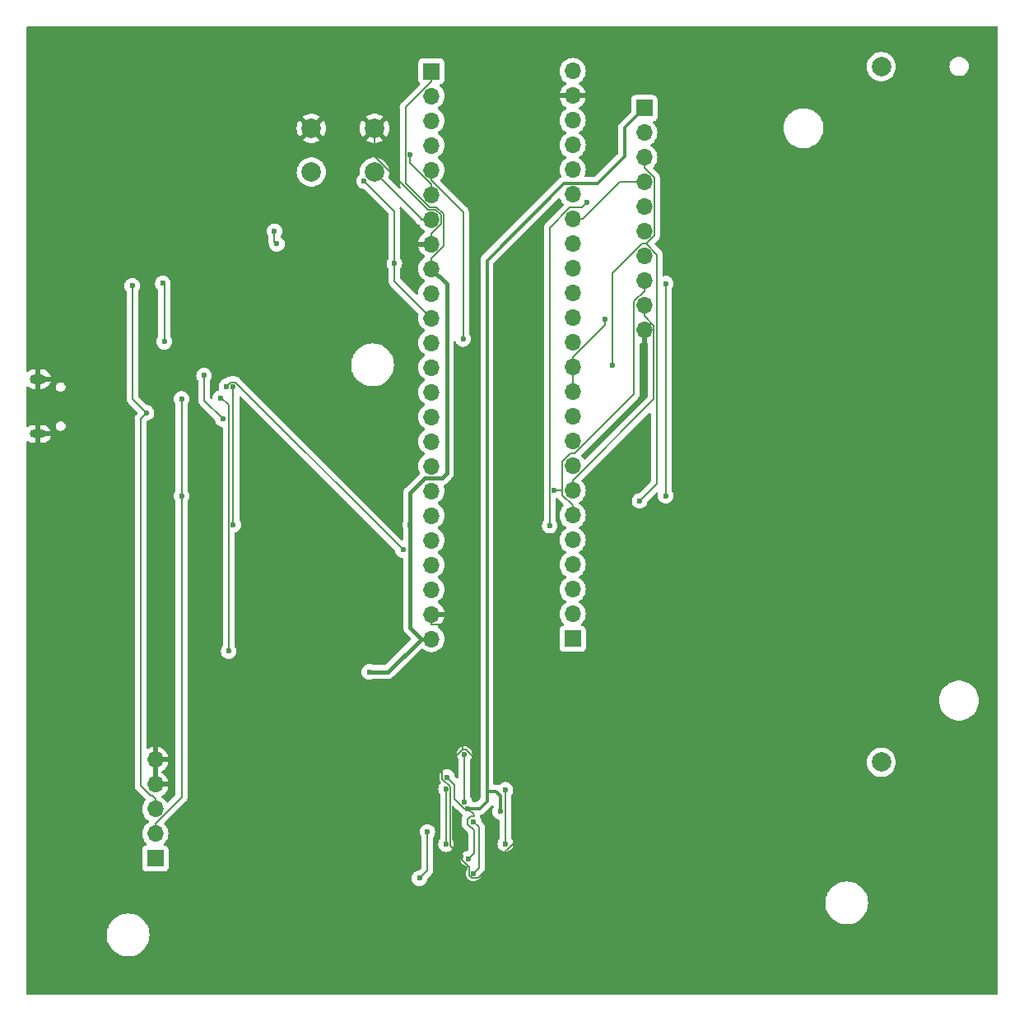
<source format=gbl>
%TF.GenerationSoftware,KiCad,Pcbnew,(7.0.0)*%
%TF.CreationDate,2023-04-24T14:01:15+02:00*%
%TF.ProjectId,main_v0.6,6d61696e-5f76-4302-9e36-2e6b69636164,rev?*%
%TF.SameCoordinates,Original*%
%TF.FileFunction,Copper,L2,Bot*%
%TF.FilePolarity,Positive*%
%FSLAX46Y46*%
G04 Gerber Fmt 4.6, Leading zero omitted, Abs format (unit mm)*
G04 Created by KiCad (PCBNEW (7.0.0)) date 2023-04-24 14:01:15*
%MOMM*%
%LPD*%
G01*
G04 APERTURE LIST*
%TA.AperFunction,ComponentPad*%
%ADD10R,1.700000X1.700000*%
%TD*%
%TA.AperFunction,ComponentPad*%
%ADD11O,1.700000X1.700000*%
%TD*%
%TA.AperFunction,ComponentPad*%
%ADD12C,2.000000*%
%TD*%
%TA.AperFunction,ComponentPad*%
%ADD13O,1.700000X1.000000*%
%TD*%
%TA.AperFunction,ComponentPad*%
%ADD14O,1.700000X0.850000*%
%TD*%
%TA.AperFunction,ViaPad*%
%ADD15C,0.600000*%
%TD*%
%TA.AperFunction,Conductor*%
%ADD16C,0.200000*%
%TD*%
%TA.AperFunction,Conductor*%
%ADD17C,0.350000*%
%TD*%
%TA.AperFunction,Conductor*%
%ADD18C,0.400000*%
%TD*%
G04 APERTURE END LIST*
D10*
%TO.P,J1,1,Pin_1*%
%TO.N,+3.3V*%
X131772999Y-53857999D03*
D11*
%TO.P,J1,2,Pin_2*%
%TO.N,unconnected-(J1-Pin_2-Pad2)*%
X131772999Y-56397999D03*
%TO.P,J1,3,Pin_3*%
%TO.N,unconnected-(J1-Pin_3-Pad3)*%
X131772999Y-58937999D03*
%TO.P,J1,4,Pin_4*%
%TO.N,unconnected-(J1-Pin_4-Pad4)*%
X131772999Y-61477999D03*
%TO.P,J1,5,Pin_5*%
%TO.N,/Interface IC Module/OSC_IN*%
X131772999Y-64017999D03*
%TO.P,J1,6,Pin_6*%
%TO.N,SCK*%
X131772999Y-66557999D03*
%TO.P,J1,7,Pin_7*%
%TO.N,/Interface IC Module/NRST*%
X131772999Y-69097999D03*
%TO.P,J1,8,Pin_8*%
%TO.N,GND*%
X131772999Y-71637999D03*
%TO.P,J1,9,Pin_9*%
%TO.N,+3.3V*%
X131772999Y-74177999D03*
%TO.P,J1,10,Pin_10*%
%TO.N,unconnected-(J1-Pin_10-Pad10)*%
X131772999Y-76717999D03*
%TO.P,J1,11,Pin_11*%
%TO.N,Analog_Data_Read*%
X131772999Y-79257999D03*
%TO.P,J1,12,Pin_12*%
%TO.N,unconnected-(J1-Pin_12-Pad12)*%
X131772999Y-81797999D03*
%TO.P,J1,13,Pin_13*%
%TO.N,unconnected-(J1-Pin_13-Pad13)*%
X131772999Y-84337999D03*
%TO.P,J1,14,Pin_14*%
%TO.N,unconnected-(J1-Pin_14-Pad14)*%
X131772999Y-86877999D03*
%TO.P,J1,15,Pin_15*%
%TO.N,unconnected-(J1-Pin_15-Pad15)*%
X131772999Y-89417999D03*
%TO.P,J1,16,Pin_16*%
%TO.N,unconnected-(J1-Pin_16-Pad16)*%
X131772999Y-91957999D03*
%TO.P,J1,17,Pin_17*%
%TO.N,unconnected-(J1-Pin_17-Pad17)*%
X131772999Y-94497999D03*
%TO.P,J1,18,Pin_18*%
%TO.N,unconnected-(J1-Pin_18-Pad18)*%
X131772999Y-97037999D03*
%TO.P,J1,19,Pin_19*%
%TO.N,unconnected-(J1-Pin_19-Pad19)*%
X131772999Y-99577999D03*
%TO.P,J1,20,Pin_20*%
%TO.N,unconnected-(J1-Pin_20-Pad20)*%
X131772999Y-102117999D03*
%TO.P,J1,21,Pin_21*%
%TO.N,unconnected-(J1-Pin_21-Pad21)*%
X131772999Y-104657999D03*
%TO.P,J1,22,Pin_22*%
%TO.N,unconnected-(J1-Pin_22-Pad22)*%
X131772999Y-107197999D03*
%TO.P,J1,23,Pin_23*%
%TO.N,GND*%
X131772999Y-109737999D03*
%TO.P,J1,24,Pin_24*%
%TO.N,+3.3V*%
X131772999Y-112277999D03*
%TD*%
D10*
%TO.P,J4,1,Pin_1*%
%TO.N,+5V*%
X103377999Y-134873999D03*
D11*
%TO.P,J4,2,Pin_2*%
%TO.N,D+*%
X103377999Y-132333999D03*
%TO.P,J4,3,Pin_3*%
%TO.N,D-*%
X103377999Y-129793999D03*
%TO.P,J4,4,Pin_4*%
%TO.N,GND*%
X103377999Y-127253999D03*
%TO.P,J4,5,Pin_5*%
X103377999Y-124713999D03*
%TD*%
D10*
%TO.P,J3,1,Pin_1*%
%TO.N,+5V*%
X153669999Y-57657999D03*
D11*
%TO.P,J3,2,Pin_2*%
%TO.N,Analog_Data_Read*%
X153669999Y-60197999D03*
%TO.P,J3,3,Pin_3*%
%TO.N,I2C_SDA*%
X153669999Y-62737999D03*
%TO.P,J3,4,Pin_4*%
%TO.N,I2C_SCL*%
X153669999Y-65277999D03*
%TO.P,J3,5,Pin_5*%
%TO.N,SCK*%
X153669999Y-67817999D03*
%TO.P,J3,6,Pin_6*%
%TO.N,!CS*%
X153669999Y-70357999D03*
%TO.P,J3,7,Pin_7*%
%TO.N,Plug_Detect*%
X153669999Y-72897999D03*
%TO.P,J3,8,Pin_8*%
%TO.N,TXD*%
X153669999Y-75437999D03*
%TO.P,J3,9,Pin_9*%
%TO.N,RXD*%
X153669999Y-77977999D03*
%TO.P,J3,10,Pin_10*%
%TO.N,GND*%
X153669999Y-80517999D03*
%TD*%
D10*
%TO.P,J2,1,Pin_1*%
%TO.N,unconnected-(J2-Pin_1-Pad1)*%
X146303999Y-112267999D03*
D11*
%TO.P,J2,2,Pin_2*%
%TO.N,unconnected-(J2-Pin_2-Pad2)*%
X146303999Y-109727999D03*
%TO.P,J2,3,Pin_3*%
%TO.N,unconnected-(J2-Pin_3-Pad3)*%
X146303999Y-107187999D03*
%TO.P,J2,4,Pin_4*%
%TO.N,unconnected-(J2-Pin_4-Pad4)*%
X146303999Y-104647999D03*
%TO.P,J2,5,Pin_5*%
%TO.N,unconnected-(J2-Pin_5-Pad5)*%
X146303999Y-102107999D03*
%TO.P,J2,6,Pin_6*%
%TO.N,TXD*%
X146303999Y-99567999D03*
%TO.P,J2,7,Pin_7*%
%TO.N,RXD*%
X146303999Y-97027999D03*
%TO.P,J2,8,Pin_8*%
%TO.N,unconnected-(J2-Pin_8-Pad8)*%
X146303999Y-94487999D03*
%TO.P,J2,9,Pin_9*%
%TO.N,unconnected-(J2-Pin_9-Pad9)*%
X146303999Y-91947999D03*
%TO.P,J2,10,Pin_10*%
%TO.N,unconnected-(J2-Pin_10-Pad10)*%
X146303999Y-89407999D03*
%TO.P,J2,11,Pin_11*%
%TO.N,/Interface IC Module/I2C3_SCL*%
X146303999Y-86867999D03*
%TO.P,J2,12,Pin_12*%
X146303999Y-84327999D03*
%TO.P,J2,13,Pin_13*%
%TO.N,unconnected-(J2-Pin_13-Pad13)*%
X146303999Y-81787999D03*
%TO.P,J2,14,Pin_14*%
%TO.N,unconnected-(J2-Pin_14-Pad14)*%
X146303999Y-79247999D03*
%TO.P,J2,15,Pin_15*%
%TO.N,unconnected-(J2-Pin_15-Pad15)*%
X146303999Y-76707999D03*
%TO.P,J2,16,Pin_16*%
%TO.N,unconnected-(J2-Pin_16-Pad16)*%
X146303999Y-74167999D03*
%TO.P,J2,17,Pin_17*%
%TO.N,unconnected-(J2-Pin_17-Pad17)*%
X146303999Y-71627999D03*
%TO.P,J2,18,Pin_18*%
%TO.N,I2C_SCL*%
X146303999Y-69087999D03*
%TO.P,J2,19,Pin_19*%
%TO.N,I2C_SDA*%
X146303999Y-66547999D03*
%TO.P,J2,20,Pin_20*%
%TO.N,Net-(J2-Pin_20)*%
X146303999Y-64007999D03*
%TO.P,J2,21,Pin_21*%
%TO.N,unconnected-(J2-Pin_21-Pad21)*%
X146303999Y-61467999D03*
%TO.P,J2,22,Pin_22*%
%TO.N,unconnected-(J2-Pin_22-Pad22)*%
X146303999Y-58927999D03*
%TO.P,J2,23,Pin_23*%
%TO.N,GND*%
X146303999Y-56387999D03*
%TO.P,J2,24,Pin_24*%
%TO.N,+3.3V*%
X146303999Y-53847999D03*
%TD*%
D12*
%TO.P,SW1,1,1*%
%TO.N,GND*%
X119432000Y-59726000D03*
X125932000Y-59726000D03*
%TO.P,SW1,2,2*%
%TO.N,/Interface IC Module/NRST*%
X119432000Y-64226000D03*
X125932000Y-64226000D03*
%TD*%
%TO.P,BT1,1,+*%
%TO.N,/V battery+*%
X178054000Y-53368000D03*
%TO.P,BT1,2,-*%
%TO.N,/V battery-*%
X178054000Y-124968000D03*
%TD*%
D13*
%TO.P,J5,6,Shield*%
%TO.N,GND*%
X91303999Y-85535999D03*
D14*
X91303999Y-91185999D03*
%TD*%
D15*
%TO.N,GND*%
X136034800Y-128206800D03*
X141471800Y-128201100D03*
X134779000Y-134636300D03*
X131895700Y-122740800D03*
%TO.N,+5V*%
X138846200Y-130048000D03*
X133389900Y-126498800D03*
X135562000Y-134902800D03*
X135485700Y-129714300D03*
%TO.N,/V battery+*%
X133285400Y-127694000D03*
X133285400Y-133396600D03*
X110932400Y-113538000D03*
X110076500Y-87497400D03*
%TO.N,!CS*%
X155880800Y-97542800D03*
X155880800Y-75717200D03*
%TO.N,SCK*%
X129588700Y-62480800D03*
%TO.N,TXD*%
X144420700Y-96948600D03*
X108398400Y-85176800D03*
X110332900Y-89662000D03*
%TO.N,RXD*%
X128859500Y-103118300D03*
X110715000Y-86282800D03*
%TO.N,I2C_SDA*%
X153199400Y-98073400D03*
X150430400Y-84149100D03*
%TO.N,Analog_Data_Read*%
X127967500Y-73660000D03*
X124861700Y-65154700D03*
%TO.N,Net-(IC1-OD)*%
X130556000Y-136906000D03*
X131365300Y-132144200D03*
%TO.N,Net-(U4-PROG)*%
X139391300Y-127807900D03*
X139391300Y-133363300D03*
%TO.N,Net-(U5-USBDM)*%
X104153800Y-75692000D03*
X104301900Y-81688400D03*
%TO.N,Net-(U5-USBDP)*%
X111405500Y-86307000D03*
X111405500Y-100543900D03*
%TO.N,/Interface IC Module/OSC_IN*%
X135037000Y-81412200D03*
%TO.N,D+*%
X106078400Y-87579700D03*
X106078400Y-97585200D03*
%TO.N,Net-(J2-Pin_20)*%
X143951100Y-100627300D03*
X147815500Y-67367600D03*
%TO.N,D-*%
X101014400Y-75943100D03*
X102472300Y-89010300D03*
%TO.N,Net-(IC1-OC)*%
X136110400Y-136410900D03*
X136110400Y-131094000D03*
%TO.N,/Interface IC Module/I2C3_SCL*%
X149641200Y-79416400D03*
%TO.N,Net-(U7-SW)*%
X135172500Y-129049500D03*
X135172500Y-124128900D03*
%TO.N,Net-(#FLG02-pwr)*%
X115636000Y-70328000D03*
X115878800Y-71628000D03*
%TO.N,+3.3V*%
X129588700Y-100563500D03*
X125385200Y-115674500D03*
%TD*%
D16*
%TO.N,GND*%
X103378000Y-127254000D02*
X103378000Y-124714000D01*
X135314400Y-123623200D02*
X135032400Y-123623200D01*
X134874000Y-111760000D02*
X134874000Y-113889000D01*
X135032400Y-123623200D02*
X133905300Y-124750300D01*
X131773000Y-71638000D02*
X131773000Y-70588000D01*
X135656900Y-135770500D02*
X135656900Y-136625000D01*
X133735800Y-127507300D02*
X133735800Y-133593100D01*
X125932000Y-62599000D02*
X125932000Y-59726000D01*
X131421000Y-68088000D02*
X125932000Y-62599000D01*
X131773000Y-70588000D02*
X132773400Y-69587600D01*
X131773000Y-109738000D02*
X131773000Y-110788000D01*
X133902000Y-110788000D02*
X134874000Y-111760000D01*
X135656900Y-136625000D02*
X135905100Y-136873200D01*
X133735800Y-133593100D02*
X134779000Y-134636300D01*
X135905100Y-136873200D02*
X136604400Y-136873200D01*
X134779000Y-134892600D02*
X135656900Y-135770500D01*
X132903400Y-125752200D02*
X132903400Y-126674900D01*
X132773400Y-68660700D02*
X132200700Y-68088000D01*
X133905300Y-124750300D02*
X131895700Y-122740800D01*
X136034800Y-128206800D02*
X136034800Y-124343600D01*
X136604400Y-136873200D02*
X141471800Y-132005800D01*
X131773000Y-110788000D02*
X133902000Y-110788000D01*
X134874000Y-113889000D02*
X135032400Y-114047400D01*
X135032400Y-114047400D02*
X135032400Y-123623200D01*
X132903400Y-126674900D02*
X133735800Y-127507300D01*
X136034800Y-124343600D02*
X135314400Y-123623200D01*
X134779000Y-134636300D02*
X134779000Y-134892600D01*
X141471800Y-132005800D02*
X141471800Y-128201100D01*
X132773400Y-69587600D02*
X132773400Y-68660700D01*
X133905300Y-124750300D02*
X132903400Y-125752200D01*
X132200700Y-68088000D02*
X131421000Y-68088000D01*
D17*
%TO.N,+5V*%
X138353200Y-127939200D02*
X138846200Y-128432200D01*
X137489000Y-128957000D02*
X137489000Y-127939200D01*
X145422000Y-65398000D02*
X137489000Y-73331000D01*
X137489000Y-73331000D02*
X137489000Y-127939200D01*
D16*
X134176300Y-127285200D02*
X134176300Y-128712900D01*
X135510400Y-131342529D02*
X136144000Y-131976129D01*
D17*
X153670000Y-57658000D02*
X151638000Y-59690000D01*
D16*
X135177700Y-129714300D02*
X135485700Y-129714300D01*
D17*
X136731700Y-129714300D02*
X137489000Y-128957000D01*
D16*
X135510400Y-130845471D02*
X135510400Y-131342529D01*
D17*
X137489000Y-127939200D02*
X138353200Y-127939200D01*
X138846200Y-128432200D02*
X138846200Y-130048000D01*
D16*
X136144000Y-130494000D02*
X135861871Y-130494000D01*
D17*
X151638000Y-62651700D02*
X148891700Y-65398000D01*
X135485700Y-129714300D02*
X136731700Y-129714300D01*
D16*
X135485700Y-129714300D02*
X136144000Y-130372600D01*
X135861871Y-130494000D02*
X135510400Y-130845471D01*
D17*
X151638000Y-59690000D02*
X151638000Y-62651700D01*
D16*
X136144000Y-130372600D02*
X136144000Y-130494000D01*
X133389900Y-126498800D02*
X134176300Y-127285200D01*
X134176300Y-128712900D02*
X135177700Y-129714300D01*
D17*
X148891700Y-65398000D02*
X145422000Y-65398000D01*
D16*
X136144000Y-134320800D02*
X135562000Y-134902800D01*
X136144000Y-131976129D02*
X136144000Y-134320800D01*
%TO.N,/V battery+*%
X110221200Y-87497400D02*
X110932400Y-88208600D01*
X110932400Y-88208600D02*
X110932400Y-113538000D01*
X110076500Y-87497400D02*
X110221200Y-87497400D01*
X133285400Y-127694000D02*
X133285400Y-133396600D01*
%TO.N,!CS*%
X155880800Y-97542800D02*
X155880800Y-75717200D01*
%TO.N,SCK*%
X131773000Y-66558000D02*
X131773000Y-65508000D01*
X131773000Y-65508000D02*
X129588700Y-63323700D01*
X129588700Y-63323700D02*
X129588700Y-62480800D01*
%TO.N,TXD*%
X152620000Y-87070200D02*
X146472200Y-93218000D01*
X145268000Y-97482000D02*
X146304000Y-98518000D01*
X146472200Y-93218000D02*
X146107000Y-93218000D01*
X153670000Y-75438000D02*
X153670000Y-76488000D01*
X145268000Y-96948600D02*
X145268000Y-97482000D01*
X110332900Y-89662000D02*
X108398400Y-87727500D01*
X152620000Y-77538000D02*
X152620000Y-87070200D01*
X145268000Y-96948600D02*
X144420700Y-96948600D01*
X108398400Y-87727500D02*
X108398400Y-85176800D01*
X146304000Y-99568000D02*
X146304000Y-98518000D01*
X145268000Y-94057000D02*
X145268000Y-96948600D01*
X146107000Y-93218000D02*
X145268000Y-94057000D01*
X153670000Y-76488000D02*
X152620000Y-77538000D01*
%TO.N,RXD*%
X153670000Y-77978000D02*
X153670000Y-79028000D01*
X111141200Y-85856600D02*
X111597800Y-85856600D01*
X111597800Y-85856600D02*
X128859500Y-103118300D01*
X154673600Y-80031600D02*
X154673600Y-87608400D01*
X146304000Y-97028000D02*
X146304000Y-95978000D01*
X154673600Y-87608400D02*
X146304000Y-95978000D01*
X153670000Y-79028000D02*
X154673600Y-80031600D01*
X110715000Y-86282800D02*
X111141200Y-85856600D01*
%TO.N,I2C_SCL*%
X146304000Y-69088000D02*
X147354000Y-69088000D01*
X153670000Y-65278000D02*
X151164000Y-65278000D01*
X151164000Y-65278000D02*
X147354000Y-69088000D01*
%TO.N,I2C_SDA*%
X150430400Y-74662800D02*
X150430400Y-84149100D01*
X153830400Y-71628000D02*
X154938200Y-72735800D01*
X153670000Y-62738000D02*
X153670000Y-63788000D01*
X154938200Y-96334600D02*
X153199400Y-98073400D01*
X154680200Y-70778200D02*
X153830400Y-71628000D01*
X154680200Y-64798200D02*
X154680200Y-70778200D01*
X153830400Y-71628000D02*
X153465200Y-71628000D01*
X153670000Y-63788000D02*
X154680200Y-64798200D01*
X153465200Y-71628000D02*
X150430400Y-74662800D01*
X154938200Y-72735800D02*
X154938200Y-96334600D01*
%TO.N,Analog_Data_Read*%
X127967500Y-75452500D02*
X131773000Y-79258000D01*
X127967500Y-73660000D02*
X127967500Y-68260500D01*
X127967500Y-68260500D02*
X124861700Y-65154700D01*
X127967500Y-73660000D02*
X127967500Y-75452500D01*
%TO.N,Net-(IC1-OD)*%
X131365300Y-136096700D02*
X131365300Y-132144200D01*
X130556000Y-136906000D02*
X131365300Y-136096700D01*
%TO.N,Net-(U4-PROG)*%
X139391300Y-127807900D02*
X139391300Y-133363300D01*
%TO.N,Net-(U5-USBDM)*%
X104301900Y-75840100D02*
X104301900Y-81688400D01*
X104153800Y-75692000D02*
X104301900Y-75840100D01*
%TO.N,Net-(U5-USBDP)*%
X111405500Y-86307000D02*
X111405500Y-100543900D01*
%TO.N,/Interface IC Module/OSC_IN*%
X135037000Y-68332000D02*
X135037000Y-81412200D01*
X131773000Y-65068000D02*
X135037000Y-68332000D01*
X131773000Y-64018000D02*
X131773000Y-65068000D01*
%TO.N,D+*%
X103378000Y-132334000D02*
X103378000Y-131284000D01*
X106078400Y-97585200D02*
X106078400Y-87579700D01*
X106078400Y-128583600D02*
X106078400Y-97585200D01*
X103378000Y-131284000D02*
X106078400Y-128583600D01*
%TO.N,/Interface IC Module/NRST*%
X131773000Y-69098000D02*
X130723000Y-69098000D01*
X130723000Y-69017000D02*
X130723000Y-69098000D01*
X125932000Y-64226000D02*
X130723000Y-69017000D01*
%TO.N,Net-(J2-Pin_20)*%
X147815500Y-67367600D02*
X147276800Y-67906300D01*
X143951100Y-69973500D02*
X143951100Y-100627300D01*
X146018300Y-67906300D02*
X143951100Y-69973500D01*
X147276800Y-67906300D02*
X146018300Y-67906300D01*
%TO.N,D-*%
X102472300Y-89010300D02*
X101014400Y-87552400D01*
X101854000Y-89628600D02*
X101854000Y-127356346D01*
X103378000Y-128744000D02*
X103378000Y-129794000D01*
X102901654Y-128404000D02*
X103038000Y-128404000D01*
X103038000Y-128404000D02*
X103378000Y-128744000D01*
X101014400Y-87552400D02*
X101014400Y-75943100D01*
X101854000Y-127356346D02*
X102901654Y-128404000D01*
X102472300Y-89010300D02*
X101854000Y-89628600D01*
%TO.N,Net-(IC1-OC)*%
X136652000Y-131635600D02*
X136110400Y-131094000D01*
X136652000Y-135869300D02*
X136652000Y-131635600D01*
X136110400Y-136410900D02*
X136652000Y-135869300D01*
%TO.N,/Interface IC Module/I2C3_SCL*%
X146304000Y-83278000D02*
X149641200Y-79940800D01*
X149641200Y-79940800D02*
X149641200Y-79416400D01*
X146304000Y-84328000D02*
X146304000Y-83278000D01*
X146304000Y-84328000D02*
X146304000Y-86868000D01*
%TO.N,Net-(U7-SW)*%
X135172500Y-124128900D02*
X135172500Y-129049500D01*
%TO.N,Net-(#FLG02-pwr)*%
X115636000Y-71385200D02*
X115878800Y-71628000D01*
X115636000Y-70328000D02*
X115636000Y-71385200D01*
%TO.N,+3.3V*%
X131773000Y-73128000D02*
X133023700Y-71877300D01*
X131575600Y-67828000D02*
X129115400Y-65367800D01*
X132294600Y-67828000D02*
X131575600Y-67828000D01*
X129115400Y-57565600D02*
X131773000Y-54908000D01*
X133023700Y-71877300D02*
X133023700Y-68557100D01*
X131773000Y-74178000D02*
X131773000Y-73128000D01*
D18*
X127326500Y-115674500D02*
X125385200Y-115674500D01*
X129588700Y-100563500D02*
X129588700Y-97233300D01*
X133350000Y-75755000D02*
X131773000Y-74178000D01*
X130723000Y-112278000D02*
X129588700Y-111143700D01*
D16*
X133023700Y-68557100D02*
X132294600Y-67828000D01*
D18*
X131773000Y-112278000D02*
X130723000Y-112278000D01*
D16*
X131773000Y-53858000D02*
X131773000Y-54908000D01*
D18*
X132842000Y-95758000D02*
X133350000Y-95250000D01*
X133350000Y-95250000D02*
X133350000Y-75755000D01*
D16*
X129115400Y-65367800D02*
X129115400Y-57565600D01*
D18*
X130723000Y-112278000D02*
X127326500Y-115674500D01*
X129588700Y-111143700D02*
X129588700Y-100563500D01*
X129588700Y-97233300D02*
X131064000Y-95758000D01*
X131064000Y-95758000D02*
X132842000Y-95758000D01*
%TD*%
%TA.AperFunction,Conductor*%
%TO.N,GND*%
G36*
X153858000Y-80284613D02*
G01*
X153903387Y-80330000D01*
X153920000Y-80392000D01*
X153920000Y-81834369D01*
X153922551Y-81845311D01*
X153945044Y-81844575D01*
X154008743Y-81859795D01*
X154055805Y-81905342D01*
X154073100Y-81968509D01*
X154073100Y-87308303D01*
X154063661Y-87355756D01*
X154036781Y-87395984D01*
X147642063Y-93790700D01*
X147596792Y-93819541D01*
X147543574Y-93826547D01*
X147492382Y-93810406D01*
X147452807Y-93774142D01*
X147438815Y-93754159D01*
X147342495Y-93616599D01*
X147220346Y-93494450D01*
X147188252Y-93438863D01*
X147188252Y-93374675D01*
X147220346Y-93319088D01*
X150115344Y-90424090D01*
X153011044Y-87528389D01*
X153023222Y-87517710D01*
X153048282Y-87498482D01*
X153144536Y-87373041D01*
X153205044Y-87226962D01*
X153214393Y-87155950D01*
X153225682Y-87070200D01*
X153221561Y-87038898D01*
X153220500Y-87022713D01*
X153220500Y-81956780D01*
X153233288Y-81901936D01*
X153269014Y-81858404D01*
X153320310Y-81835162D01*
X153376595Y-81837005D01*
X153406221Y-81844943D01*
X153417448Y-81845311D01*
X153420000Y-81834369D01*
X153420000Y-80392000D01*
X153436613Y-80330000D01*
X153482000Y-80284613D01*
X153544000Y-80268000D01*
X153796000Y-80268000D01*
X153858000Y-80284613D01*
G37*
%TD.AperFunction*%
%TA.AperFunction,Conductor*%
G36*
X128704876Y-67848111D02*
G01*
X130139202Y-69282437D01*
X130166082Y-69322665D01*
X130198464Y-69400841D01*
X130294718Y-69526282D01*
X130420159Y-69622536D01*
X130508624Y-69659179D01*
X130546917Y-69684166D01*
X130573551Y-69721333D01*
X130596367Y-69770259D01*
X130598965Y-69775830D01*
X130602065Y-69780258D01*
X130602069Y-69780264D01*
X130731399Y-69964966D01*
X130731402Y-69964970D01*
X130734505Y-69969401D01*
X130901599Y-70136495D01*
X130906031Y-70139598D01*
X130906033Y-70139600D01*
X131087595Y-70266731D01*
X131126460Y-70311049D01*
X131140471Y-70368306D01*
X131126460Y-70425563D01*
X131087595Y-70469881D01*
X130906352Y-70596788D01*
X130898092Y-70603719D01*
X130738719Y-70763092D01*
X130731784Y-70771357D01*
X130602508Y-70955982D01*
X130597110Y-70965332D01*
X130501856Y-71169602D01*
X130498168Y-71179736D01*
X130446056Y-71374219D01*
X130445688Y-71385448D01*
X130456631Y-71388000D01*
X131899000Y-71388000D01*
X131961000Y-71404613D01*
X132006387Y-71450000D01*
X132023000Y-71512000D01*
X132023000Y-71764000D01*
X132006387Y-71826000D01*
X131961000Y-71871387D01*
X131899000Y-71888000D01*
X130456631Y-71888000D01*
X130445688Y-71890551D01*
X130446056Y-71901780D01*
X130498168Y-72096263D01*
X130501856Y-72106397D01*
X130597113Y-72310676D01*
X130602501Y-72320008D01*
X130731784Y-72504643D01*
X130738721Y-72512909D01*
X130898090Y-72672278D01*
X130906356Y-72679215D01*
X131087595Y-72806120D01*
X131126460Y-72850438D01*
X131140471Y-72907695D01*
X131126460Y-72964952D01*
X131087594Y-73009270D01*
X130906034Y-73136399D01*
X130906029Y-73136402D01*
X130901599Y-73139505D01*
X130897775Y-73143328D01*
X130897769Y-73143334D01*
X130738334Y-73302769D01*
X130738328Y-73302775D01*
X130734505Y-73306599D01*
X130731402Y-73311029D01*
X130731399Y-73311034D01*
X130602073Y-73495731D01*
X130602068Y-73495738D01*
X130598965Y-73500171D01*
X130596677Y-73505077D01*
X130596675Y-73505081D01*
X130501386Y-73709427D01*
X130501383Y-73709432D01*
X130499097Y-73714337D01*
X130497698Y-73719557D01*
X130497694Y-73719569D01*
X130439337Y-73937365D01*
X130439335Y-73937371D01*
X130437937Y-73942592D01*
X130437465Y-73947977D01*
X130437465Y-73947982D01*
X130423225Y-74110743D01*
X130417341Y-74178000D01*
X130417813Y-74183395D01*
X130437465Y-74408017D01*
X130437465Y-74408020D01*
X130437937Y-74413408D01*
X130439336Y-74418630D01*
X130439337Y-74418634D01*
X130497694Y-74636430D01*
X130497697Y-74636438D01*
X130499097Y-74641663D01*
X130501385Y-74646570D01*
X130501386Y-74646572D01*
X130596678Y-74850927D01*
X130596681Y-74850933D01*
X130598965Y-74855830D01*
X130602064Y-74860257D01*
X130602066Y-74860259D01*
X130731399Y-75044966D01*
X130731402Y-75044970D01*
X130734505Y-75049401D01*
X130901599Y-75216495D01*
X130906032Y-75219599D01*
X130906038Y-75219604D01*
X131087158Y-75346425D01*
X131126024Y-75390743D01*
X131140035Y-75448000D01*
X131126024Y-75505257D01*
X131087159Y-75549575D01*
X130915881Y-75669505D01*
X130901599Y-75679505D01*
X130897775Y-75683328D01*
X130897769Y-75683334D01*
X130738334Y-75842769D01*
X130738328Y-75842775D01*
X130734505Y-75846599D01*
X130731402Y-75851029D01*
X130731399Y-75851034D01*
X130602073Y-76035731D01*
X130602068Y-76035738D01*
X130598965Y-76040171D01*
X130596677Y-76045077D01*
X130596675Y-76045081D01*
X130501386Y-76249427D01*
X130501383Y-76249432D01*
X130499097Y-76254337D01*
X130497698Y-76259557D01*
X130497694Y-76259569D01*
X130439337Y-76477365D01*
X130439335Y-76477371D01*
X130437937Y-76482592D01*
X130437465Y-76487977D01*
X130437465Y-76487982D01*
X130422606Y-76657825D01*
X130417341Y-76718000D01*
X130417813Y-76723395D01*
X130417813Y-76723396D01*
X130419777Y-76745845D01*
X130410392Y-76805103D01*
X130374285Y-76853018D01*
X130319909Y-76878374D01*
X130259995Y-76875234D01*
X130208568Y-76844333D01*
X128604319Y-75240084D01*
X128577439Y-75199856D01*
X128568000Y-75152403D01*
X128568000Y-74241162D01*
X128574959Y-74200207D01*
X128594218Y-74165359D01*
X128597316Y-74162262D01*
X128693289Y-74009522D01*
X128752868Y-73839255D01*
X128773065Y-73660000D01*
X128752868Y-73480745D01*
X128693289Y-73310478D01*
X128597316Y-73157738D01*
X128594218Y-73154640D01*
X128574959Y-73119793D01*
X128568000Y-73078838D01*
X128568000Y-68307987D01*
X128569061Y-68291802D01*
X128572121Y-68268559D01*
X128573182Y-68260500D01*
X128552544Y-68103738D01*
X128502633Y-67983244D01*
X128494722Y-67916394D01*
X128522905Y-67855261D01*
X128578877Y-67817861D01*
X128646142Y-67815218D01*
X128704876Y-67848111D01*
G37*
%TD.AperFunction*%
%TA.AperFunction,Conductor*%
G36*
X189983500Y-49239113D02*
G01*
X190028887Y-49284500D01*
X190045500Y-49346500D01*
X190045500Y-148773500D01*
X190028887Y-148835500D01*
X189983500Y-148880887D01*
X189921500Y-148897500D01*
X90240500Y-148897500D01*
X90178500Y-148880887D01*
X90133113Y-148835500D01*
X90116500Y-148773500D01*
X90116500Y-142748000D01*
X98378778Y-142748000D01*
X98397644Y-143035839D01*
X98398434Y-143039810D01*
X98398435Y-143039818D01*
X98453126Y-143314769D01*
X98453128Y-143314776D01*
X98453919Y-143318753D01*
X98455219Y-143322584D01*
X98455223Y-143322597D01*
X98525212Y-143528774D01*
X98546641Y-143591902D01*
X98674222Y-143850611D01*
X98834480Y-144090454D01*
X98837155Y-144093504D01*
X98837161Y-144093512D01*
X99021999Y-144304278D01*
X99024673Y-144307327D01*
X99027721Y-144310000D01*
X99238487Y-144494838D01*
X99238493Y-144494842D01*
X99241546Y-144497520D01*
X99481389Y-144657778D01*
X99740098Y-144785359D01*
X99936411Y-144851998D01*
X100009402Y-144876776D01*
X100009404Y-144876776D01*
X100013247Y-144878081D01*
X100296161Y-144934356D01*
X100584000Y-144953222D01*
X100871839Y-144934356D01*
X101154753Y-144878081D01*
X101427902Y-144785359D01*
X101686611Y-144657778D01*
X101926454Y-144497520D01*
X102143327Y-144307327D01*
X102333520Y-144090454D01*
X102493778Y-143850611D01*
X102621359Y-143591902D01*
X102714081Y-143318753D01*
X102770356Y-143035839D01*
X102789222Y-142748000D01*
X102770356Y-142460161D01*
X102714081Y-142177247D01*
X102621359Y-141904098D01*
X102493778Y-141645389D01*
X102484540Y-141631564D01*
X102335779Y-141408927D01*
X102333520Y-141405546D01*
X102330842Y-141402493D01*
X102330838Y-141402487D01*
X102146000Y-141191721D01*
X102143327Y-141188673D01*
X102011306Y-141072893D01*
X101929512Y-141001161D01*
X101929504Y-141001155D01*
X101926454Y-140998480D01*
X101859185Y-140953532D01*
X101689985Y-140840476D01*
X101689980Y-140840473D01*
X101686611Y-140838222D01*
X101682975Y-140836429D01*
X101682970Y-140836426D01*
X101431544Y-140712437D01*
X101431543Y-140712436D01*
X101427902Y-140710641D01*
X101424055Y-140709335D01*
X101158597Y-140619223D01*
X101158584Y-140619219D01*
X101154753Y-140617919D01*
X101150776Y-140617128D01*
X101150769Y-140617126D01*
X100875818Y-140562435D01*
X100875810Y-140562434D01*
X100871839Y-140561644D01*
X100584000Y-140542778D01*
X100579957Y-140543043D01*
X100300203Y-140561379D01*
X100300201Y-140561379D01*
X100296161Y-140561644D01*
X100292190Y-140562433D01*
X100292181Y-140562435D01*
X100017230Y-140617126D01*
X100017219Y-140617128D01*
X100013247Y-140617919D01*
X100009418Y-140619218D01*
X100009402Y-140619223D01*
X99743944Y-140709335D01*
X99743937Y-140709337D01*
X99740098Y-140710641D01*
X99736461Y-140712434D01*
X99736455Y-140712437D01*
X99485029Y-140836426D01*
X99485017Y-140836432D01*
X99481389Y-140838222D01*
X99478026Y-140840468D01*
X99478014Y-140840476D01*
X99244927Y-140996220D01*
X99244918Y-140996226D01*
X99241546Y-140998480D01*
X99238502Y-141001149D01*
X99238487Y-141001161D01*
X99027721Y-141185999D01*
X99027713Y-141186006D01*
X99024673Y-141188673D01*
X99022006Y-141191713D01*
X99021999Y-141191721D01*
X98837161Y-141402487D01*
X98837149Y-141402502D01*
X98834480Y-141405546D01*
X98832226Y-141408918D01*
X98832220Y-141408927D01*
X98676476Y-141642014D01*
X98676468Y-141642026D01*
X98674222Y-141645389D01*
X98672432Y-141649017D01*
X98672426Y-141649029D01*
X98548437Y-141900455D01*
X98548434Y-141900461D01*
X98546641Y-141904098D01*
X98545337Y-141907937D01*
X98545335Y-141907944D01*
X98455223Y-142173402D01*
X98455218Y-142173418D01*
X98453919Y-142177247D01*
X98453128Y-142181219D01*
X98453126Y-142181230D01*
X98398435Y-142456181D01*
X98398433Y-142456190D01*
X98397644Y-142460161D01*
X98378778Y-142748000D01*
X90116500Y-142748000D01*
X90116500Y-139446000D01*
X172292778Y-139446000D01*
X172311644Y-139733839D01*
X172312434Y-139737810D01*
X172312435Y-139737818D01*
X172367126Y-140012769D01*
X172367128Y-140012776D01*
X172367919Y-140016753D01*
X172369219Y-140020584D01*
X172369223Y-140020597D01*
X172439212Y-140226774D01*
X172460641Y-140289902D01*
X172588222Y-140548611D01*
X172590473Y-140551980D01*
X172590476Y-140551985D01*
X172634002Y-140617126D01*
X172748480Y-140788454D01*
X172751155Y-140791504D01*
X172751161Y-140791512D01*
X172935999Y-141002278D01*
X172938673Y-141005327D01*
X172941721Y-141008000D01*
X173152487Y-141192838D01*
X173152493Y-141192842D01*
X173155546Y-141195520D01*
X173395389Y-141355778D01*
X173654098Y-141483359D01*
X173850411Y-141549998D01*
X173923402Y-141574776D01*
X173923404Y-141574776D01*
X173927247Y-141576081D01*
X174210161Y-141632356D01*
X174498000Y-141651222D01*
X174785839Y-141632356D01*
X175068753Y-141576081D01*
X175341902Y-141483359D01*
X175600611Y-141355778D01*
X175840454Y-141195520D01*
X176057327Y-141005327D01*
X176247520Y-140788454D01*
X176407778Y-140548611D01*
X176535359Y-140289902D01*
X176628081Y-140016753D01*
X176684356Y-139733839D01*
X176703222Y-139446000D01*
X176684356Y-139158161D01*
X176628081Y-138875247D01*
X176535359Y-138602098D01*
X176407778Y-138343389D01*
X176247520Y-138103546D01*
X176244842Y-138100493D01*
X176244838Y-138100487D01*
X176060000Y-137889721D01*
X176057327Y-137886673D01*
X175925306Y-137770893D01*
X175843512Y-137699161D01*
X175843504Y-137699155D01*
X175840454Y-137696480D01*
X175837072Y-137694220D01*
X175603985Y-137538476D01*
X175603980Y-137538473D01*
X175600611Y-137536222D01*
X175596975Y-137534429D01*
X175596970Y-137534426D01*
X175345544Y-137410437D01*
X175345543Y-137410436D01*
X175341902Y-137408641D01*
X175323402Y-137402361D01*
X175072597Y-137317223D01*
X175072584Y-137317219D01*
X175068753Y-137315919D01*
X175064776Y-137315128D01*
X175064769Y-137315126D01*
X174789818Y-137260435D01*
X174789810Y-137260434D01*
X174785839Y-137259644D01*
X174498000Y-137240778D01*
X174493957Y-137241043D01*
X174214203Y-137259379D01*
X174214201Y-137259379D01*
X174210161Y-137259644D01*
X174206190Y-137260433D01*
X174206181Y-137260435D01*
X173931230Y-137315126D01*
X173931219Y-137315128D01*
X173927247Y-137315919D01*
X173923418Y-137317218D01*
X173923402Y-137317223D01*
X173657944Y-137407335D01*
X173657937Y-137407337D01*
X173654098Y-137408641D01*
X173650461Y-137410434D01*
X173650455Y-137410437D01*
X173399029Y-137534426D01*
X173399017Y-137534432D01*
X173395389Y-137536222D01*
X173392026Y-137538468D01*
X173392014Y-137538476D01*
X173158927Y-137694220D01*
X173158918Y-137694226D01*
X173155546Y-137696480D01*
X173152502Y-137699149D01*
X173152487Y-137699161D01*
X172941721Y-137883999D01*
X172941713Y-137884006D01*
X172938673Y-137886673D01*
X172936006Y-137889713D01*
X172935999Y-137889721D01*
X172751161Y-138100487D01*
X172751149Y-138100502D01*
X172748480Y-138103546D01*
X172746226Y-138106918D01*
X172746220Y-138106927D01*
X172590476Y-138340014D01*
X172590468Y-138340026D01*
X172588222Y-138343389D01*
X172586432Y-138347017D01*
X172586426Y-138347029D01*
X172462437Y-138598455D01*
X172462434Y-138598461D01*
X172460641Y-138602098D01*
X172459337Y-138605937D01*
X172459335Y-138605944D01*
X172369223Y-138871402D01*
X172369218Y-138871418D01*
X172367919Y-138875247D01*
X172367128Y-138879219D01*
X172367126Y-138879230D01*
X172312435Y-139154181D01*
X172312433Y-139154190D01*
X172311644Y-139158161D01*
X172292778Y-139446000D01*
X90116500Y-139446000D01*
X90116500Y-136906000D01*
X129750435Y-136906000D01*
X129770632Y-137085255D01*
X129772928Y-137091819D01*
X129772930Y-137091824D01*
X129827913Y-137248956D01*
X129830211Y-137255522D01*
X129926184Y-137408262D01*
X130053738Y-137535816D01*
X130206478Y-137631789D01*
X130376745Y-137691368D01*
X130556000Y-137711565D01*
X130735255Y-137691368D01*
X130905522Y-137631789D01*
X131058262Y-137535816D01*
X131185816Y-137408262D01*
X131281789Y-137255522D01*
X131341368Y-137085255D01*
X131351161Y-136998330D01*
X131362661Y-136958413D01*
X131386697Y-136924536D01*
X131756344Y-136554889D01*
X131768522Y-136544210D01*
X131793582Y-136524982D01*
X131889836Y-136399541D01*
X131950344Y-136253462D01*
X131965800Y-136136061D01*
X131970982Y-136096700D01*
X131966861Y-136065398D01*
X131965800Y-136049213D01*
X131965800Y-133396600D01*
X132479835Y-133396600D01*
X132480615Y-133403523D01*
X132492390Y-133508035D01*
X132500032Y-133575855D01*
X132502328Y-133582419D01*
X132502330Y-133582424D01*
X132557313Y-133739556D01*
X132559611Y-133746122D01*
X132655584Y-133898862D01*
X132783138Y-134026416D01*
X132935878Y-134122389D01*
X133106145Y-134181968D01*
X133285400Y-134202165D01*
X133464655Y-134181968D01*
X133634922Y-134122389D01*
X133787662Y-134026416D01*
X133915216Y-133898862D01*
X134011189Y-133746122D01*
X134070768Y-133575855D01*
X134090965Y-133396600D01*
X134070768Y-133217345D01*
X134011189Y-133047078D01*
X133915216Y-132894338D01*
X133912118Y-132891240D01*
X133892859Y-132856393D01*
X133885900Y-132815438D01*
X133885900Y-129571097D01*
X133899415Y-129514802D01*
X133937015Y-129470779D01*
X133990502Y-129448624D01*
X134048218Y-129453166D01*
X134097580Y-129483415D01*
X134413559Y-129799395D01*
X134719502Y-130105338D01*
X134730196Y-130117532D01*
X134744469Y-130136133D01*
X134744471Y-130136135D01*
X134749418Y-130142582D01*
X134755864Y-130147528D01*
X134780912Y-130166748D01*
X134780914Y-130166750D01*
X134874859Y-130238836D01*
X134874603Y-130239169D01*
X134891309Y-130251986D01*
X134983438Y-130344116D01*
X134985841Y-130345626D01*
X135022596Y-130395101D01*
X135030289Y-130458073D01*
X135005830Y-130516608D01*
X134990813Y-130536178D01*
X134990807Y-130536187D01*
X134985864Y-130542630D01*
X134982755Y-130550133D01*
X134982754Y-130550137D01*
X134928466Y-130681199D01*
X134928464Y-130681204D01*
X134925356Y-130688709D01*
X134924296Y-130696760D01*
X134924294Y-130696768D01*
X134906931Y-130828663D01*
X134904718Y-130845471D01*
X134905779Y-130853530D01*
X134908839Y-130876773D01*
X134909900Y-130892958D01*
X134909900Y-131295042D01*
X134908838Y-131311227D01*
X134904718Y-131342529D01*
X134905779Y-131350588D01*
X134911868Y-131396841D01*
X134924294Y-131491231D01*
X134924295Y-131491237D01*
X134925356Y-131499291D01*
X134928465Y-131506797D01*
X134928466Y-131506800D01*
X134933649Y-131519312D01*
X134985864Y-131645370D01*
X135082118Y-131770811D01*
X135088564Y-131775757D01*
X135107169Y-131790033D01*
X135119364Y-131800728D01*
X135507181Y-132188545D01*
X135534061Y-132228773D01*
X135543500Y-132276226D01*
X135543500Y-133988506D01*
X135529130Y-134046447D01*
X135489352Y-134090959D01*
X135433384Y-134111726D01*
X135389666Y-134116652D01*
X135389664Y-134116652D01*
X135382745Y-134117432D01*
X135376176Y-134119730D01*
X135376174Y-134119731D01*
X135219043Y-134174713D01*
X135219036Y-134174715D01*
X135212478Y-134177011D01*
X135206590Y-134180710D01*
X135206587Y-134180712D01*
X135065638Y-134269276D01*
X135065633Y-134269279D01*
X135059738Y-134272984D01*
X135054813Y-134277908D01*
X135054809Y-134277912D01*
X134937112Y-134395609D01*
X134937108Y-134395613D01*
X134932184Y-134400538D01*
X134928479Y-134406433D01*
X134928476Y-134406438D01*
X134839912Y-134547387D01*
X134839910Y-134547390D01*
X134836211Y-134553278D01*
X134833915Y-134559836D01*
X134833913Y-134559843D01*
X134778930Y-134716975D01*
X134778928Y-134716982D01*
X134776632Y-134723545D01*
X134756435Y-134902800D01*
X134776632Y-135082055D01*
X134778928Y-135088619D01*
X134778930Y-135088624D01*
X134833913Y-135245756D01*
X134836211Y-135252322D01*
X134932184Y-135405062D01*
X135059738Y-135532616D01*
X135212478Y-135628589D01*
X135382745Y-135688168D01*
X135412950Y-135691571D01*
X135476378Y-135717842D01*
X135516108Y-135773831D01*
X135519961Y-135842376D01*
X135489310Y-135897842D01*
X135489849Y-135898272D01*
X135487322Y-135901440D01*
X135486756Y-135902465D01*
X135485516Y-135903705D01*
X135485512Y-135903709D01*
X135480584Y-135908638D01*
X135476879Y-135914533D01*
X135476876Y-135914538D01*
X135388312Y-136055487D01*
X135388310Y-136055490D01*
X135384611Y-136061378D01*
X135382315Y-136067936D01*
X135382313Y-136067943D01*
X135327330Y-136225075D01*
X135327328Y-136225082D01*
X135325032Y-136231645D01*
X135324252Y-136238562D01*
X135324252Y-136238565D01*
X135314232Y-136327497D01*
X135304835Y-136410900D01*
X135305615Y-136417823D01*
X135321237Y-136556478D01*
X135325032Y-136590155D01*
X135327328Y-136596719D01*
X135327330Y-136596724D01*
X135375248Y-136733665D01*
X135384611Y-136760422D01*
X135480584Y-136913162D01*
X135608138Y-137040716D01*
X135760878Y-137136689D01*
X135931145Y-137196268D01*
X136110400Y-137216465D01*
X136289655Y-137196268D01*
X136459922Y-137136689D01*
X136612662Y-137040716D01*
X136740216Y-136913162D01*
X136836189Y-136760422D01*
X136895768Y-136590155D01*
X136905561Y-136503230D01*
X136917061Y-136463313D01*
X136941097Y-136429436D01*
X137043044Y-136327489D01*
X137055222Y-136316810D01*
X137080282Y-136297582D01*
X137176536Y-136172141D01*
X137237044Y-136026062D01*
X137252500Y-135908661D01*
X137257682Y-135869300D01*
X137253561Y-135837998D01*
X137252500Y-135821813D01*
X137252500Y-131683087D01*
X137253561Y-131666902D01*
X137256621Y-131643659D01*
X137257682Y-131635600D01*
X137237044Y-131478838D01*
X137176536Y-131332759D01*
X137130877Y-131273255D01*
X137080282Y-131207318D01*
X137055222Y-131188089D01*
X137043034Y-131177399D01*
X136941100Y-131075465D01*
X136917061Y-131041585D01*
X136905561Y-131001667D01*
X136901140Y-130962425D01*
X136895768Y-130914745D01*
X136836189Y-130744478D01*
X136761181Y-130625103D01*
X136745031Y-130585590D01*
X136743516Y-130549547D01*
X136743439Y-130549547D01*
X136743439Y-130549546D01*
X136743485Y-130548832D01*
X136743238Y-130542944D01*
X136744500Y-130533361D01*
X136749682Y-130494000D01*
X136750698Y-130494133D01*
X136762824Y-130444935D01*
X136802181Y-130400511D01*
X136857674Y-130379465D01*
X136863233Y-130378789D01*
X136894545Y-130374988D01*
X136903303Y-130371666D01*
X136924925Y-130365638D01*
X136934139Y-130363950D01*
X136986908Y-130340200D01*
X136993822Y-130337336D01*
X137047926Y-130316818D01*
X137055633Y-130311497D01*
X137075193Y-130300466D01*
X137083728Y-130296626D01*
X137129309Y-130260913D01*
X137135286Y-130256515D01*
X137182929Y-130223632D01*
X137221309Y-130180308D01*
X137226411Y-130174888D01*
X137949588Y-129451711D01*
X137955004Y-129446613D01*
X137964480Y-129438218D01*
X138014131Y-129411394D01*
X138070529Y-129409351D01*
X138121991Y-129432515D01*
X138157858Y-129476086D01*
X138170700Y-129531040D01*
X138170700Y-129582720D01*
X138151693Y-129648693D01*
X138124113Y-129692584D01*
X138124108Y-129692594D01*
X138120411Y-129698478D01*
X138118115Y-129705036D01*
X138118113Y-129705043D01*
X138063130Y-129862175D01*
X138063128Y-129862182D01*
X138060832Y-129868745D01*
X138040635Y-130048000D01*
X138041415Y-130054923D01*
X138059790Y-130218013D01*
X138060832Y-130227255D01*
X138063128Y-130233819D01*
X138063130Y-130233824D01*
X138118113Y-130390956D01*
X138120411Y-130397522D01*
X138216384Y-130550262D01*
X138343938Y-130677816D01*
X138496678Y-130773789D01*
X138666945Y-130833368D01*
X138680684Y-130834916D01*
X138736652Y-130855683D01*
X138776430Y-130900195D01*
X138790800Y-130958136D01*
X138790800Y-132782138D01*
X138783841Y-132823093D01*
X138764581Y-132857940D01*
X138761484Y-132861038D01*
X138757783Y-132866927D01*
X138757779Y-132866933D01*
X138669212Y-133007887D01*
X138669210Y-133007890D01*
X138665511Y-133013778D01*
X138663215Y-133020336D01*
X138663213Y-133020343D01*
X138608230Y-133177475D01*
X138608228Y-133177482D01*
X138605932Y-133184045D01*
X138605152Y-133190962D01*
X138605152Y-133190965D01*
X138603095Y-133209225D01*
X138585735Y-133363300D01*
X138586515Y-133370223D01*
X138602042Y-133508035D01*
X138605932Y-133542555D01*
X138608228Y-133549119D01*
X138608230Y-133549124D01*
X138647427Y-133661141D01*
X138665511Y-133712822D01*
X138761484Y-133865562D01*
X138889038Y-133993116D01*
X139041778Y-134089089D01*
X139212045Y-134148668D01*
X139391300Y-134168865D01*
X139570555Y-134148668D01*
X139740822Y-134089089D01*
X139893562Y-133993116D01*
X140021116Y-133865562D01*
X140117089Y-133712822D01*
X140176668Y-133542555D01*
X140196865Y-133363300D01*
X140176668Y-133184045D01*
X140117089Y-133013778D01*
X140021116Y-132861038D01*
X140018018Y-132857940D01*
X139998759Y-132823093D01*
X139991800Y-132782138D01*
X139991800Y-128389062D01*
X139998759Y-128348107D01*
X140018018Y-128313259D01*
X140021116Y-128310162D01*
X140117089Y-128157422D01*
X140176668Y-127987155D01*
X140196865Y-127807900D01*
X140176668Y-127628645D01*
X140117089Y-127458378D01*
X140021116Y-127305638D01*
X139893562Y-127178084D01*
X139807341Y-127123908D01*
X139746712Y-127085812D01*
X139740822Y-127082111D01*
X139734259Y-127079814D01*
X139734256Y-127079813D01*
X139577124Y-127024830D01*
X139577119Y-127024828D01*
X139570555Y-127022532D01*
X139563635Y-127021752D01*
X139563634Y-127021752D01*
X139398223Y-127003115D01*
X139391300Y-127002335D01*
X139384377Y-127003115D01*
X139218965Y-127021752D01*
X139218962Y-127021752D01*
X139212045Y-127022532D01*
X139205482Y-127024828D01*
X139205475Y-127024830D01*
X139048343Y-127079813D01*
X139048336Y-127079815D01*
X139041778Y-127082111D01*
X139035890Y-127085810D01*
X139035887Y-127085812D01*
X138894938Y-127174376D01*
X138894933Y-127174379D01*
X138889038Y-127178084D01*
X138884112Y-127183009D01*
X138884113Y-127183009D01*
X138770353Y-127296769D01*
X138731276Y-127323165D01*
X138685169Y-127333062D01*
X138638701Y-127325029D01*
X138617491Y-127316985D01*
X138615308Y-127316157D01*
X138608415Y-127313301D01*
X138555639Y-127289550D01*
X138548267Y-127288198D01*
X138548258Y-127288196D01*
X138546420Y-127287860D01*
X138524815Y-127281837D01*
X138523062Y-127281172D01*
X138523054Y-127281170D01*
X138516045Y-127278512D01*
X138499418Y-127276492D01*
X138458586Y-127271534D01*
X138451186Y-127270407D01*
X138401667Y-127261333D01*
X138401661Y-127261332D01*
X138394285Y-127259981D01*
X138386804Y-127260433D01*
X138386797Y-127260433D01*
X138336535Y-127263474D01*
X138329049Y-127263700D01*
X138288500Y-127263700D01*
X138226500Y-127247087D01*
X138181113Y-127201700D01*
X138164500Y-127139700D01*
X138164500Y-124968000D01*
X176548357Y-124968000D01*
X176548781Y-124973117D01*
X176568467Y-125210701D01*
X176568468Y-125210709D01*
X176568892Y-125215821D01*
X176570149Y-125220788D01*
X176570151Y-125220795D01*
X176614522Y-125396008D01*
X176629937Y-125456881D01*
X176631997Y-125461577D01*
X176727766Y-125679910D01*
X176727769Y-125679916D01*
X176729827Y-125684607D01*
X176732627Y-125688893D01*
X176732631Y-125688900D01*
X176850286Y-125868984D01*
X176865836Y-125892785D01*
X176869310Y-125896559D01*
X176869311Y-125896560D01*
X177030784Y-126071967D01*
X177030787Y-126071970D01*
X177034256Y-126075738D01*
X177230491Y-126228474D01*
X177449190Y-126346828D01*
X177684386Y-126427571D01*
X177929665Y-126468500D01*
X178173201Y-126468500D01*
X178178335Y-126468500D01*
X178423614Y-126427571D01*
X178658810Y-126346828D01*
X178877509Y-126228474D01*
X179073744Y-126075738D01*
X179242164Y-125892785D01*
X179378173Y-125684607D01*
X179478063Y-125456881D01*
X179539108Y-125215821D01*
X179559643Y-124968000D01*
X179539108Y-124720179D01*
X179478063Y-124479119D01*
X179378173Y-124251393D01*
X179242164Y-124043215D01*
X179073744Y-123860262D01*
X178877509Y-123707526D01*
X178826130Y-123679721D01*
X178663316Y-123591610D01*
X178663310Y-123591607D01*
X178658810Y-123589172D01*
X178653969Y-123587510D01*
X178653962Y-123587507D01*
X178428465Y-123510094D01*
X178428461Y-123510093D01*
X178423614Y-123508429D01*
X178397144Y-123504012D01*
X178183398Y-123468344D01*
X178183387Y-123468343D01*
X178178335Y-123467500D01*
X177929665Y-123467500D01*
X177924613Y-123468343D01*
X177924601Y-123468344D01*
X177689443Y-123507585D01*
X177689441Y-123507585D01*
X177684386Y-123508429D01*
X177679541Y-123510092D01*
X177679534Y-123510094D01*
X177454037Y-123587507D01*
X177454026Y-123587511D01*
X177449190Y-123589172D01*
X177444693Y-123591605D01*
X177444683Y-123591610D01*
X177235002Y-123705084D01*
X177234995Y-123705088D01*
X177230491Y-123707526D01*
X177226448Y-123710672D01*
X177226440Y-123710678D01*
X177061455Y-123839092D01*
X177034256Y-123860262D01*
X177030793Y-123864023D01*
X177030784Y-123864032D01*
X176869311Y-124039439D01*
X176869305Y-124039446D01*
X176865836Y-124043215D01*
X176863031Y-124047506D01*
X176863028Y-124047512D01*
X176732631Y-124247099D01*
X176732624Y-124247111D01*
X176729827Y-124251393D01*
X176727772Y-124256077D01*
X176727766Y-124256089D01*
X176633123Y-124471856D01*
X176629937Y-124479119D01*
X176628679Y-124484084D01*
X176628678Y-124484089D01*
X176570151Y-124715204D01*
X176570149Y-124715213D01*
X176568892Y-124720179D01*
X176568468Y-124725288D01*
X176568467Y-124725298D01*
X176548781Y-124962883D01*
X176548357Y-124968000D01*
X138164500Y-124968000D01*
X138164500Y-118618000D01*
X183998709Y-118618000D01*
X184017852Y-118897862D01*
X184018713Y-118902009D01*
X184018715Y-118902018D01*
X184065618Y-119127724D01*
X184074925Y-119172511D01*
X184076343Y-119176503D01*
X184076346Y-119176511D01*
X184167443Y-119432833D01*
X184168864Y-119436830D01*
X184297919Y-119685896D01*
X184459688Y-119915069D01*
X184651155Y-120120081D01*
X184868754Y-120297111D01*
X185108432Y-120442862D01*
X185365725Y-120554620D01*
X185577047Y-120613830D01*
X185631759Y-120629160D01*
X185631761Y-120629160D01*
X185635839Y-120630303D01*
X185913742Y-120668500D01*
X186190021Y-120668500D01*
X186194258Y-120668500D01*
X186472161Y-120630303D01*
X186742275Y-120554620D01*
X186999568Y-120442862D01*
X187239246Y-120297111D01*
X187456845Y-120120081D01*
X187648312Y-119915069D01*
X187810081Y-119685896D01*
X187939136Y-119436830D01*
X188033075Y-119172511D01*
X188090148Y-118897862D01*
X188109291Y-118618000D01*
X188090148Y-118338138D01*
X188033075Y-118063489D01*
X187939136Y-117799170D01*
X187810081Y-117550104D01*
X187648312Y-117320931D01*
X187456845Y-117115919D01*
X187453563Y-117113249D01*
X187453560Y-117113246D01*
X187360264Y-117037344D01*
X187239246Y-116938889D01*
X187235622Y-116936685D01*
X187235619Y-116936683D01*
X187003186Y-116795338D01*
X187003184Y-116795337D01*
X186999568Y-116793138D01*
X186978026Y-116783781D01*
X186746156Y-116683065D01*
X186746146Y-116683061D01*
X186742275Y-116681380D01*
X186738203Y-116680239D01*
X186476240Y-116606839D01*
X186476227Y-116606836D01*
X186472161Y-116605697D01*
X186467974Y-116605121D01*
X186467962Y-116605119D01*
X186198455Y-116568076D01*
X186198442Y-116568075D01*
X186194258Y-116567500D01*
X185913742Y-116567500D01*
X185909558Y-116568075D01*
X185909544Y-116568076D01*
X185640037Y-116605119D01*
X185640022Y-116605121D01*
X185635839Y-116605697D01*
X185631775Y-116606835D01*
X185631759Y-116606839D01*
X185369796Y-116680239D01*
X185369791Y-116680240D01*
X185365725Y-116681380D01*
X185361858Y-116683059D01*
X185361843Y-116683065D01*
X185112315Y-116791451D01*
X185112310Y-116791453D01*
X185108432Y-116793138D01*
X185104821Y-116795333D01*
X185104813Y-116795338D01*
X184872380Y-116936683D01*
X184872369Y-116936690D01*
X184868754Y-116938889D01*
X184865464Y-116941565D01*
X184865462Y-116941567D01*
X184654439Y-117113246D01*
X184654428Y-117113255D01*
X184651155Y-117115919D01*
X184648267Y-117119010D01*
X184648264Y-117119014D01*
X184462583Y-117317830D01*
X184462575Y-117317839D01*
X184459688Y-117320931D01*
X184457248Y-117324387D01*
X184457242Y-117324395D01*
X184300363Y-117546641D01*
X184297919Y-117550104D01*
X184295973Y-117553858D01*
X184295969Y-117553866D01*
X184170813Y-117795407D01*
X184170808Y-117795416D01*
X184168864Y-117799170D01*
X184167447Y-117803155D01*
X184167443Y-117803166D01*
X184076346Y-118059488D01*
X184076342Y-118059500D01*
X184074925Y-118063489D01*
X184074062Y-118067639D01*
X184074061Y-118067645D01*
X184018715Y-118333981D01*
X184018713Y-118333992D01*
X184017852Y-118338138D01*
X184017563Y-118342362D01*
X184017562Y-118342370D01*
X184016359Y-118359961D01*
X183998709Y-118618000D01*
X138164500Y-118618000D01*
X138164500Y-73662163D01*
X138173939Y-73614710D01*
X138200819Y-73574482D01*
X141508570Y-70266731D01*
X144821921Y-66953379D01*
X144877505Y-66921288D01*
X144941691Y-66921286D01*
X144997278Y-66953377D01*
X145025299Y-67001907D01*
X145026844Y-67001345D01*
X145028695Y-67006431D01*
X145030097Y-67011663D01*
X145032385Y-67016570D01*
X145032386Y-67016572D01*
X145127678Y-67220927D01*
X145127681Y-67220933D01*
X145129965Y-67225830D01*
X145133064Y-67230257D01*
X145133066Y-67230259D01*
X145262399Y-67414966D01*
X145262402Y-67414970D01*
X145265505Y-67419401D01*
X145269336Y-67423232D01*
X145373053Y-67526949D01*
X145405147Y-67582536D01*
X145405147Y-67646724D01*
X145373053Y-67702311D01*
X143560065Y-69515298D01*
X143547874Y-69525990D01*
X143529265Y-69540270D01*
X143529261Y-69540273D01*
X143522818Y-69545218D01*
X143517874Y-69551660D01*
X143517872Y-69551663D01*
X143498650Y-69576715D01*
X143431511Y-69664211D01*
X143431508Y-69664214D01*
X143426564Y-69670659D01*
X143423455Y-69678163D01*
X143423453Y-69678168D01*
X143369166Y-69809228D01*
X143369164Y-69809233D01*
X143366056Y-69816738D01*
X143364996Y-69824789D01*
X143364994Y-69824797D01*
X143355151Y-69899569D01*
X143345418Y-69973500D01*
X143346479Y-69981559D01*
X143349539Y-70004802D01*
X143350600Y-70020987D01*
X143350600Y-100046138D01*
X143343641Y-100087093D01*
X143324381Y-100121940D01*
X143321284Y-100125038D01*
X143317583Y-100130927D01*
X143317579Y-100130933D01*
X143229012Y-100271887D01*
X143229010Y-100271890D01*
X143225311Y-100277778D01*
X143223015Y-100284336D01*
X143223013Y-100284343D01*
X143168030Y-100441475D01*
X143168028Y-100441482D01*
X143165732Y-100448045D01*
X143145535Y-100627300D01*
X143146315Y-100634223D01*
X143158543Y-100742755D01*
X143165732Y-100806555D01*
X143168028Y-100813119D01*
X143168030Y-100813124D01*
X143217069Y-100953269D01*
X143225311Y-100976822D01*
X143229012Y-100982712D01*
X143285953Y-101073334D01*
X143321284Y-101129562D01*
X143448838Y-101257116D01*
X143601578Y-101353089D01*
X143771845Y-101412668D01*
X143951100Y-101432865D01*
X144130355Y-101412668D01*
X144300622Y-101353089D01*
X144453362Y-101257116D01*
X144580916Y-101129562D01*
X144676889Y-100976822D01*
X144736468Y-100806555D01*
X144756665Y-100627300D01*
X144736468Y-100448045D01*
X144676889Y-100277778D01*
X144580916Y-100125038D01*
X144577818Y-100121940D01*
X144558559Y-100087093D01*
X144551600Y-100046138D01*
X144551600Y-97900091D01*
X144566627Y-97840923D01*
X144608065Y-97796096D01*
X144665871Y-97776473D01*
X144726036Y-97786811D01*
X144773975Y-97824604D01*
X144839718Y-97910282D01*
X144846164Y-97915228D01*
X144864769Y-97929504D01*
X144876964Y-97940199D01*
X145361753Y-98424988D01*
X145393847Y-98480575D01*
X145393847Y-98544762D01*
X145361754Y-98600350D01*
X145265505Y-98696599D01*
X145262402Y-98701029D01*
X145262399Y-98701034D01*
X145133073Y-98885731D01*
X145133068Y-98885738D01*
X145129965Y-98890171D01*
X145127677Y-98895077D01*
X145127675Y-98895081D01*
X145032386Y-99099427D01*
X145032383Y-99099432D01*
X145030097Y-99104337D01*
X145028698Y-99109557D01*
X145028694Y-99109569D01*
X144970337Y-99327365D01*
X144970335Y-99327371D01*
X144968937Y-99332592D01*
X144968465Y-99337977D01*
X144968465Y-99337982D01*
X144948813Y-99562605D01*
X144948341Y-99568000D01*
X144968937Y-99803408D01*
X144970336Y-99808630D01*
X144970337Y-99808634D01*
X145028694Y-100026430D01*
X145028697Y-100026438D01*
X145030097Y-100031663D01*
X145032385Y-100036570D01*
X145032386Y-100036572D01*
X145127678Y-100240927D01*
X145127681Y-100240933D01*
X145129965Y-100245830D01*
X145133064Y-100250257D01*
X145133066Y-100250259D01*
X145262399Y-100434966D01*
X145262402Y-100434970D01*
X145265505Y-100439401D01*
X145432599Y-100606495D01*
X145437032Y-100609599D01*
X145437038Y-100609604D01*
X145618158Y-100736425D01*
X145657024Y-100780743D01*
X145671035Y-100838000D01*
X145657024Y-100895257D01*
X145618159Y-100939575D01*
X145437041Y-101066395D01*
X145432599Y-101069505D01*
X145428775Y-101073328D01*
X145428769Y-101073334D01*
X145269334Y-101232769D01*
X145269328Y-101232775D01*
X145265505Y-101236599D01*
X145262402Y-101241029D01*
X145262399Y-101241034D01*
X145133073Y-101425731D01*
X145133068Y-101425738D01*
X145129965Y-101430171D01*
X145127677Y-101435077D01*
X145127675Y-101435081D01*
X145032386Y-101639427D01*
X145032383Y-101639432D01*
X145030097Y-101644337D01*
X145028698Y-101649557D01*
X145028694Y-101649569D01*
X144970337Y-101867365D01*
X144970335Y-101867371D01*
X144968937Y-101872592D01*
X144968465Y-101877977D01*
X144968465Y-101877982D01*
X144957930Y-101998403D01*
X144948341Y-102108000D01*
X144948813Y-102113395D01*
X144964943Y-102297765D01*
X144968937Y-102343408D01*
X144970336Y-102348630D01*
X144970337Y-102348634D01*
X145028694Y-102566430D01*
X145028697Y-102566438D01*
X145030097Y-102571663D01*
X145032385Y-102576570D01*
X145032386Y-102576572D01*
X145127678Y-102780927D01*
X145127681Y-102780933D01*
X145129965Y-102785830D01*
X145133064Y-102790257D01*
X145133066Y-102790259D01*
X145262399Y-102974966D01*
X145262402Y-102974970D01*
X145265505Y-102979401D01*
X145432599Y-103146495D01*
X145437032Y-103149599D01*
X145437038Y-103149604D01*
X145618158Y-103276425D01*
X145657024Y-103320743D01*
X145671035Y-103378000D01*
X145657024Y-103435257D01*
X145618159Y-103479575D01*
X145603878Y-103489575D01*
X145432599Y-103609505D01*
X145428775Y-103613328D01*
X145428769Y-103613334D01*
X145269334Y-103772769D01*
X145269328Y-103772775D01*
X145265505Y-103776599D01*
X145262402Y-103781029D01*
X145262399Y-103781034D01*
X145133073Y-103965731D01*
X145133068Y-103965738D01*
X145129965Y-103970171D01*
X145127677Y-103975077D01*
X145127675Y-103975081D01*
X145032386Y-104179427D01*
X145032383Y-104179432D01*
X145030097Y-104184337D01*
X145028698Y-104189557D01*
X145028694Y-104189569D01*
X144970337Y-104407365D01*
X144970335Y-104407371D01*
X144968937Y-104412592D01*
X144968465Y-104417977D01*
X144968465Y-104417982D01*
X144948813Y-104642605D01*
X144948341Y-104648000D01*
X144968937Y-104883408D01*
X144970336Y-104888630D01*
X144970337Y-104888634D01*
X145028694Y-105106430D01*
X145028697Y-105106438D01*
X145030097Y-105111663D01*
X145032385Y-105116570D01*
X145032386Y-105116572D01*
X145127678Y-105320927D01*
X145127681Y-105320933D01*
X145129965Y-105325830D01*
X145133064Y-105330257D01*
X145133066Y-105330259D01*
X145262399Y-105514966D01*
X145262402Y-105514970D01*
X145265505Y-105519401D01*
X145432599Y-105686495D01*
X145437032Y-105689599D01*
X145437038Y-105689604D01*
X145618158Y-105816425D01*
X145657024Y-105860743D01*
X145671035Y-105918000D01*
X145657024Y-105975257D01*
X145618159Y-106019575D01*
X145437041Y-106146395D01*
X145432599Y-106149505D01*
X145428775Y-106153328D01*
X145428769Y-106153334D01*
X145269334Y-106312769D01*
X145269328Y-106312775D01*
X145265505Y-106316599D01*
X145262402Y-106321029D01*
X145262399Y-106321034D01*
X145133073Y-106505731D01*
X145133068Y-106505738D01*
X145129965Y-106510171D01*
X145127677Y-106515077D01*
X145127675Y-106515081D01*
X145032386Y-106719427D01*
X145032383Y-106719432D01*
X145030097Y-106724337D01*
X145028698Y-106729557D01*
X145028694Y-106729569D01*
X144970337Y-106947365D01*
X144970335Y-106947371D01*
X144968937Y-106952592D01*
X144968465Y-106957977D01*
X144968465Y-106957982D01*
X144948813Y-107182605D01*
X144948341Y-107188000D01*
X144968937Y-107423408D01*
X144970336Y-107428630D01*
X144970337Y-107428634D01*
X145028694Y-107646430D01*
X145028697Y-107646438D01*
X145030097Y-107651663D01*
X145032385Y-107656570D01*
X145032386Y-107656572D01*
X145127678Y-107860927D01*
X145127681Y-107860933D01*
X145129965Y-107865830D01*
X145133064Y-107870257D01*
X145133066Y-107870259D01*
X145262399Y-108054966D01*
X145262402Y-108054970D01*
X145265505Y-108059401D01*
X145432599Y-108226495D01*
X145437032Y-108229599D01*
X145437038Y-108229604D01*
X145618158Y-108356425D01*
X145657024Y-108400743D01*
X145671035Y-108458000D01*
X145657024Y-108515257D01*
X145618159Y-108559575D01*
X145437041Y-108686395D01*
X145432599Y-108689505D01*
X145428775Y-108693328D01*
X145428769Y-108693334D01*
X145269334Y-108852769D01*
X145269328Y-108852775D01*
X145265505Y-108856599D01*
X145262402Y-108861029D01*
X145262399Y-108861034D01*
X145133073Y-109045731D01*
X145133068Y-109045738D01*
X145129965Y-109050171D01*
X145127677Y-109055077D01*
X145127675Y-109055081D01*
X145032386Y-109259427D01*
X145032383Y-109259432D01*
X145030097Y-109264337D01*
X145028698Y-109269557D01*
X145028694Y-109269569D01*
X144970337Y-109487365D01*
X144970335Y-109487371D01*
X144968937Y-109492592D01*
X144948341Y-109728000D01*
X144968937Y-109963408D01*
X144970336Y-109968630D01*
X144970337Y-109968634D01*
X145028694Y-110186430D01*
X145028697Y-110186438D01*
X145030097Y-110191663D01*
X145032385Y-110196570D01*
X145032386Y-110196572D01*
X145127678Y-110400927D01*
X145127681Y-110400933D01*
X145129965Y-110405830D01*
X145133064Y-110410257D01*
X145133066Y-110410259D01*
X145262399Y-110594966D01*
X145262402Y-110594970D01*
X145265505Y-110599401D01*
X145269336Y-110603232D01*
X145387430Y-110721326D01*
X145418726Y-110774072D01*
X145420915Y-110835365D01*
X145393462Y-110890210D01*
X145343083Y-110925189D01*
X145227702Y-110968223D01*
X145211669Y-110974204D01*
X145204572Y-110979516D01*
X145204568Y-110979519D01*
X145103550Y-111055141D01*
X145103546Y-111055144D01*
X145096454Y-111060454D01*
X145091144Y-111067546D01*
X145091141Y-111067550D01*
X145015519Y-111168568D01*
X145015516Y-111168572D01*
X145010204Y-111175669D01*
X145007104Y-111183978D01*
X145007104Y-111183980D01*
X144962620Y-111303247D01*
X144962619Y-111303250D01*
X144959909Y-111310517D01*
X144959079Y-111318227D01*
X144959079Y-111318232D01*
X144953855Y-111366819D01*
X144953854Y-111366831D01*
X144953500Y-111370127D01*
X144953500Y-111373448D01*
X144953500Y-111373449D01*
X144953500Y-113162560D01*
X144953500Y-113162578D01*
X144953501Y-113165872D01*
X144953853Y-113169150D01*
X144953854Y-113169161D01*
X144959079Y-113217768D01*
X144959080Y-113217773D01*
X144959909Y-113225483D01*
X144962619Y-113232749D01*
X144962620Y-113232753D01*
X144972359Y-113258863D01*
X145010204Y-113360331D01*
X145015518Y-113367430D01*
X145015519Y-113367431D01*
X145078853Y-113452035D01*
X145096454Y-113475546D01*
X145211669Y-113561796D01*
X145346517Y-113612091D01*
X145406127Y-113618500D01*
X147201872Y-113618499D01*
X147261483Y-113612091D01*
X147396331Y-113561796D01*
X147511546Y-113475546D01*
X147597796Y-113360331D01*
X147648091Y-113225483D01*
X147654500Y-113165873D01*
X147654499Y-111370128D01*
X147648091Y-111310517D01*
X147597796Y-111175669D01*
X147511546Y-111060454D01*
X147396331Y-110974204D01*
X147312500Y-110942937D01*
X147264916Y-110925189D01*
X147214537Y-110890210D01*
X147187084Y-110835365D01*
X147189273Y-110774072D01*
X147220566Y-110721329D01*
X147342495Y-110599401D01*
X147478035Y-110405830D01*
X147577903Y-110191663D01*
X147639063Y-109963408D01*
X147659659Y-109728000D01*
X147639063Y-109492592D01*
X147577903Y-109264337D01*
X147478035Y-109050171D01*
X147342495Y-108856599D01*
X147175401Y-108689505D01*
X147170968Y-108686401D01*
X147170961Y-108686395D01*
X146989842Y-108559575D01*
X146950976Y-108515257D01*
X146936965Y-108458000D01*
X146950976Y-108400743D01*
X146989842Y-108356425D01*
X147170961Y-108229604D01*
X147170961Y-108229603D01*
X147175401Y-108226495D01*
X147342495Y-108059401D01*
X147478035Y-107865830D01*
X147577903Y-107651663D01*
X147639063Y-107423408D01*
X147659659Y-107188000D01*
X147639063Y-106952592D01*
X147580658Y-106734620D01*
X147579305Y-106729569D01*
X147579304Y-106729567D01*
X147577903Y-106724337D01*
X147478035Y-106510171D01*
X147342495Y-106316599D01*
X147175401Y-106149505D01*
X147170968Y-106146401D01*
X147170961Y-106146395D01*
X146989842Y-106019575D01*
X146950976Y-105975257D01*
X146936965Y-105918000D01*
X146950976Y-105860743D01*
X146989842Y-105816425D01*
X147170961Y-105689604D01*
X147170961Y-105689603D01*
X147175401Y-105686495D01*
X147342495Y-105519401D01*
X147478035Y-105325830D01*
X147577903Y-105111663D01*
X147639063Y-104883408D01*
X147659659Y-104648000D01*
X147639063Y-104412592D01*
X147580658Y-104194620D01*
X147579305Y-104189569D01*
X147579304Y-104189567D01*
X147577903Y-104184337D01*
X147478035Y-103970171D01*
X147342495Y-103776599D01*
X147175401Y-103609505D01*
X147170970Y-103606402D01*
X147170966Y-103606399D01*
X146989841Y-103479574D01*
X146950976Y-103435256D01*
X146936965Y-103377999D01*
X146950976Y-103320742D01*
X146989839Y-103276426D01*
X147175401Y-103146495D01*
X147342495Y-102979401D01*
X147478035Y-102785830D01*
X147577903Y-102571663D01*
X147639063Y-102343408D01*
X147659659Y-102108000D01*
X147639063Y-101872592D01*
X147580658Y-101654620D01*
X147579305Y-101649569D01*
X147579304Y-101649567D01*
X147577903Y-101644337D01*
X147478035Y-101430171D01*
X147342495Y-101236599D01*
X147175401Y-101069505D01*
X147170968Y-101066401D01*
X147170961Y-101066395D01*
X146989842Y-100939575D01*
X146950976Y-100895257D01*
X146936965Y-100838000D01*
X146950976Y-100780743D01*
X146989842Y-100736425D01*
X147170961Y-100609604D01*
X147170961Y-100609603D01*
X147175401Y-100606495D01*
X147342495Y-100439401D01*
X147478035Y-100245830D01*
X147577903Y-100031663D01*
X147639063Y-99803408D01*
X147659659Y-99568000D01*
X147639063Y-99332592D01*
X147580658Y-99114620D01*
X147579305Y-99109569D01*
X147579304Y-99109567D01*
X147577903Y-99104337D01*
X147478035Y-98890171D01*
X147342495Y-98696599D01*
X147175401Y-98529505D01*
X147170968Y-98526401D01*
X147170961Y-98526395D01*
X146989842Y-98399575D01*
X146950976Y-98355257D01*
X146936965Y-98298000D01*
X146950976Y-98240743D01*
X146989842Y-98196425D01*
X147170961Y-98069604D01*
X147170961Y-98069603D01*
X147175401Y-98066495D01*
X147342495Y-97899401D01*
X147478035Y-97705830D01*
X147577903Y-97491663D01*
X147639063Y-97263408D01*
X147659659Y-97028000D01*
X147639063Y-96792592D01*
X147581984Y-96579569D01*
X147579305Y-96569569D01*
X147579304Y-96569567D01*
X147577903Y-96564337D01*
X147478035Y-96350171D01*
X147342495Y-96156599D01*
X147246246Y-96060350D01*
X147214152Y-96004763D01*
X147214152Y-95940575D01*
X147246246Y-95884988D01*
X154126019Y-89005216D01*
X154175382Y-88974966D01*
X154233098Y-88970424D01*
X154286585Y-88992579D01*
X154324185Y-89036602D01*
X154337700Y-89092897D01*
X154337700Y-96034503D01*
X154328261Y-96081956D01*
X154301381Y-96122184D01*
X153180864Y-97242699D01*
X153146985Y-97266738D01*
X153107067Y-97278238D01*
X153027066Y-97287252D01*
X153027064Y-97287252D01*
X153020145Y-97288032D01*
X153013576Y-97290330D01*
X153013574Y-97290331D01*
X152856443Y-97345313D01*
X152856436Y-97345315D01*
X152849878Y-97347611D01*
X152843990Y-97351310D01*
X152843987Y-97351312D01*
X152703038Y-97439876D01*
X152703033Y-97439879D01*
X152697138Y-97443584D01*
X152692213Y-97448508D01*
X152692209Y-97448512D01*
X152574512Y-97566209D01*
X152574508Y-97566213D01*
X152569584Y-97571138D01*
X152565879Y-97577033D01*
X152565876Y-97577038D01*
X152477312Y-97717987D01*
X152477310Y-97717990D01*
X152473611Y-97723878D01*
X152471315Y-97730436D01*
X152471313Y-97730443D01*
X152416330Y-97887575D01*
X152416328Y-97887582D01*
X152414032Y-97894145D01*
X152413252Y-97901062D01*
X152413252Y-97901065D01*
X152409460Y-97934722D01*
X152393835Y-98073400D01*
X152394615Y-98080323D01*
X152408328Y-98202035D01*
X152414032Y-98252655D01*
X152416328Y-98259219D01*
X152416330Y-98259224D01*
X152471313Y-98416356D01*
X152473611Y-98422922D01*
X152569584Y-98575662D01*
X152697138Y-98703216D01*
X152849878Y-98799189D01*
X153020145Y-98858768D01*
X153199400Y-98878965D01*
X153378655Y-98858768D01*
X153548922Y-98799189D01*
X153701662Y-98703216D01*
X153829216Y-98575662D01*
X153925189Y-98422922D01*
X153984768Y-98252655D01*
X153994561Y-98165730D01*
X154006061Y-98125813D01*
X154030097Y-98091936D01*
X154892640Y-97229393D01*
X154950016Y-97196837D01*
X155015972Y-97198313D01*
X155071836Y-97233408D01*
X155101794Y-97292187D01*
X155097914Y-97349865D01*
X155099282Y-97350178D01*
X155097731Y-97356975D01*
X155095432Y-97363545D01*
X155094652Y-97370462D01*
X155094652Y-97370465D01*
X155081586Y-97486430D01*
X155075235Y-97542800D01*
X155076015Y-97549723D01*
X155077872Y-97566209D01*
X155095432Y-97722055D01*
X155097728Y-97728619D01*
X155097730Y-97728624D01*
X155152713Y-97885756D01*
X155155011Y-97892322D01*
X155250984Y-98045062D01*
X155378538Y-98172616D01*
X155531278Y-98268589D01*
X155701545Y-98328168D01*
X155880800Y-98348365D01*
X156060055Y-98328168D01*
X156230322Y-98268589D01*
X156383062Y-98172616D01*
X156510616Y-98045062D01*
X156606589Y-97892322D01*
X156666168Y-97722055D01*
X156686365Y-97542800D01*
X156666168Y-97363545D01*
X156606589Y-97193278D01*
X156510616Y-97040538D01*
X156507518Y-97037440D01*
X156488259Y-97002593D01*
X156481300Y-96961638D01*
X156481300Y-76298362D01*
X156488259Y-76257407D01*
X156507518Y-76222559D01*
X156510616Y-76219462D01*
X156606589Y-76066722D01*
X156666168Y-75896455D01*
X156686365Y-75717200D01*
X156666168Y-75537945D01*
X156606589Y-75367678D01*
X156510616Y-75214938D01*
X156383062Y-75087384D01*
X156350799Y-75067112D01*
X156236212Y-74995112D01*
X156230322Y-74991411D01*
X156223759Y-74989114D01*
X156223756Y-74989113D01*
X156066624Y-74934130D01*
X156066619Y-74934128D01*
X156060055Y-74931832D01*
X156053135Y-74931052D01*
X156053134Y-74931052D01*
X155887723Y-74912415D01*
X155880800Y-74911635D01*
X155873877Y-74912415D01*
X155708469Y-74931051D01*
X155708461Y-74931052D01*
X155701545Y-74931832D01*
X155694976Y-74934130D01*
X155690286Y-74935201D01*
X155635103Y-74935198D01*
X155585385Y-74911253D01*
X155550979Y-74868108D01*
X155538700Y-74814308D01*
X155538700Y-72783287D01*
X155539761Y-72767102D01*
X155542821Y-72743859D01*
X155543882Y-72735800D01*
X155523244Y-72579038D01*
X155462736Y-72432959D01*
X155447703Y-72413368D01*
X155366482Y-72307518D01*
X155341422Y-72288289D01*
X155329234Y-72277599D01*
X154767315Y-71715680D01*
X154735221Y-71660093D01*
X154735221Y-71595905D01*
X154767312Y-71540322D01*
X155071244Y-71236389D01*
X155083422Y-71225710D01*
X155108482Y-71206482D01*
X155204736Y-71081041D01*
X155265244Y-70934962D01*
X155280700Y-70817561D01*
X155285882Y-70778200D01*
X155281761Y-70746898D01*
X155280700Y-70730713D01*
X155280700Y-64845694D01*
X155281761Y-64829508D01*
X155284822Y-64806259D01*
X155285883Y-64798200D01*
X155265244Y-64641438D01*
X155204736Y-64495359D01*
X155171919Y-64452591D01*
X155108482Y-64369918D01*
X155083422Y-64350689D01*
X155071234Y-64339999D01*
X154612246Y-63881011D01*
X154580152Y-63825423D01*
X154580152Y-63761236D01*
X154612243Y-63705652D01*
X154708495Y-63609401D01*
X154844035Y-63415830D01*
X154943903Y-63201663D01*
X155005063Y-62973408D01*
X155025659Y-62738000D01*
X155005063Y-62502592D01*
X154943903Y-62274337D01*
X154844035Y-62060171D01*
X154708495Y-61866599D01*
X154541401Y-61699505D01*
X154536968Y-61696401D01*
X154536961Y-61696395D01*
X154355842Y-61569575D01*
X154316976Y-61525257D01*
X154302965Y-61468000D01*
X154316976Y-61410743D01*
X154355842Y-61366425D01*
X154536961Y-61239604D01*
X154536961Y-61239603D01*
X154541401Y-61236495D01*
X154708495Y-61069401D01*
X154844035Y-60875830D01*
X154943903Y-60661663D01*
X155005063Y-60433408D01*
X155025659Y-60198000D01*
X155005063Y-59962592D01*
X154943903Y-59734337D01*
X154936285Y-59718000D01*
X167998709Y-59718000D01*
X167998998Y-59722225D01*
X168015932Y-59969801D01*
X168017852Y-59997862D01*
X168018713Y-60002009D01*
X168018715Y-60002018D01*
X168074061Y-60268354D01*
X168074925Y-60272511D01*
X168076343Y-60276503D01*
X168076346Y-60276511D01*
X168167443Y-60532833D01*
X168168864Y-60536830D01*
X168170811Y-60540588D01*
X168170813Y-60540592D01*
X168246961Y-60687552D01*
X168297919Y-60785896D01*
X168357941Y-60870927D01*
X168448646Y-60999427D01*
X168459688Y-61015069D01*
X168651155Y-61220081D01*
X168654436Y-61222750D01*
X168654439Y-61222753D01*
X168672400Y-61237365D01*
X168868754Y-61397111D01*
X169108432Y-61542862D01*
X169365725Y-61654620D01*
X169556300Y-61708017D01*
X169631759Y-61729160D01*
X169631761Y-61729160D01*
X169635839Y-61730303D01*
X169913742Y-61768500D01*
X170190021Y-61768500D01*
X170194258Y-61768500D01*
X170472161Y-61730303D01*
X170742275Y-61654620D01*
X170999568Y-61542862D01*
X171239246Y-61397111D01*
X171456845Y-61220081D01*
X171648312Y-61015069D01*
X171810081Y-60785896D01*
X171939136Y-60536830D01*
X172033075Y-60272511D01*
X172090148Y-59997862D01*
X172109291Y-59718000D01*
X172090148Y-59438138D01*
X172033075Y-59163489D01*
X171939136Y-58899170D01*
X171810081Y-58650104D01*
X171648312Y-58420931D01*
X171456845Y-58215919D01*
X171453563Y-58213249D01*
X171453560Y-58213246D01*
X171301476Y-58089517D01*
X171239246Y-58038889D01*
X171235622Y-58036685D01*
X171235619Y-58036683D01*
X171003186Y-57895338D01*
X171003184Y-57895337D01*
X170999568Y-57893138D01*
X170978026Y-57883781D01*
X170746156Y-57783065D01*
X170746146Y-57783061D01*
X170742275Y-57781380D01*
X170680121Y-57763965D01*
X170476240Y-57706839D01*
X170476227Y-57706836D01*
X170472161Y-57705697D01*
X170467974Y-57705121D01*
X170467962Y-57705119D01*
X170198455Y-57668076D01*
X170198442Y-57668075D01*
X170194258Y-57667500D01*
X169913742Y-57667500D01*
X169909558Y-57668075D01*
X169909544Y-57668076D01*
X169640037Y-57705119D01*
X169640022Y-57705121D01*
X169635839Y-57705697D01*
X169631775Y-57706835D01*
X169631759Y-57706839D01*
X169369796Y-57780239D01*
X169369791Y-57780240D01*
X169365725Y-57781380D01*
X169361858Y-57783059D01*
X169361843Y-57783065D01*
X169112315Y-57891451D01*
X169112310Y-57891453D01*
X169108432Y-57893138D01*
X169104821Y-57895333D01*
X169104813Y-57895338D01*
X168872380Y-58036683D01*
X168872369Y-58036690D01*
X168868754Y-58038889D01*
X168865464Y-58041565D01*
X168865462Y-58041567D01*
X168654439Y-58213246D01*
X168654428Y-58213255D01*
X168651155Y-58215919D01*
X168648267Y-58219010D01*
X168648264Y-58219014D01*
X168462583Y-58417830D01*
X168462575Y-58417839D01*
X168459688Y-58420931D01*
X168457248Y-58424387D01*
X168457242Y-58424395D01*
X168322357Y-58615483D01*
X168297919Y-58650104D01*
X168295973Y-58653858D01*
X168295969Y-58653866D01*
X168170813Y-58895407D01*
X168170808Y-58895416D01*
X168168864Y-58899170D01*
X168167447Y-58903155D01*
X168167443Y-58903166D01*
X168076346Y-59159488D01*
X168076342Y-59159500D01*
X168074925Y-59163489D01*
X168074062Y-59167639D01*
X168074061Y-59167645D01*
X168018715Y-59433981D01*
X168018713Y-59433992D01*
X168017852Y-59438138D01*
X168017563Y-59442362D01*
X168017562Y-59442370D01*
X168002922Y-59656401D01*
X167998709Y-59718000D01*
X154936285Y-59718000D01*
X154844035Y-59520171D01*
X154708495Y-59326599D01*
X154586569Y-59204673D01*
X154555273Y-59151927D01*
X154553084Y-59090634D01*
X154580537Y-59035789D01*
X154630916Y-59000810D01*
X154762331Y-58951796D01*
X154877546Y-58865546D01*
X154963796Y-58750331D01*
X155014091Y-58615483D01*
X155020500Y-58555873D01*
X155020499Y-56760128D01*
X155014091Y-56700517D01*
X154963796Y-56565669D01*
X154877546Y-56450454D01*
X154814683Y-56403395D01*
X154769431Y-56369519D01*
X154769430Y-56369518D01*
X154762331Y-56364204D01*
X154627483Y-56313909D01*
X154619770Y-56313079D01*
X154619767Y-56313079D01*
X154571180Y-56307855D01*
X154571169Y-56307854D01*
X154567873Y-56307500D01*
X154564550Y-56307500D01*
X152775439Y-56307500D01*
X152775420Y-56307500D01*
X152772128Y-56307501D01*
X152768850Y-56307853D01*
X152768838Y-56307854D01*
X152720231Y-56313079D01*
X152720225Y-56313080D01*
X152712517Y-56313909D01*
X152705252Y-56316618D01*
X152705246Y-56316620D01*
X152585980Y-56361104D01*
X152585978Y-56361104D01*
X152577669Y-56364204D01*
X152570572Y-56369516D01*
X152570568Y-56369519D01*
X152469550Y-56445141D01*
X152469546Y-56445144D01*
X152462454Y-56450454D01*
X152457144Y-56457546D01*
X152457141Y-56457550D01*
X152381519Y-56558568D01*
X152381516Y-56558572D01*
X152376204Y-56565669D01*
X152373104Y-56573978D01*
X152373104Y-56573980D01*
X152328620Y-56693247D01*
X152328619Y-56693250D01*
X152325909Y-56700517D01*
X152325079Y-56708227D01*
X152325079Y-56708232D01*
X152319855Y-56756819D01*
X152319854Y-56756831D01*
X152319500Y-56760127D01*
X152319500Y-56763449D01*
X152319500Y-58001836D01*
X152310061Y-58049289D01*
X152283181Y-58089517D01*
X151177424Y-59195273D01*
X151171972Y-59200405D01*
X151134286Y-59233792D01*
X151134278Y-59233800D01*
X151128668Y-59238771D01*
X151124407Y-59244943D01*
X151124406Y-59244945D01*
X151095800Y-59286387D01*
X151091363Y-59292416D01*
X151060298Y-59332068D01*
X151060293Y-59332076D01*
X151055674Y-59337972D01*
X151052600Y-59344800D01*
X151052597Y-59344806D01*
X151051823Y-59346527D01*
X151040810Y-59366054D01*
X151039741Y-59367601D01*
X151039736Y-59367609D01*
X151035482Y-59373774D01*
X151032825Y-59380779D01*
X151032820Y-59380789D01*
X151014964Y-59427869D01*
X151012102Y-59434781D01*
X150991426Y-59480724D01*
X150991423Y-59480730D01*
X150988350Y-59487561D01*
X150986999Y-59494931D01*
X150986997Y-59494938D01*
X150986660Y-59496780D01*
X150980639Y-59518377D01*
X150979971Y-59520136D01*
X150979966Y-59520156D01*
X150977312Y-59527155D01*
X150976409Y-59534586D01*
X150976406Y-59534601D01*
X150970333Y-59584613D01*
X150969208Y-59592011D01*
X150958781Y-59648915D01*
X150959234Y-59656401D01*
X150962274Y-59706665D01*
X150962500Y-59714151D01*
X150962500Y-62320537D01*
X150953061Y-62367990D01*
X150926181Y-62408218D01*
X148648218Y-64686181D01*
X148607990Y-64713061D01*
X148560537Y-64722500D01*
X147655577Y-64722500D01*
X147595934Y-64707214D01*
X147550997Y-64665125D01*
X147531843Y-64606610D01*
X147543195Y-64546096D01*
X147569860Y-64488911D01*
X147577903Y-64471663D01*
X147639063Y-64243408D01*
X147659659Y-64008000D01*
X147639063Y-63772592D01*
X147581984Y-63559569D01*
X147579305Y-63549569D01*
X147579304Y-63549567D01*
X147577903Y-63544337D01*
X147478035Y-63330171D01*
X147342495Y-63136599D01*
X147175401Y-62969505D01*
X147170968Y-62966401D01*
X147170961Y-62966395D01*
X146989842Y-62839575D01*
X146950976Y-62795257D01*
X146936965Y-62738000D01*
X146950976Y-62680743D01*
X146989842Y-62636425D01*
X147170961Y-62509604D01*
X147170961Y-62509603D01*
X147175401Y-62506495D01*
X147342495Y-62339401D01*
X147478035Y-62145830D01*
X147577903Y-61931663D01*
X147639063Y-61703408D01*
X147659659Y-61468000D01*
X147639063Y-61232592D01*
X147580779Y-61015069D01*
X147579305Y-61009569D01*
X147579304Y-61009567D01*
X147577903Y-61004337D01*
X147478035Y-60790171D01*
X147342495Y-60596599D01*
X147175401Y-60429505D01*
X147170968Y-60426401D01*
X147170961Y-60426395D01*
X146989842Y-60299575D01*
X146950976Y-60255257D01*
X146936965Y-60198000D01*
X146950976Y-60140743D01*
X146989842Y-60096425D01*
X147170961Y-59969604D01*
X147170961Y-59969603D01*
X147175401Y-59966495D01*
X147342495Y-59799401D01*
X147478035Y-59605830D01*
X147577903Y-59391663D01*
X147639063Y-59163408D01*
X147659659Y-58928000D01*
X147639063Y-58692592D01*
X147581984Y-58479569D01*
X147579305Y-58469569D01*
X147579304Y-58469567D01*
X147577903Y-58464337D01*
X147478035Y-58250171D01*
X147342495Y-58056599D01*
X147175401Y-57889505D01*
X147170970Y-57886402D01*
X147170966Y-57886399D01*
X146989405Y-57759269D01*
X146950540Y-57714951D01*
X146936529Y-57657694D01*
X146950540Y-57600437D01*
X146989406Y-57556119D01*
X147170638Y-57429219D01*
X147178909Y-57422278D01*
X147338278Y-57262909D01*
X147345215Y-57254643D01*
X147474498Y-57070008D01*
X147479886Y-57060676D01*
X147575143Y-56856397D01*
X147578831Y-56846263D01*
X147630943Y-56651780D01*
X147631311Y-56640551D01*
X147620369Y-56638000D01*
X144987631Y-56638000D01*
X144976688Y-56640551D01*
X144977056Y-56651780D01*
X145029168Y-56846263D01*
X145032856Y-56856397D01*
X145128113Y-57060676D01*
X145133501Y-57070008D01*
X145262784Y-57254643D01*
X145269721Y-57262909D01*
X145429090Y-57422278D01*
X145437356Y-57429215D01*
X145618595Y-57556120D01*
X145657460Y-57600438D01*
X145671471Y-57657695D01*
X145657460Y-57714952D01*
X145618594Y-57759270D01*
X145437034Y-57886399D01*
X145437029Y-57886402D01*
X145432599Y-57889505D01*
X145428775Y-57893328D01*
X145428769Y-57893334D01*
X145269334Y-58052769D01*
X145269328Y-58052775D01*
X145265505Y-58056599D01*
X145262402Y-58061029D01*
X145262399Y-58061034D01*
X145133073Y-58245731D01*
X145133068Y-58245738D01*
X145129965Y-58250171D01*
X145127677Y-58255077D01*
X145127675Y-58255081D01*
X145032386Y-58459427D01*
X145032383Y-58459432D01*
X145030097Y-58464337D01*
X145028698Y-58469557D01*
X145028694Y-58469569D01*
X144970337Y-58687365D01*
X144970335Y-58687371D01*
X144968937Y-58692592D01*
X144968465Y-58697977D01*
X144968465Y-58697982D01*
X144964050Y-58748448D01*
X144948341Y-58928000D01*
X144948813Y-58933395D01*
X144967932Y-59151927D01*
X144968937Y-59163408D01*
X144970336Y-59168630D01*
X144970337Y-59168634D01*
X145028694Y-59386430D01*
X145028697Y-59386438D01*
X145030097Y-59391663D01*
X145032385Y-59396570D01*
X145032386Y-59396572D01*
X145127678Y-59600927D01*
X145127681Y-59600933D01*
X145129965Y-59605830D01*
X145133064Y-59610257D01*
X145133066Y-59610259D01*
X145262399Y-59794966D01*
X145262402Y-59794970D01*
X145265505Y-59799401D01*
X145432599Y-59966495D01*
X145437032Y-59969599D01*
X145437038Y-59969604D01*
X145618158Y-60096425D01*
X145657024Y-60140743D01*
X145671035Y-60198000D01*
X145657024Y-60255257D01*
X145618159Y-60299575D01*
X145437041Y-60426395D01*
X145432599Y-60429505D01*
X145428775Y-60433328D01*
X145428769Y-60433334D01*
X145269334Y-60592769D01*
X145269328Y-60592775D01*
X145265505Y-60596599D01*
X145262402Y-60601029D01*
X145262399Y-60601034D01*
X145133073Y-60785731D01*
X145133068Y-60785738D01*
X145129965Y-60790171D01*
X145127677Y-60795077D01*
X145127675Y-60795081D01*
X145032386Y-60999427D01*
X145032383Y-60999432D01*
X145030097Y-61004337D01*
X145028698Y-61009557D01*
X145028694Y-61009569D01*
X144970337Y-61227365D01*
X144970335Y-61227371D01*
X144968937Y-61232592D01*
X144968465Y-61237977D01*
X144968465Y-61237982D01*
X144954543Y-61397111D01*
X144948341Y-61468000D01*
X144948813Y-61473395D01*
X144966900Y-61680132D01*
X144968937Y-61703408D01*
X144970336Y-61708630D01*
X144970337Y-61708634D01*
X145028694Y-61926430D01*
X145028697Y-61926438D01*
X145030097Y-61931663D01*
X145032385Y-61936570D01*
X145032386Y-61936572D01*
X145127678Y-62140927D01*
X145127681Y-62140933D01*
X145129965Y-62145830D01*
X145133064Y-62150257D01*
X145133066Y-62150259D01*
X145262399Y-62334966D01*
X145262402Y-62334970D01*
X145265505Y-62339401D01*
X145432599Y-62506495D01*
X145437032Y-62509599D01*
X145437038Y-62509604D01*
X145618158Y-62636425D01*
X145657024Y-62680743D01*
X145671035Y-62738000D01*
X145657024Y-62795257D01*
X145618159Y-62839575D01*
X145437041Y-62966395D01*
X145432599Y-62969505D01*
X145428775Y-62973328D01*
X145428769Y-62973334D01*
X145269334Y-63132769D01*
X145269328Y-63132775D01*
X145265505Y-63136599D01*
X145262402Y-63141029D01*
X145262399Y-63141034D01*
X145133073Y-63325731D01*
X145133068Y-63325738D01*
X145129965Y-63330171D01*
X145127677Y-63335077D01*
X145127675Y-63335081D01*
X145032386Y-63539427D01*
X145032383Y-63539432D01*
X145030097Y-63544337D01*
X145028698Y-63549557D01*
X145028694Y-63549569D01*
X144970337Y-63767365D01*
X144970335Y-63767371D01*
X144968937Y-63772592D01*
X144968465Y-63777977D01*
X144968465Y-63777982D01*
X144959451Y-63881011D01*
X144948341Y-64008000D01*
X144948813Y-64013395D01*
X144967861Y-64231117D01*
X144968937Y-64243408D01*
X144970336Y-64248630D01*
X144970337Y-64248634D01*
X145028694Y-64466430D01*
X145028697Y-64466438D01*
X145030097Y-64471663D01*
X145032385Y-64476570D01*
X145032386Y-64476572D01*
X145117330Y-64658735D01*
X145128784Y-64717515D01*
X145111355Y-64774808D01*
X145071250Y-64815098D01*
X145069972Y-64815674D01*
X145064081Y-64820289D01*
X145064073Y-64820294D01*
X145024406Y-64851371D01*
X145018377Y-64855806D01*
X144976949Y-64884402D01*
X144976941Y-64884408D01*
X144970771Y-64888668D01*
X144965800Y-64894278D01*
X144965792Y-64894286D01*
X144932413Y-64931963D01*
X144927281Y-64937415D01*
X137028424Y-72836273D01*
X137022972Y-72841405D01*
X136985286Y-72874792D01*
X136985278Y-72874800D01*
X136979668Y-72879771D01*
X136975407Y-72885943D01*
X136975406Y-72885945D01*
X136946800Y-72927387D01*
X136942363Y-72933416D01*
X136911298Y-72973068D01*
X136911293Y-72973076D01*
X136906674Y-72978972D01*
X136903600Y-72985800D01*
X136903597Y-72985806D01*
X136902823Y-72987527D01*
X136891810Y-73007054D01*
X136890741Y-73008601D01*
X136890736Y-73008609D01*
X136886482Y-73014774D01*
X136883825Y-73021779D01*
X136883820Y-73021789D01*
X136865964Y-73068869D01*
X136863102Y-73075781D01*
X136842426Y-73121724D01*
X136842423Y-73121730D01*
X136839350Y-73128561D01*
X136837999Y-73135931D01*
X136837997Y-73135938D01*
X136837660Y-73137780D01*
X136831639Y-73159377D01*
X136830971Y-73161136D01*
X136830966Y-73161156D01*
X136828312Y-73168155D01*
X136827409Y-73175586D01*
X136827406Y-73175601D01*
X136821333Y-73225613D01*
X136820208Y-73233011D01*
X136809781Y-73289915D01*
X136811422Y-73317043D01*
X136813274Y-73347665D01*
X136813500Y-73355151D01*
X136813500Y-128625837D01*
X136804061Y-128673290D01*
X136777181Y-128713518D01*
X136488218Y-129002481D01*
X136447990Y-129029361D01*
X136400537Y-129038800D01*
X136087672Y-129038800D01*
X136029730Y-129024430D01*
X135985218Y-128984651D01*
X135964452Y-128928683D01*
X135964266Y-128927034D01*
X135957868Y-128870245D01*
X135898289Y-128699978D01*
X135802316Y-128547238D01*
X135799218Y-128544140D01*
X135779959Y-128509293D01*
X135773000Y-128468338D01*
X135773000Y-124710062D01*
X135779959Y-124669107D01*
X135799218Y-124634259D01*
X135802316Y-124631162D01*
X135898289Y-124478422D01*
X135957868Y-124308155D01*
X135978065Y-124128900D01*
X135957868Y-123949645D01*
X135898289Y-123779378D01*
X135802316Y-123626638D01*
X135674762Y-123499084D01*
X135624496Y-123467500D01*
X135527912Y-123406812D01*
X135522022Y-123403111D01*
X135515459Y-123400814D01*
X135515456Y-123400813D01*
X135358324Y-123345830D01*
X135358319Y-123345828D01*
X135351755Y-123343532D01*
X135344835Y-123342752D01*
X135344834Y-123342752D01*
X135179423Y-123324115D01*
X135172500Y-123323335D01*
X135165577Y-123324115D01*
X135000165Y-123342752D01*
X135000162Y-123342752D01*
X134993245Y-123343532D01*
X134986682Y-123345828D01*
X134986675Y-123345830D01*
X134829543Y-123400813D01*
X134829536Y-123400815D01*
X134822978Y-123403111D01*
X134817090Y-123406810D01*
X134817087Y-123406812D01*
X134676138Y-123495376D01*
X134676133Y-123495379D01*
X134670238Y-123499084D01*
X134665313Y-123504008D01*
X134665309Y-123504012D01*
X134547612Y-123621709D01*
X134547608Y-123621713D01*
X134542684Y-123626638D01*
X134538979Y-123632533D01*
X134538976Y-123632538D01*
X134450412Y-123773487D01*
X134450410Y-123773490D01*
X134446711Y-123779378D01*
X134444415Y-123785936D01*
X134444413Y-123785943D01*
X134389430Y-123943075D01*
X134389428Y-123943082D01*
X134387132Y-123949645D01*
X134366935Y-124128900D01*
X134367715Y-124135823D01*
X134381265Y-124256089D01*
X134387132Y-124308155D01*
X134389428Y-124314719D01*
X134389430Y-124314724D01*
X134444413Y-124471856D01*
X134446711Y-124478422D01*
X134542684Y-124631162D01*
X134545781Y-124634259D01*
X134565041Y-124669107D01*
X134572000Y-124710062D01*
X134572000Y-126532303D01*
X134558485Y-126588598D01*
X134520885Y-126632621D01*
X134467398Y-126654776D01*
X134409682Y-126650234D01*
X134360319Y-126619984D01*
X134220600Y-126480265D01*
X134196561Y-126446385D01*
X134185061Y-126406467D01*
X134178529Y-126348492D01*
X134175268Y-126319545D01*
X134115689Y-126149278D01*
X134019716Y-125996538D01*
X133892162Y-125868984D01*
X133739422Y-125773011D01*
X133732859Y-125770714D01*
X133732856Y-125770713D01*
X133575724Y-125715730D01*
X133575719Y-125715728D01*
X133569155Y-125713432D01*
X133562235Y-125712652D01*
X133562234Y-125712652D01*
X133396823Y-125694015D01*
X133389900Y-125693235D01*
X133382977Y-125694015D01*
X133217565Y-125712652D01*
X133217562Y-125712652D01*
X133210645Y-125713432D01*
X133204082Y-125715728D01*
X133204075Y-125715730D01*
X133046943Y-125770713D01*
X133046936Y-125770715D01*
X133040378Y-125773011D01*
X133034490Y-125776710D01*
X133034487Y-125776712D01*
X132893538Y-125865276D01*
X132893533Y-125865279D01*
X132887638Y-125868984D01*
X132882713Y-125873908D01*
X132882709Y-125873912D01*
X132765012Y-125991609D01*
X132765008Y-125991613D01*
X132760084Y-125996538D01*
X132756379Y-126002433D01*
X132756376Y-126002438D01*
X132667812Y-126143387D01*
X132667810Y-126143390D01*
X132664111Y-126149278D01*
X132661815Y-126155836D01*
X132661813Y-126155843D01*
X132606830Y-126312975D01*
X132606828Y-126312982D01*
X132604532Y-126319545D01*
X132603752Y-126326462D01*
X132603752Y-126326465D01*
X132590241Y-126446385D01*
X132584335Y-126498800D01*
X132585115Y-126505723D01*
X132592580Y-126571982D01*
X132604532Y-126678055D01*
X132606828Y-126684619D01*
X132606830Y-126684624D01*
X132642164Y-126785602D01*
X132664111Y-126848322D01*
X132667810Y-126854209D01*
X132667812Y-126854213D01*
X132740726Y-126970255D01*
X132758952Y-127022343D01*
X132752774Y-127077181D01*
X132723414Y-127123908D01*
X132655584Y-127191738D01*
X132651879Y-127197633D01*
X132651876Y-127197638D01*
X132563312Y-127338587D01*
X132563310Y-127338590D01*
X132559611Y-127344478D01*
X132557315Y-127351036D01*
X132557313Y-127351043D01*
X132502330Y-127508175D01*
X132502328Y-127508182D01*
X132500032Y-127514745D01*
X132479835Y-127694000D01*
X132480615Y-127700923D01*
X132498220Y-127857179D01*
X132500032Y-127873255D01*
X132502328Y-127879819D01*
X132502330Y-127879824D01*
X132557313Y-128036956D01*
X132559611Y-128043522D01*
X132655584Y-128196262D01*
X132658681Y-128199359D01*
X132677941Y-128234207D01*
X132684900Y-128275162D01*
X132684900Y-132815438D01*
X132677941Y-132856393D01*
X132658681Y-132891240D01*
X132655584Y-132894338D01*
X132651883Y-132900227D01*
X132651879Y-132900233D01*
X132563312Y-133041187D01*
X132563310Y-133041190D01*
X132559611Y-133047078D01*
X132557315Y-133053636D01*
X132557313Y-133053643D01*
X132502330Y-133210775D01*
X132502328Y-133210782D01*
X132500032Y-133217345D01*
X132479835Y-133396600D01*
X131965800Y-133396600D01*
X131965800Y-132725362D01*
X131972759Y-132684407D01*
X131992018Y-132649559D01*
X131995116Y-132646462D01*
X132091089Y-132493722D01*
X132150668Y-132323455D01*
X132170865Y-132144200D01*
X132150668Y-131964945D01*
X132091089Y-131794678D01*
X131995116Y-131641938D01*
X131867562Y-131514384D01*
X131714822Y-131418411D01*
X131708259Y-131416114D01*
X131708256Y-131416113D01*
X131551124Y-131361130D01*
X131551119Y-131361128D01*
X131544555Y-131358832D01*
X131537635Y-131358052D01*
X131537634Y-131358052D01*
X131372223Y-131339415D01*
X131365300Y-131338635D01*
X131358377Y-131339415D01*
X131192965Y-131358052D01*
X131192962Y-131358052D01*
X131186045Y-131358832D01*
X131179482Y-131361128D01*
X131179475Y-131361130D01*
X131022343Y-131416113D01*
X131022336Y-131416115D01*
X131015778Y-131418411D01*
X131009890Y-131422110D01*
X131009887Y-131422112D01*
X130868938Y-131510676D01*
X130868933Y-131510679D01*
X130863038Y-131514384D01*
X130858113Y-131519308D01*
X130858109Y-131519312D01*
X130740412Y-131637009D01*
X130740408Y-131637013D01*
X130735484Y-131641938D01*
X130731779Y-131647833D01*
X130731776Y-131647838D01*
X130643212Y-131788787D01*
X130643210Y-131788790D01*
X130639511Y-131794678D01*
X130637215Y-131801236D01*
X130637213Y-131801243D01*
X130582230Y-131958375D01*
X130582228Y-131958382D01*
X130579932Y-131964945D01*
X130559735Y-132144200D01*
X130560515Y-132151123D01*
X130574610Y-132276226D01*
X130579932Y-132323455D01*
X130582228Y-132330019D01*
X130582230Y-132330024D01*
X130637213Y-132487156D01*
X130639511Y-132493722D01*
X130735484Y-132646462D01*
X130738581Y-132649559D01*
X130757841Y-132684407D01*
X130764800Y-132725362D01*
X130764800Y-135796603D01*
X130755361Y-135844056D01*
X130728481Y-135884284D01*
X130537465Y-136075299D01*
X130503586Y-136099338D01*
X130463668Y-136110838D01*
X130383666Y-136119852D01*
X130383664Y-136119852D01*
X130376745Y-136120632D01*
X130370176Y-136122930D01*
X130370174Y-136122931D01*
X130213043Y-136177913D01*
X130213036Y-136177915D01*
X130206478Y-136180211D01*
X130200590Y-136183910D01*
X130200587Y-136183912D01*
X130059638Y-136272476D01*
X130059633Y-136272479D01*
X130053738Y-136276184D01*
X130048813Y-136281108D01*
X130048809Y-136281112D01*
X129931112Y-136398809D01*
X129931108Y-136398813D01*
X129926184Y-136403738D01*
X129922479Y-136409633D01*
X129922476Y-136409638D01*
X129833912Y-136550587D01*
X129833910Y-136550590D01*
X129830211Y-136556478D01*
X129827915Y-136563036D01*
X129827913Y-136563043D01*
X129772930Y-136720175D01*
X129772928Y-136720182D01*
X129770632Y-136726745D01*
X129769852Y-136733662D01*
X129769852Y-136733665D01*
X129766174Y-136766312D01*
X129750435Y-136906000D01*
X90116500Y-136906000D01*
X90116500Y-92022661D01*
X90129431Y-91967527D01*
X90165529Y-91923892D01*
X90217263Y-91900858D01*
X90273844Y-91903228D01*
X90323470Y-91930509D01*
X90327476Y-91934115D01*
X90337930Y-91941711D01*
X90495069Y-92032435D01*
X90506874Y-92037691D01*
X90679441Y-92093761D01*
X90692083Y-92096449D01*
X90827303Y-92110661D01*
X90833767Y-92111000D01*
X91037674Y-92111000D01*
X91050549Y-92107549D01*
X91054000Y-92094674D01*
X91554000Y-92094674D01*
X91557450Y-92107549D01*
X91570326Y-92111000D01*
X91774233Y-92111000D01*
X91780696Y-92110661D01*
X91915916Y-92096449D01*
X91928558Y-92093761D01*
X92101125Y-92037691D01*
X92112930Y-92032435D01*
X92270069Y-91941711D01*
X92280523Y-91934116D01*
X92415367Y-91812701D01*
X92424012Y-91803101D01*
X92530668Y-91656302D01*
X92537128Y-91645113D01*
X92610931Y-91479347D01*
X92614923Y-91467062D01*
X92618645Y-91449550D01*
X92618500Y-91438450D01*
X92607672Y-91436000D01*
X91570326Y-91436000D01*
X91557450Y-91439450D01*
X91554000Y-91452326D01*
X91554000Y-92094674D01*
X91054000Y-92094674D01*
X91054000Y-90919674D01*
X91554000Y-90919674D01*
X91557450Y-90932549D01*
X91570326Y-90936000D01*
X92607672Y-90936000D01*
X92618500Y-90933549D01*
X92618645Y-90922449D01*
X92614923Y-90904937D01*
X92610931Y-90892652D01*
X92537129Y-90726889D01*
X92530665Y-90715694D01*
X92424016Y-90568904D01*
X92415364Y-90559295D01*
X92280523Y-90437883D01*
X92273748Y-90432961D01*
X93153500Y-90432961D01*
X93155998Y-90441470D01*
X93155999Y-90441473D01*
X93158913Y-90451396D01*
X93194047Y-90571053D01*
X93261111Y-90675407D01*
X93262777Y-90678000D01*
X93271857Y-90692128D01*
X93278555Y-90697932D01*
X93278557Y-90697934D01*
X93366303Y-90773965D01*
X93380627Y-90786377D01*
X93511543Y-90846165D01*
X93618201Y-90861500D01*
X93685373Y-90861500D01*
X93689799Y-90861500D01*
X93796457Y-90846165D01*
X93927373Y-90786377D01*
X94036143Y-90692128D01*
X94113953Y-90571053D01*
X94154500Y-90432961D01*
X94154500Y-90289039D01*
X94113953Y-90150947D01*
X94036143Y-90029872D01*
X94029444Y-90024067D01*
X94029442Y-90024065D01*
X93934076Y-89941431D01*
X93934075Y-89941430D01*
X93927373Y-89935623D01*
X93919307Y-89931939D01*
X93919305Y-89931938D01*
X93804526Y-89879520D01*
X93804525Y-89879519D01*
X93796457Y-89875835D01*
X93787681Y-89874573D01*
X93787677Y-89874572D01*
X93694179Y-89861129D01*
X93694168Y-89861128D01*
X93689799Y-89860500D01*
X93618201Y-89860500D01*
X93613832Y-89861128D01*
X93613820Y-89861129D01*
X93520322Y-89874572D01*
X93520316Y-89874573D01*
X93511543Y-89875835D01*
X93503475Y-89879519D01*
X93503473Y-89879520D01*
X93388694Y-89931938D01*
X93388689Y-89931941D01*
X93380627Y-89935623D01*
X93373927Y-89941428D01*
X93373923Y-89941431D01*
X93278557Y-90024065D01*
X93278551Y-90024070D01*
X93271857Y-90029872D01*
X93267066Y-90037325D01*
X93267064Y-90037329D01*
X93232619Y-90090927D01*
X93194047Y-90150947D01*
X93191547Y-90159460D01*
X93191547Y-90159461D01*
X93155999Y-90280526D01*
X93155998Y-90280530D01*
X93153500Y-90289039D01*
X93153500Y-90432961D01*
X92273748Y-90432961D01*
X92270069Y-90430288D01*
X92112930Y-90339564D01*
X92101125Y-90334308D01*
X91928558Y-90278238D01*
X91915916Y-90275550D01*
X91780696Y-90261338D01*
X91774233Y-90261000D01*
X91570326Y-90261000D01*
X91557450Y-90264450D01*
X91554000Y-90277326D01*
X91554000Y-90919674D01*
X91054000Y-90919674D01*
X91054000Y-90277326D01*
X91050549Y-90264450D01*
X91037674Y-90261000D01*
X90833767Y-90261000D01*
X90827303Y-90261338D01*
X90692083Y-90275550D01*
X90679441Y-90278238D01*
X90506874Y-90334308D01*
X90495069Y-90339564D01*
X90337930Y-90430288D01*
X90327476Y-90437884D01*
X90323470Y-90441491D01*
X90273844Y-90468772D01*
X90217263Y-90471142D01*
X90165529Y-90448108D01*
X90129431Y-90404473D01*
X90116500Y-90349339D01*
X90116500Y-86408846D01*
X90134446Y-86344593D01*
X90183089Y-86298937D01*
X90248349Y-86285095D01*
X90311338Y-86307072D01*
X90461034Y-86411264D01*
X90471970Y-86417334D01*
X90647318Y-86492581D01*
X90659247Y-86496324D01*
X90846152Y-86534734D01*
X90858598Y-86536000D01*
X91037674Y-86536000D01*
X91050549Y-86532549D01*
X91054000Y-86519674D01*
X91554000Y-86519674D01*
X91557450Y-86532549D01*
X91570326Y-86536000D01*
X91701570Y-86536000D01*
X91707835Y-86535682D01*
X91850084Y-86521216D01*
X91862335Y-86518698D01*
X92044385Y-86461580D01*
X92055889Y-86456644D01*
X92098557Y-86432961D01*
X93153500Y-86432961D01*
X93155998Y-86441470D01*
X93155999Y-86441473D01*
X93163971Y-86468624D01*
X93194047Y-86571053D01*
X93271857Y-86692128D01*
X93278555Y-86697932D01*
X93278557Y-86697934D01*
X93298968Y-86715620D01*
X93380627Y-86786377D01*
X93511543Y-86846165D01*
X93618201Y-86861500D01*
X93685373Y-86861500D01*
X93689799Y-86861500D01*
X93796457Y-86846165D01*
X93927373Y-86786377D01*
X94036143Y-86692128D01*
X94113953Y-86571053D01*
X94154500Y-86432961D01*
X94154500Y-86289039D01*
X94113953Y-86150947D01*
X94036143Y-86029872D01*
X94029444Y-86024067D01*
X94029442Y-86024065D01*
X93934076Y-85941431D01*
X93934075Y-85941430D01*
X93927373Y-85935623D01*
X93919307Y-85931939D01*
X93919305Y-85931938D01*
X93804526Y-85879520D01*
X93804525Y-85879519D01*
X93796457Y-85875835D01*
X93787681Y-85874573D01*
X93787677Y-85874572D01*
X93694179Y-85861129D01*
X93694168Y-85861128D01*
X93689799Y-85860500D01*
X93618201Y-85860500D01*
X93613832Y-85861128D01*
X93613820Y-85861129D01*
X93520322Y-85874572D01*
X93520316Y-85874573D01*
X93511543Y-85875835D01*
X93503475Y-85879519D01*
X93503473Y-85879520D01*
X93388694Y-85931938D01*
X93388689Y-85931941D01*
X93380627Y-85935623D01*
X93373927Y-85941428D01*
X93373923Y-85941431D01*
X93278557Y-86024065D01*
X93278551Y-86024070D01*
X93271857Y-86029872D01*
X93267066Y-86037325D01*
X93267064Y-86037329D01*
X93218650Y-86112664D01*
X93194047Y-86150947D01*
X93191547Y-86159460D01*
X93191547Y-86159461D01*
X93155999Y-86280526D01*
X93155998Y-86280530D01*
X93153500Y-86289039D01*
X93153500Y-86432961D01*
X92098557Y-86432961D01*
X92222720Y-86364045D01*
X92232982Y-86356902D01*
X92377754Y-86232620D01*
X92386385Y-86223541D01*
X92503167Y-86072670D01*
X92509792Y-86062042D01*
X92593817Y-85890743D01*
X92598165Y-85879002D01*
X92618686Y-85799746D01*
X92618971Y-85788535D01*
X92608046Y-85786000D01*
X91570326Y-85786000D01*
X91557450Y-85789450D01*
X91554000Y-85802326D01*
X91554000Y-86519674D01*
X91054000Y-86519674D01*
X91054000Y-85269674D01*
X91554000Y-85269674D01*
X91557450Y-85282549D01*
X91570326Y-85286000D01*
X92613962Y-85286000D01*
X92624645Y-85283662D01*
X92624973Y-85278497D01*
X92624885Y-85278159D01*
X92558621Y-85099239D01*
X92553105Y-85087993D01*
X92452180Y-84926073D01*
X92444521Y-84916179D01*
X92313063Y-84777885D01*
X92303572Y-84769737D01*
X92146963Y-84660734D01*
X92136029Y-84654665D01*
X91960681Y-84579418D01*
X91948752Y-84575675D01*
X91761847Y-84537265D01*
X91749402Y-84536000D01*
X91570326Y-84536000D01*
X91557450Y-84539450D01*
X91554000Y-84552326D01*
X91554000Y-85269674D01*
X91054000Y-85269674D01*
X91054000Y-84552326D01*
X91050549Y-84539450D01*
X91037674Y-84536000D01*
X90906430Y-84536000D01*
X90900164Y-84536317D01*
X90757915Y-84550783D01*
X90745664Y-84553301D01*
X90563614Y-84610419D01*
X90552110Y-84615355D01*
X90385279Y-84707954D01*
X90375017Y-84715097D01*
X90321270Y-84761238D01*
X90257723Y-84789950D01*
X90188729Y-84779827D01*
X90136107Y-84734071D01*
X90116500Y-84667152D01*
X90116500Y-75943100D01*
X100208835Y-75943100D01*
X100209615Y-75950023D01*
X100219184Y-76034956D01*
X100229032Y-76122355D01*
X100231328Y-76128919D01*
X100231330Y-76128924D01*
X100277045Y-76259569D01*
X100288611Y-76292622D01*
X100292312Y-76298512D01*
X100368834Y-76420297D01*
X100384584Y-76445362D01*
X100387681Y-76448459D01*
X100406941Y-76483307D01*
X100413900Y-76524262D01*
X100413900Y-87504913D01*
X100412838Y-87521098D01*
X100408718Y-87552400D01*
X100409779Y-87560459D01*
X100413900Y-87591761D01*
X100428294Y-87701102D01*
X100428295Y-87701108D01*
X100429356Y-87709162D01*
X100432465Y-87716668D01*
X100432466Y-87716671D01*
X100447114Y-87752034D01*
X100489864Y-87855241D01*
X100586118Y-87980682D01*
X100592564Y-87985628D01*
X100611169Y-87999904D01*
X100623364Y-88010599D01*
X101535383Y-88922618D01*
X101567477Y-88978206D01*
X101567477Y-89042393D01*
X101535383Y-89097981D01*
X101462961Y-89170402D01*
X101450770Y-89181093D01*
X101432164Y-89195370D01*
X101432156Y-89195377D01*
X101425718Y-89200318D01*
X101420777Y-89206756D01*
X101420774Y-89206760D01*
X101335652Y-89317693D01*
X101335650Y-89317695D01*
X101329464Y-89325758D01*
X101329464Y-89325759D01*
X101324314Y-89338190D01*
X101324314Y-89338191D01*
X101272066Y-89464328D01*
X101272064Y-89464333D01*
X101268956Y-89471838D01*
X101267896Y-89479889D01*
X101267894Y-89479897D01*
X101249702Y-89618082D01*
X101248318Y-89628600D01*
X101249379Y-89636659D01*
X101252439Y-89659902D01*
X101253500Y-89676087D01*
X101253500Y-127308859D01*
X101252438Y-127325044D01*
X101248318Y-127356346D01*
X101249379Y-127364405D01*
X101253500Y-127395707D01*
X101267894Y-127505048D01*
X101267895Y-127505054D01*
X101268956Y-127513108D01*
X101329464Y-127659187D01*
X101425718Y-127784628D01*
X101432164Y-127789574D01*
X101450769Y-127803850D01*
X101462964Y-127814545D01*
X102367579Y-128719161D01*
X102399673Y-128774748D01*
X102399673Y-128838934D01*
X102367581Y-128894522D01*
X102343333Y-128918770D01*
X102343327Y-128918776D01*
X102339505Y-128922599D01*
X102336403Y-128927028D01*
X102336398Y-128927035D01*
X102207073Y-129111731D01*
X102207068Y-129111738D01*
X102203965Y-129116171D01*
X102201677Y-129121077D01*
X102201675Y-129121081D01*
X102106386Y-129325427D01*
X102106383Y-129325432D01*
X102104097Y-129330337D01*
X102102698Y-129335557D01*
X102102694Y-129335569D01*
X102044337Y-129553365D01*
X102044335Y-129553371D01*
X102042937Y-129558592D01*
X102042465Y-129563977D01*
X102042465Y-129563982D01*
X102035054Y-129648693D01*
X102022341Y-129794000D01*
X102042937Y-130029408D01*
X102044336Y-130034630D01*
X102044337Y-130034634D01*
X102102694Y-130252430D01*
X102102697Y-130252438D01*
X102104097Y-130257663D01*
X102106385Y-130262570D01*
X102106386Y-130262572D01*
X102201678Y-130466927D01*
X102201681Y-130466933D01*
X102203965Y-130471830D01*
X102207064Y-130476257D01*
X102207066Y-130476259D01*
X102336399Y-130660966D01*
X102336402Y-130660970D01*
X102339505Y-130665401D01*
X102506599Y-130832495D01*
X102511032Y-130835599D01*
X102511038Y-130835604D01*
X102692158Y-130962425D01*
X102731024Y-131006743D01*
X102745035Y-131064000D01*
X102731024Y-131121257D01*
X102692159Y-131165575D01*
X102576479Y-131246575D01*
X102506599Y-131295505D01*
X102502775Y-131299328D01*
X102502769Y-131299334D01*
X102343334Y-131458769D01*
X102343328Y-131458775D01*
X102339505Y-131462599D01*
X102336402Y-131467029D01*
X102336399Y-131467034D01*
X102207073Y-131651731D01*
X102207068Y-131651738D01*
X102203965Y-131656171D01*
X102201677Y-131661077D01*
X102201675Y-131661081D01*
X102106386Y-131865427D01*
X102106383Y-131865432D01*
X102104097Y-131870337D01*
X102102698Y-131875557D01*
X102102694Y-131875569D01*
X102044337Y-132093365D01*
X102044335Y-132093371D01*
X102042937Y-132098592D01*
X102042465Y-132103977D01*
X102042465Y-132103982D01*
X102038341Y-132151123D01*
X102022341Y-132334000D01*
X102022813Y-132339395D01*
X102036830Y-132499612D01*
X102042937Y-132569408D01*
X102044336Y-132574630D01*
X102044337Y-132574634D01*
X102102694Y-132792430D01*
X102102697Y-132792438D01*
X102104097Y-132797663D01*
X102106385Y-132802570D01*
X102106386Y-132802572D01*
X102201678Y-133006927D01*
X102201681Y-133006933D01*
X102203965Y-133011830D01*
X102207064Y-133016257D01*
X102207066Y-133016259D01*
X102336399Y-133200966D01*
X102336402Y-133200970D01*
X102339505Y-133205401D01*
X102343335Y-133209231D01*
X102343336Y-133209232D01*
X102461430Y-133327326D01*
X102492726Y-133380072D01*
X102494915Y-133441365D01*
X102467462Y-133496210D01*
X102417083Y-133531189D01*
X102315885Y-133568934D01*
X102285669Y-133580204D01*
X102278572Y-133585516D01*
X102278568Y-133585519D01*
X102177550Y-133661141D01*
X102177546Y-133661144D01*
X102170454Y-133666454D01*
X102165144Y-133673546D01*
X102165141Y-133673550D01*
X102089519Y-133774568D01*
X102089516Y-133774572D01*
X102084204Y-133781669D01*
X102081104Y-133789978D01*
X102081104Y-133789980D01*
X102036620Y-133909247D01*
X102036619Y-133909250D01*
X102033909Y-133916517D01*
X102033079Y-133924227D01*
X102033079Y-133924232D01*
X102027855Y-133972819D01*
X102027854Y-133972831D01*
X102027500Y-133976127D01*
X102027500Y-133979448D01*
X102027500Y-133979449D01*
X102027500Y-135768560D01*
X102027500Y-135768578D01*
X102027501Y-135771872D01*
X102027853Y-135775150D01*
X102027854Y-135775161D01*
X102033079Y-135823768D01*
X102033080Y-135823773D01*
X102033909Y-135831483D01*
X102036619Y-135838749D01*
X102036620Y-135838753D01*
X102064886Y-135914538D01*
X102084204Y-135966331D01*
X102089518Y-135973430D01*
X102089519Y-135973431D01*
X102158365Y-136065398D01*
X102170454Y-136081546D01*
X102285669Y-136167796D01*
X102420517Y-136218091D01*
X102480127Y-136224500D01*
X104275872Y-136224499D01*
X104335483Y-136218091D01*
X104470331Y-136167796D01*
X104585546Y-136081546D01*
X104671796Y-135966331D01*
X104722091Y-135831483D01*
X104728500Y-135771873D01*
X104728499Y-133976128D01*
X104722091Y-133916517D01*
X104671796Y-133781669D01*
X104585546Y-133666454D01*
X104470331Y-133580204D01*
X104350833Y-133535634D01*
X104338916Y-133531189D01*
X104288537Y-133496210D01*
X104261084Y-133441365D01*
X104263273Y-133380072D01*
X104294566Y-133327329D01*
X104416495Y-133205401D01*
X104552035Y-133011830D01*
X104651903Y-132797663D01*
X104713063Y-132569408D01*
X104733659Y-132334000D01*
X104713063Y-132098592D01*
X104651903Y-131870337D01*
X104552035Y-131656171D01*
X104416495Y-131462599D01*
X104320245Y-131366349D01*
X104288152Y-131310763D01*
X104288152Y-131246575D01*
X104320246Y-131190988D01*
X105393702Y-130117532D01*
X106469444Y-129041789D01*
X106481622Y-129031110D01*
X106506682Y-129011882D01*
X106602936Y-128886441D01*
X106663444Y-128740362D01*
X106678900Y-128622961D01*
X106684082Y-128583600D01*
X106679961Y-128552298D01*
X106678900Y-128536113D01*
X106678900Y-98166362D01*
X106685859Y-98125407D01*
X106705118Y-98090559D01*
X106708216Y-98087462D01*
X106804189Y-97934722D01*
X106863768Y-97764455D01*
X106883965Y-97585200D01*
X106863768Y-97405945D01*
X106804189Y-97235678D01*
X106708216Y-97082938D01*
X106705118Y-97079840D01*
X106685859Y-97044993D01*
X106678900Y-97004038D01*
X106678900Y-88160862D01*
X106685859Y-88119907D01*
X106705118Y-88085059D01*
X106708216Y-88081962D01*
X106804189Y-87929222D01*
X106863768Y-87758955D01*
X106883965Y-87579700D01*
X106863768Y-87400445D01*
X106804189Y-87230178D01*
X106708216Y-87077438D01*
X106580662Y-86949884D01*
X106427922Y-86853911D01*
X106421359Y-86851614D01*
X106421356Y-86851613D01*
X106264224Y-86796630D01*
X106264219Y-86796628D01*
X106257655Y-86794332D01*
X106250735Y-86793552D01*
X106250734Y-86793552D01*
X106085323Y-86774915D01*
X106078400Y-86774135D01*
X106071477Y-86774915D01*
X105906065Y-86793552D01*
X105906062Y-86793552D01*
X105899145Y-86794332D01*
X105892582Y-86796628D01*
X105892575Y-86796630D01*
X105735443Y-86851613D01*
X105735436Y-86851615D01*
X105728878Y-86853911D01*
X105722990Y-86857610D01*
X105722987Y-86857612D01*
X105582038Y-86946176D01*
X105582033Y-86946179D01*
X105576138Y-86949884D01*
X105571213Y-86954808D01*
X105571209Y-86954812D01*
X105453512Y-87072509D01*
X105453508Y-87072513D01*
X105448584Y-87077438D01*
X105444879Y-87083333D01*
X105444876Y-87083338D01*
X105356312Y-87224287D01*
X105356310Y-87224290D01*
X105352611Y-87230178D01*
X105350315Y-87236736D01*
X105350313Y-87236743D01*
X105295330Y-87393875D01*
X105295328Y-87393882D01*
X105293032Y-87400445D01*
X105292252Y-87407362D01*
X105292252Y-87407365D01*
X105277204Y-87540927D01*
X105272835Y-87579700D01*
X105273615Y-87586623D01*
X105291955Y-87749401D01*
X105293032Y-87758955D01*
X105295328Y-87765519D01*
X105295330Y-87765524D01*
X105350313Y-87922656D01*
X105352611Y-87929222D01*
X105356312Y-87935112D01*
X105429779Y-88052035D01*
X105448584Y-88081962D01*
X105451681Y-88085059D01*
X105470941Y-88119907D01*
X105477900Y-88160862D01*
X105477900Y-97004038D01*
X105470941Y-97044993D01*
X105451681Y-97079840D01*
X105448584Y-97082938D01*
X105444883Y-97088827D01*
X105444879Y-97088833D01*
X105356312Y-97229787D01*
X105356310Y-97229790D01*
X105352611Y-97235678D01*
X105350315Y-97242236D01*
X105350313Y-97242243D01*
X105295330Y-97399375D01*
X105295328Y-97399382D01*
X105293032Y-97405945D01*
X105292252Y-97412862D01*
X105292252Y-97412865D01*
X105283895Y-97487035D01*
X105272835Y-97585200D01*
X105273615Y-97592123D01*
X105286925Y-97710259D01*
X105293032Y-97764455D01*
X105295328Y-97771019D01*
X105295330Y-97771024D01*
X105350313Y-97928156D01*
X105352611Y-97934722D01*
X105356312Y-97940612D01*
X105435409Y-98066495D01*
X105448584Y-98087462D01*
X105451681Y-98090559D01*
X105470941Y-98125407D01*
X105477900Y-98166362D01*
X105477900Y-128283503D01*
X105468461Y-128330956D01*
X105441581Y-128371184D01*
X104716063Y-129096700D01*
X104670792Y-129125541D01*
X104617574Y-129132547D01*
X104566382Y-129116406D01*
X104526807Y-129080142D01*
X104497859Y-129038800D01*
X104416495Y-128922599D01*
X104249401Y-128755505D01*
X104244970Y-128752402D01*
X104244966Y-128752399D01*
X104063405Y-128625269D01*
X104024540Y-128580951D01*
X104010529Y-128523694D01*
X104024540Y-128466437D01*
X104063406Y-128422119D01*
X104244638Y-128295219D01*
X104252909Y-128288278D01*
X104412278Y-128128909D01*
X104419215Y-128120643D01*
X104548498Y-127936008D01*
X104553886Y-127926676D01*
X104649143Y-127722397D01*
X104652831Y-127712263D01*
X104704943Y-127517780D01*
X104705311Y-127506551D01*
X104694369Y-127504000D01*
X103252000Y-127504000D01*
X103190000Y-127487387D01*
X103144613Y-127442000D01*
X103128000Y-127380000D01*
X103128000Y-126987674D01*
X103628000Y-126987674D01*
X103631450Y-127000549D01*
X103644326Y-127004000D01*
X104694369Y-127004000D01*
X104705311Y-127001448D01*
X104704943Y-126990219D01*
X104652831Y-126795736D01*
X104649143Y-126785602D01*
X104553889Y-126581332D01*
X104548491Y-126571982D01*
X104419215Y-126387357D01*
X104412280Y-126379092D01*
X104252909Y-126219721D01*
X104244643Y-126212784D01*
X104062969Y-126085575D01*
X104024104Y-126041257D01*
X104010093Y-125984000D01*
X104024104Y-125926743D01*
X104062969Y-125882425D01*
X104244643Y-125755215D01*
X104252909Y-125748278D01*
X104412278Y-125588909D01*
X104419215Y-125580643D01*
X104548498Y-125396008D01*
X104553886Y-125386676D01*
X104649143Y-125182397D01*
X104652831Y-125172263D01*
X104704943Y-124977780D01*
X104705311Y-124966551D01*
X104694369Y-124964000D01*
X103644326Y-124964000D01*
X103631450Y-124967450D01*
X103628000Y-124980326D01*
X103628000Y-126987674D01*
X103128000Y-126987674D01*
X103128000Y-124447674D01*
X103628000Y-124447674D01*
X103631450Y-124460549D01*
X103644326Y-124464000D01*
X104694369Y-124464000D01*
X104705311Y-124461448D01*
X104704943Y-124450219D01*
X104652831Y-124255736D01*
X104649143Y-124245602D01*
X104553889Y-124041332D01*
X104548491Y-124031982D01*
X104419215Y-123847357D01*
X104412280Y-123839092D01*
X104252909Y-123679721D01*
X104244643Y-123672784D01*
X104060008Y-123543501D01*
X104050676Y-123538113D01*
X103846397Y-123442856D01*
X103836263Y-123439168D01*
X103641780Y-123387056D01*
X103630551Y-123386688D01*
X103628000Y-123397631D01*
X103628000Y-124447674D01*
X103128000Y-124447674D01*
X103128000Y-123397631D01*
X103125448Y-123386688D01*
X103114219Y-123387056D01*
X102919736Y-123439168D01*
X102909602Y-123442856D01*
X102705332Y-123538110D01*
X102695988Y-123543504D01*
X102649624Y-123575970D01*
X102586610Y-123598129D01*
X102521243Y-123584384D01*
X102472491Y-123538723D01*
X102454500Y-123474395D01*
X102454500Y-89928697D01*
X102463939Y-89881244D01*
X102490819Y-89841016D01*
X102490835Y-89841000D01*
X102524715Y-89816961D01*
X102564632Y-89805461D01*
X102651555Y-89795668D01*
X102821822Y-89736089D01*
X102974562Y-89640116D01*
X103102116Y-89512562D01*
X103198089Y-89359822D01*
X103257668Y-89189555D01*
X103277865Y-89010300D01*
X103257668Y-88831045D01*
X103198089Y-88660778D01*
X103102116Y-88508038D01*
X102974562Y-88380484D01*
X102821822Y-88284511D01*
X102815259Y-88282214D01*
X102815256Y-88282213D01*
X102658125Y-88227231D01*
X102651555Y-88224932D01*
X102644633Y-88224152D01*
X102564631Y-88215138D01*
X102524713Y-88203638D01*
X102490834Y-88179599D01*
X101651219Y-87339984D01*
X101624339Y-87299756D01*
X101614900Y-87252303D01*
X101614900Y-85176800D01*
X107592835Y-85176800D01*
X107593615Y-85183723D01*
X107606487Y-85297971D01*
X107613032Y-85356055D01*
X107615328Y-85362619D01*
X107615330Y-85362624D01*
X107670313Y-85519756D01*
X107672611Y-85526322D01*
X107681672Y-85540743D01*
X107759909Y-85665257D01*
X107768584Y-85679062D01*
X107771681Y-85682159D01*
X107790941Y-85717007D01*
X107797900Y-85757962D01*
X107797900Y-87680013D01*
X107796838Y-87696198D01*
X107792718Y-87727500D01*
X107793779Y-87735559D01*
X107802516Y-87801923D01*
X107812294Y-87876202D01*
X107812295Y-87876208D01*
X107813356Y-87884262D01*
X107816465Y-87891768D01*
X107816466Y-87891771D01*
X107870754Y-88022833D01*
X107873864Y-88030341D01*
X107970118Y-88155782D01*
X107995169Y-88175004D01*
X108007364Y-88185699D01*
X109502199Y-89680534D01*
X109526238Y-89714413D01*
X109537738Y-89754331D01*
X109542136Y-89793369D01*
X109547532Y-89841255D01*
X109549831Y-89847825D01*
X109560921Y-89879520D01*
X109607111Y-90011522D01*
X109610812Y-90017412D01*
X109694717Y-90150947D01*
X109703084Y-90164262D01*
X109830638Y-90291816D01*
X109983378Y-90387789D01*
X110153645Y-90447368D01*
X110221783Y-90455045D01*
X110277751Y-90475811D01*
X110317530Y-90520324D01*
X110331900Y-90578265D01*
X110331900Y-112956838D01*
X110324941Y-112997793D01*
X110305681Y-113032640D01*
X110302584Y-113035738D01*
X110298883Y-113041627D01*
X110298879Y-113041633D01*
X110210312Y-113182587D01*
X110210310Y-113182590D01*
X110206611Y-113188478D01*
X110204315Y-113195036D01*
X110204313Y-113195043D01*
X110149330Y-113352175D01*
X110149328Y-113352182D01*
X110147032Y-113358745D01*
X110126835Y-113538000D01*
X110127615Y-113544923D01*
X110135345Y-113613534D01*
X110147032Y-113717255D01*
X110149328Y-113723819D01*
X110149330Y-113723824D01*
X110204313Y-113880956D01*
X110206611Y-113887522D01*
X110302584Y-114040262D01*
X110430138Y-114167816D01*
X110582878Y-114263789D01*
X110753145Y-114323368D01*
X110932400Y-114343565D01*
X111111655Y-114323368D01*
X111281922Y-114263789D01*
X111434662Y-114167816D01*
X111562216Y-114040262D01*
X111658189Y-113887522D01*
X111717768Y-113717255D01*
X111737965Y-113538000D01*
X111717768Y-113358745D01*
X111658189Y-113188478D01*
X111562216Y-113035738D01*
X111559118Y-113032640D01*
X111539859Y-112997793D01*
X111532900Y-112956838D01*
X111532900Y-101435396D01*
X111543246Y-101385809D01*
X111572559Y-101344498D01*
X111615946Y-101318354D01*
X111676300Y-101297234D01*
X111755022Y-101269689D01*
X111907762Y-101173716D01*
X112035316Y-101046162D01*
X112131289Y-100893422D01*
X112190868Y-100723155D01*
X112211065Y-100543900D01*
X112190868Y-100364645D01*
X112131289Y-100194378D01*
X112035316Y-100041638D01*
X112032218Y-100038540D01*
X112012959Y-100003693D01*
X112006000Y-99962738D01*
X112006000Y-87413397D01*
X112019515Y-87357102D01*
X112057115Y-87313079D01*
X112110602Y-87290924D01*
X112168318Y-87295466D01*
X112217681Y-87325716D01*
X128028799Y-103136834D01*
X128052838Y-103170713D01*
X128064338Y-103210631D01*
X128074132Y-103297555D01*
X128076431Y-103304125D01*
X128122315Y-103435256D01*
X128133711Y-103467822D01*
X128137412Y-103473712D01*
X128225143Y-103613336D01*
X128229684Y-103620562D01*
X128357238Y-103748116D01*
X128509978Y-103844089D01*
X128680245Y-103903668D01*
X128747335Y-103911227D01*
X128778084Y-103914692D01*
X128834052Y-103935459D01*
X128873830Y-103979971D01*
X128888200Y-104037912D01*
X128888200Y-111118779D01*
X128887974Y-111126267D01*
X128884794Y-111178818D01*
X128884794Y-111178826D01*
X128884342Y-111186306D01*
X128885693Y-111193682D01*
X128885694Y-111193687D01*
X128895183Y-111245471D01*
X128896310Y-111252871D01*
X128902655Y-111305125D01*
X128902656Y-111305130D01*
X128903560Y-111312572D01*
X128906219Y-111319585D01*
X128906221Y-111319591D01*
X128907150Y-111322040D01*
X128913175Y-111343652D01*
X128913651Y-111346251D01*
X128913654Y-111346260D01*
X128915005Y-111353632D01*
X128918082Y-111360469D01*
X128918083Y-111360472D01*
X128939691Y-111408484D01*
X128942557Y-111415402D01*
X128963882Y-111471630D01*
X128968142Y-111477802D01*
X128968145Y-111477807D01*
X128969637Y-111479968D01*
X128980659Y-111499510D01*
X128981739Y-111501910D01*
X128981744Y-111501919D01*
X128984822Y-111508757D01*
X128989445Y-111514658D01*
X128989447Y-111514661D01*
X129021916Y-111556104D01*
X129026336Y-111562110D01*
X129060517Y-111611629D01*
X129105547Y-111651522D01*
X129110982Y-111656639D01*
X129644662Y-112190319D01*
X129676756Y-112245906D01*
X129676756Y-112310094D01*
X129644662Y-112365681D01*
X127072662Y-114937681D01*
X127032434Y-114964561D01*
X126984981Y-114974000D01*
X125810693Y-114974000D01*
X125744720Y-114954993D01*
X125734722Y-114948711D01*
X125728159Y-114946414D01*
X125728156Y-114946413D01*
X125571024Y-114891430D01*
X125571019Y-114891428D01*
X125564455Y-114889132D01*
X125557535Y-114888352D01*
X125557534Y-114888352D01*
X125392123Y-114869715D01*
X125385200Y-114868935D01*
X125378277Y-114869715D01*
X125212865Y-114888352D01*
X125212862Y-114888352D01*
X125205945Y-114889132D01*
X125199382Y-114891428D01*
X125199375Y-114891430D01*
X125042243Y-114946413D01*
X125042236Y-114946415D01*
X125035678Y-114948711D01*
X125029790Y-114952410D01*
X125029787Y-114952412D01*
X124888838Y-115040976D01*
X124888833Y-115040979D01*
X124882938Y-115044684D01*
X124878013Y-115049608D01*
X124878009Y-115049612D01*
X124760312Y-115167309D01*
X124760308Y-115167313D01*
X124755384Y-115172238D01*
X124751679Y-115178133D01*
X124751676Y-115178138D01*
X124663112Y-115319087D01*
X124663110Y-115319090D01*
X124659411Y-115324978D01*
X124657115Y-115331536D01*
X124657113Y-115331543D01*
X124602130Y-115488675D01*
X124602128Y-115488682D01*
X124599832Y-115495245D01*
X124579635Y-115674500D01*
X124599832Y-115853755D01*
X124602128Y-115860319D01*
X124602130Y-115860324D01*
X124657113Y-116017456D01*
X124659411Y-116024022D01*
X124755384Y-116176762D01*
X124882938Y-116304316D01*
X125035678Y-116400289D01*
X125205945Y-116459868D01*
X125385200Y-116480065D01*
X125564455Y-116459868D01*
X125734722Y-116400289D01*
X125744720Y-116394006D01*
X125810693Y-116375000D01*
X127301579Y-116375000D01*
X127309066Y-116375225D01*
X127369106Y-116378858D01*
X127428282Y-116368013D01*
X127435681Y-116366887D01*
X127495372Y-116359640D01*
X127504832Y-116356051D01*
X127526459Y-116350022D01*
X127536432Y-116348195D01*
X127591308Y-116323496D01*
X127598173Y-116320652D01*
X127654430Y-116299318D01*
X127662764Y-116293564D01*
X127682321Y-116282534D01*
X127691557Y-116278378D01*
X127738913Y-116241275D01*
X127744920Y-116236855D01*
X127794429Y-116202683D01*
X127834322Y-116157651D01*
X127839424Y-116152231D01*
X130700698Y-113290957D01*
X130756286Y-113258863D01*
X130820474Y-113258863D01*
X130876061Y-113290957D01*
X130901599Y-113316495D01*
X131095170Y-113452035D01*
X131309337Y-113551903D01*
X131537592Y-113613063D01*
X131773000Y-113633659D01*
X132008408Y-113613063D01*
X132236663Y-113551903D01*
X132450830Y-113452035D01*
X132644401Y-113316495D01*
X132811495Y-113149401D01*
X132947035Y-112955830D01*
X133046903Y-112741663D01*
X133108063Y-112513408D01*
X133128659Y-112278000D01*
X133108063Y-112042592D01*
X133046903Y-111814337D01*
X132947035Y-111600171D01*
X132811495Y-111406599D01*
X132644401Y-111239505D01*
X132639970Y-111236402D01*
X132639966Y-111236399D01*
X132458405Y-111109269D01*
X132419540Y-111064951D01*
X132405529Y-111007694D01*
X132419540Y-110950437D01*
X132458406Y-110906119D01*
X132639638Y-110779219D01*
X132647909Y-110772278D01*
X132807278Y-110612909D01*
X132814215Y-110604643D01*
X132943498Y-110420008D01*
X132948886Y-110410676D01*
X133044143Y-110206397D01*
X133047831Y-110196263D01*
X133099943Y-110001780D01*
X133100311Y-109990551D01*
X133089369Y-109988000D01*
X131647000Y-109988000D01*
X131585000Y-109971387D01*
X131539613Y-109926000D01*
X131523000Y-109864000D01*
X131523000Y-109612000D01*
X131539613Y-109550000D01*
X131585000Y-109504613D01*
X131647000Y-109488000D01*
X133089369Y-109488000D01*
X133100311Y-109485448D01*
X133099943Y-109474219D01*
X133047831Y-109279736D01*
X133044143Y-109269602D01*
X132948889Y-109065332D01*
X132943491Y-109055982D01*
X132814215Y-108871357D01*
X132807280Y-108863092D01*
X132647909Y-108703721D01*
X132639643Y-108696784D01*
X132458405Y-108569880D01*
X132419540Y-108525562D01*
X132405529Y-108468305D01*
X132419540Y-108411048D01*
X132458406Y-108366730D01*
X132639961Y-108239604D01*
X132639961Y-108239603D01*
X132644401Y-108236495D01*
X132811495Y-108069401D01*
X132947035Y-107875830D01*
X133046903Y-107661663D01*
X133108063Y-107433408D01*
X133128659Y-107198000D01*
X133108063Y-106962592D01*
X133046903Y-106734337D01*
X132947035Y-106520171D01*
X132811495Y-106326599D01*
X132644401Y-106159505D01*
X132639968Y-106156401D01*
X132639961Y-106156395D01*
X132458842Y-106029575D01*
X132419976Y-105985257D01*
X132405965Y-105928000D01*
X132419976Y-105870743D01*
X132458842Y-105826425D01*
X132639961Y-105699604D01*
X132639961Y-105699603D01*
X132644401Y-105696495D01*
X132811495Y-105529401D01*
X132947035Y-105335830D01*
X133046903Y-105121663D01*
X133108063Y-104893408D01*
X133128659Y-104658000D01*
X133108063Y-104422592D01*
X133046903Y-104194337D01*
X132947035Y-103980171D01*
X132811495Y-103786599D01*
X132644401Y-103619505D01*
X132639968Y-103616401D01*
X132639961Y-103616395D01*
X132458842Y-103489575D01*
X132419976Y-103445257D01*
X132405965Y-103388000D01*
X132419976Y-103330743D01*
X132458842Y-103286425D01*
X132639961Y-103159604D01*
X132639961Y-103159603D01*
X132644401Y-103156495D01*
X132811495Y-102989401D01*
X132947035Y-102795830D01*
X133046903Y-102581663D01*
X133108063Y-102353408D01*
X133128659Y-102118000D01*
X133108063Y-101882592D01*
X133046903Y-101654337D01*
X132947035Y-101440171D01*
X132811495Y-101246599D01*
X132644401Y-101079505D01*
X132639968Y-101076401D01*
X132639961Y-101076395D01*
X132458842Y-100949575D01*
X132419976Y-100905257D01*
X132405965Y-100848000D01*
X132419976Y-100790743D01*
X132458842Y-100746425D01*
X132639961Y-100619604D01*
X132639961Y-100619603D01*
X132644401Y-100616495D01*
X132811495Y-100449401D01*
X132947035Y-100255830D01*
X133046903Y-100041663D01*
X133108063Y-99813408D01*
X133128659Y-99578000D01*
X133108063Y-99342592D01*
X133046903Y-99114337D01*
X132947035Y-98900171D01*
X132811495Y-98706599D01*
X132644401Y-98539505D01*
X132639968Y-98536401D01*
X132639961Y-98536395D01*
X132458842Y-98409575D01*
X132419976Y-98365257D01*
X132405965Y-98308000D01*
X132419976Y-98250743D01*
X132458842Y-98206425D01*
X132639961Y-98079604D01*
X132639961Y-98079603D01*
X132644401Y-98076495D01*
X132811495Y-97909401D01*
X132947035Y-97715830D01*
X133046903Y-97501663D01*
X133108063Y-97273408D01*
X133128659Y-97038000D01*
X133108063Y-96802592D01*
X133046903Y-96574337D01*
X133044613Y-96569427D01*
X133042763Y-96564343D01*
X133044529Y-96563700D01*
X133035086Y-96505994D01*
X133060360Y-96443803D01*
X133114338Y-96403900D01*
X133169930Y-96382818D01*
X133178264Y-96377064D01*
X133197821Y-96366034D01*
X133207057Y-96361878D01*
X133254413Y-96324775D01*
X133260420Y-96320355D01*
X133309929Y-96286183D01*
X133349822Y-96241151D01*
X133354925Y-96235730D01*
X133827723Y-95762931D01*
X133833142Y-95757829D01*
X133878183Y-95717929D01*
X133912358Y-95668417D01*
X133916791Y-95662391D01*
X133953877Y-95615057D01*
X133958030Y-95605826D01*
X133969058Y-95586272D01*
X133974818Y-95577930D01*
X133996149Y-95521680D01*
X133999014Y-95514766D01*
X134020614Y-95466776D01*
X134020614Y-95466773D01*
X134023694Y-95459932D01*
X134025518Y-95449974D01*
X134031548Y-95428340D01*
X134035140Y-95418872D01*
X134042389Y-95359165D01*
X134043516Y-95351762D01*
X134054357Y-95292606D01*
X134050726Y-95232578D01*
X134050500Y-95225091D01*
X134050500Y-81746466D01*
X134069506Y-81680494D01*
X134120698Y-81634746D01*
X134188384Y-81623246D01*
X134251813Y-81649519D01*
X134291542Y-81705512D01*
X134308912Y-81755154D01*
X134308913Y-81755156D01*
X134311211Y-81761722D01*
X134334006Y-81798000D01*
X134401453Y-81905342D01*
X134407184Y-81914462D01*
X134534738Y-82042016D01*
X134687478Y-82137989D01*
X134857745Y-82197568D01*
X135037000Y-82217765D01*
X135216255Y-82197568D01*
X135386522Y-82137989D01*
X135539262Y-82042016D01*
X135666816Y-81914462D01*
X135762789Y-81761722D01*
X135822368Y-81591455D01*
X135842565Y-81412200D01*
X135822368Y-81232945D01*
X135762789Y-81062678D01*
X135666816Y-80909938D01*
X135663718Y-80906840D01*
X135644459Y-80871993D01*
X135637500Y-80831038D01*
X135637500Y-68379487D01*
X135638561Y-68363302D01*
X135641621Y-68340059D01*
X135642682Y-68332000D01*
X135622044Y-68175238D01*
X135561536Y-68029159D01*
X135517719Y-67972056D01*
X135465282Y-67903718D01*
X135440222Y-67884489D01*
X135428034Y-67873799D01*
X132715246Y-65161011D01*
X132683152Y-65105423D01*
X132683152Y-65041236D01*
X132715243Y-64985652D01*
X132811495Y-64889401D01*
X132947035Y-64695830D01*
X133046903Y-64481663D01*
X133108063Y-64253408D01*
X133128659Y-64018000D01*
X133108063Y-63782592D01*
X133046903Y-63554337D01*
X132947035Y-63340171D01*
X132811495Y-63146599D01*
X132644401Y-62979505D01*
X132639968Y-62976401D01*
X132639961Y-62976395D01*
X132458842Y-62849575D01*
X132419976Y-62805257D01*
X132405965Y-62748000D01*
X132419976Y-62690743D01*
X132458842Y-62646425D01*
X132639961Y-62519604D01*
X132639961Y-62519603D01*
X132644401Y-62516495D01*
X132811495Y-62349401D01*
X132947035Y-62155830D01*
X133046903Y-61941663D01*
X133108063Y-61713408D01*
X133128659Y-61478000D01*
X133108063Y-61242592D01*
X133046903Y-61014337D01*
X132947035Y-60800171D01*
X132811495Y-60606599D01*
X132644401Y-60439505D01*
X132639968Y-60436401D01*
X132639961Y-60436395D01*
X132458842Y-60309575D01*
X132419976Y-60265257D01*
X132405965Y-60208000D01*
X132419976Y-60150743D01*
X132458842Y-60106425D01*
X132639961Y-59979604D01*
X132639961Y-59979603D01*
X132644401Y-59976495D01*
X132811495Y-59809401D01*
X132947035Y-59615830D01*
X133046903Y-59401663D01*
X133108063Y-59173408D01*
X133128659Y-58938000D01*
X133108063Y-58702592D01*
X133046903Y-58474337D01*
X132947035Y-58260171D01*
X132811495Y-58066599D01*
X132644401Y-57899505D01*
X132639968Y-57896401D01*
X132639961Y-57896395D01*
X132458842Y-57769575D01*
X132419976Y-57725257D01*
X132405965Y-57668000D01*
X132419976Y-57610743D01*
X132458842Y-57566425D01*
X132639961Y-57439604D01*
X132639961Y-57439603D01*
X132644401Y-57436495D01*
X132811495Y-57269401D01*
X132947035Y-57075830D01*
X133046903Y-56861663D01*
X133108063Y-56633408D01*
X133128659Y-56398000D01*
X133108063Y-56162592D01*
X133046903Y-55934337D01*
X132947035Y-55720171D01*
X132811495Y-55526599D01*
X132689569Y-55404673D01*
X132658273Y-55351927D01*
X132656084Y-55290634D01*
X132683537Y-55235789D01*
X132733916Y-55200810D01*
X132865331Y-55151796D01*
X132980546Y-55065546D01*
X133066796Y-54950331D01*
X133117091Y-54815483D01*
X133123500Y-54755873D01*
X133123499Y-53848000D01*
X144948341Y-53848000D01*
X144948813Y-53853395D01*
X144967946Y-54072087D01*
X144968937Y-54083408D01*
X144970336Y-54088630D01*
X144970337Y-54088634D01*
X145028694Y-54306430D01*
X145028697Y-54306438D01*
X145030097Y-54311663D01*
X145032385Y-54316570D01*
X145032386Y-54316572D01*
X145127678Y-54520927D01*
X145127681Y-54520933D01*
X145129965Y-54525830D01*
X145133064Y-54530257D01*
X145133066Y-54530259D01*
X145262399Y-54714966D01*
X145262402Y-54714970D01*
X145265505Y-54719401D01*
X145432599Y-54886495D01*
X145437031Y-54889598D01*
X145437033Y-54889600D01*
X145618595Y-55016731D01*
X145657460Y-55061049D01*
X145671471Y-55118306D01*
X145657460Y-55175563D01*
X145618595Y-55219881D01*
X145437352Y-55346788D01*
X145429092Y-55353719D01*
X145269719Y-55513092D01*
X145262784Y-55521357D01*
X145133508Y-55705982D01*
X145128110Y-55715332D01*
X145032856Y-55919602D01*
X145029168Y-55929736D01*
X144977056Y-56124219D01*
X144976688Y-56135448D01*
X144987631Y-56138000D01*
X147620369Y-56138000D01*
X147631311Y-56135448D01*
X147630943Y-56124219D01*
X147578831Y-55929736D01*
X147575143Y-55919602D01*
X147479889Y-55715332D01*
X147474491Y-55705982D01*
X147345215Y-55521357D01*
X147338280Y-55513092D01*
X147178909Y-55353721D01*
X147170643Y-55346784D01*
X146989405Y-55219880D01*
X146950540Y-55175562D01*
X146936529Y-55118305D01*
X146950540Y-55061048D01*
X146989406Y-55016730D01*
X147170961Y-54889604D01*
X147170961Y-54889603D01*
X147175401Y-54886495D01*
X147342495Y-54719401D01*
X147478035Y-54525830D01*
X147577903Y-54311663D01*
X147639063Y-54083408D01*
X147659659Y-53848000D01*
X147639063Y-53612592D01*
X147577903Y-53384337D01*
X147570285Y-53368000D01*
X176548357Y-53368000D01*
X176548781Y-53373117D01*
X176568467Y-53610701D01*
X176568468Y-53610709D01*
X176568892Y-53615821D01*
X176570149Y-53620788D01*
X176570151Y-53620795D01*
X176603461Y-53752331D01*
X176629937Y-53856881D01*
X176631997Y-53861577D01*
X176727766Y-54079910D01*
X176727769Y-54079916D01*
X176729827Y-54084607D01*
X176732627Y-54088893D01*
X176732631Y-54088900D01*
X176857494Y-54280016D01*
X176865836Y-54292785D01*
X176869310Y-54296559D01*
X176869311Y-54296560D01*
X177030784Y-54471967D01*
X177030787Y-54471970D01*
X177034256Y-54475738D01*
X177230491Y-54628474D01*
X177449190Y-54746828D01*
X177684386Y-54827571D01*
X177929665Y-54868500D01*
X178173201Y-54868500D01*
X178178335Y-54868500D01*
X178423614Y-54827571D01*
X178658810Y-54746828D01*
X178877509Y-54628474D01*
X179073744Y-54475738D01*
X179242164Y-54292785D01*
X179378173Y-54084607D01*
X179478063Y-53856881D01*
X179539108Y-53615821D01*
X179559643Y-53368000D01*
X185063732Y-53368000D01*
X185064329Y-53374061D01*
X185082162Y-53555127D01*
X185082163Y-53555133D01*
X185082760Y-53561192D01*
X185084527Y-53567017D01*
X185084528Y-53567022D01*
X185099987Y-53617982D01*
X185139112Y-53746959D01*
X185141981Y-53752327D01*
X185141983Y-53752331D01*
X185193119Y-53848000D01*
X185230622Y-53918163D01*
X185353775Y-54068225D01*
X185503837Y-54191378D01*
X185675041Y-54282888D01*
X185860808Y-54339240D01*
X186054000Y-54358268D01*
X186247192Y-54339240D01*
X186432959Y-54282888D01*
X186604163Y-54191378D01*
X186754225Y-54068225D01*
X186877378Y-53918163D01*
X186968888Y-53746959D01*
X187025240Y-53561192D01*
X187044268Y-53368000D01*
X187025240Y-53174808D01*
X186968888Y-52989041D01*
X186877378Y-52817837D01*
X186754225Y-52667775D01*
X186726645Y-52645141D01*
X186608875Y-52548489D01*
X186608874Y-52548488D01*
X186604163Y-52544622D01*
X186551775Y-52516620D01*
X186438331Y-52455983D01*
X186438327Y-52455981D01*
X186432959Y-52453112D01*
X186427131Y-52451344D01*
X186253022Y-52398528D01*
X186253017Y-52398527D01*
X186247192Y-52396760D01*
X186241133Y-52396163D01*
X186241127Y-52396162D01*
X186060061Y-52378329D01*
X186054000Y-52377732D01*
X186047939Y-52378329D01*
X185866872Y-52396162D01*
X185866864Y-52396163D01*
X185860808Y-52396760D01*
X185854984Y-52398526D01*
X185854977Y-52398528D01*
X185680868Y-52451344D01*
X185680864Y-52451345D01*
X185675041Y-52453112D01*
X185669675Y-52455979D01*
X185669668Y-52455983D01*
X185509213Y-52541748D01*
X185509209Y-52541750D01*
X185503837Y-52544622D01*
X185499129Y-52548485D01*
X185499124Y-52548489D01*
X185358481Y-52663912D01*
X185358476Y-52663916D01*
X185353775Y-52667775D01*
X185349916Y-52672476D01*
X185349912Y-52672481D01*
X185234489Y-52813124D01*
X185234485Y-52813129D01*
X185230622Y-52817837D01*
X185227750Y-52823209D01*
X185227748Y-52823213D01*
X185141983Y-52983668D01*
X185141979Y-52983675D01*
X185139112Y-52989041D01*
X185137345Y-52994864D01*
X185137344Y-52994868D01*
X185084528Y-53168977D01*
X185084526Y-53168984D01*
X185082760Y-53174808D01*
X185082163Y-53180864D01*
X185082162Y-53180872D01*
X185065151Y-53353587D01*
X185063732Y-53368000D01*
X179559643Y-53368000D01*
X179539108Y-53120179D01*
X179478063Y-52879119D01*
X179378173Y-52651393D01*
X179374088Y-52645141D01*
X179288630Y-52514337D01*
X179242164Y-52443215D01*
X179073744Y-52260262D01*
X178877509Y-52107526D01*
X178872997Y-52105084D01*
X178663316Y-51991610D01*
X178663310Y-51991607D01*
X178658810Y-51989172D01*
X178653969Y-51987510D01*
X178653962Y-51987507D01*
X178428465Y-51910094D01*
X178428461Y-51910093D01*
X178423614Y-51908429D01*
X178414768Y-51906952D01*
X178183398Y-51868344D01*
X178183387Y-51868343D01*
X178178335Y-51867500D01*
X177929665Y-51867500D01*
X177924613Y-51868343D01*
X177924601Y-51868344D01*
X177689443Y-51907585D01*
X177689441Y-51907585D01*
X177684386Y-51908429D01*
X177679541Y-51910092D01*
X177679534Y-51910094D01*
X177454037Y-51987507D01*
X177454026Y-51987511D01*
X177449190Y-51989172D01*
X177444693Y-51991605D01*
X177444683Y-51991610D01*
X177235002Y-52105084D01*
X177234995Y-52105088D01*
X177230491Y-52107526D01*
X177226448Y-52110672D01*
X177226440Y-52110678D01*
X177038304Y-52257111D01*
X177034256Y-52260262D01*
X177030793Y-52264023D01*
X177030784Y-52264032D01*
X176869311Y-52439439D01*
X176869305Y-52439446D01*
X176865836Y-52443215D01*
X176863031Y-52447506D01*
X176863028Y-52447512D01*
X176732631Y-52647099D01*
X176732624Y-52647111D01*
X176729827Y-52651393D01*
X176727772Y-52656077D01*
X176727766Y-52656089D01*
X176637530Y-52861808D01*
X176629937Y-52879119D01*
X176628679Y-52884084D01*
X176628678Y-52884089D01*
X176570151Y-53115204D01*
X176570149Y-53115213D01*
X176568892Y-53120179D01*
X176568468Y-53125288D01*
X176568467Y-53125298D01*
X176560892Y-53216720D01*
X176548357Y-53368000D01*
X147570285Y-53368000D01*
X147478035Y-53170171D01*
X147342495Y-52976599D01*
X147175401Y-52809505D01*
X147170970Y-52806402D01*
X147170966Y-52806399D01*
X146986259Y-52677066D01*
X146986257Y-52677064D01*
X146981830Y-52673965D01*
X146976933Y-52671681D01*
X146976927Y-52671678D01*
X146772572Y-52576386D01*
X146772570Y-52576385D01*
X146767663Y-52574097D01*
X146762438Y-52572697D01*
X146762430Y-52572694D01*
X146544634Y-52514337D01*
X146544630Y-52514336D01*
X146539408Y-52512937D01*
X146534020Y-52512465D01*
X146534017Y-52512465D01*
X146309395Y-52492813D01*
X146304000Y-52492341D01*
X146298605Y-52492813D01*
X146073982Y-52512465D01*
X146073977Y-52512465D01*
X146068592Y-52512937D01*
X146063371Y-52514335D01*
X146063365Y-52514337D01*
X145845569Y-52572694D01*
X145845557Y-52572698D01*
X145840337Y-52574097D01*
X145835432Y-52576383D01*
X145835427Y-52576386D01*
X145631081Y-52671675D01*
X145631077Y-52671677D01*
X145626171Y-52673965D01*
X145621738Y-52677068D01*
X145621731Y-52677073D01*
X145437034Y-52806399D01*
X145437029Y-52806402D01*
X145432599Y-52809505D01*
X145428775Y-52813328D01*
X145428769Y-52813334D01*
X145269334Y-52972769D01*
X145269328Y-52972775D01*
X145265505Y-52976599D01*
X145262402Y-52981029D01*
X145262399Y-52981034D01*
X145133073Y-53165731D01*
X145133068Y-53165738D01*
X145129965Y-53170171D01*
X145127677Y-53175077D01*
X145127675Y-53175081D01*
X145032386Y-53379427D01*
X145032383Y-53379432D01*
X145030097Y-53384337D01*
X145028698Y-53389557D01*
X145028694Y-53389569D01*
X144970337Y-53607365D01*
X144970335Y-53607371D01*
X144968937Y-53612592D01*
X144948341Y-53848000D01*
X133123499Y-53848000D01*
X133123499Y-52960128D01*
X133117091Y-52900517D01*
X133066796Y-52765669D01*
X132980546Y-52650454D01*
X132865331Y-52564204D01*
X132730483Y-52513909D01*
X132722770Y-52513079D01*
X132722767Y-52513079D01*
X132674180Y-52507855D01*
X132674169Y-52507854D01*
X132670873Y-52507500D01*
X132667550Y-52507500D01*
X130878439Y-52507500D01*
X130878420Y-52507500D01*
X130875128Y-52507501D01*
X130871850Y-52507853D01*
X130871838Y-52507854D01*
X130823231Y-52513079D01*
X130823225Y-52513080D01*
X130815517Y-52513909D01*
X130808252Y-52516618D01*
X130808246Y-52516620D01*
X130688980Y-52561104D01*
X130688978Y-52561104D01*
X130680669Y-52564204D01*
X130673572Y-52569516D01*
X130673568Y-52569519D01*
X130572550Y-52645141D01*
X130572546Y-52645144D01*
X130565454Y-52650454D01*
X130560144Y-52657546D01*
X130560141Y-52657550D01*
X130484519Y-52758568D01*
X130484516Y-52758572D01*
X130479204Y-52765669D01*
X130476104Y-52773978D01*
X130476104Y-52773980D01*
X130431620Y-52893247D01*
X130431619Y-52893250D01*
X130428909Y-52900517D01*
X130428079Y-52908227D01*
X130428079Y-52908232D01*
X130422855Y-52956819D01*
X130422854Y-52956831D01*
X130422500Y-52960127D01*
X130422500Y-52963448D01*
X130422500Y-52963449D01*
X130422500Y-54752560D01*
X130422500Y-54752578D01*
X130422501Y-54755872D01*
X130422853Y-54759150D01*
X130422854Y-54759161D01*
X130428079Y-54807768D01*
X130428080Y-54807773D01*
X130428909Y-54815483D01*
X130431619Y-54822749D01*
X130431620Y-54822753D01*
X130448368Y-54867655D01*
X130479204Y-54950331D01*
X130565454Y-55065546D01*
X130572550Y-55070858D01*
X130578824Y-55077132D01*
X130577070Y-55078885D01*
X130600130Y-55105393D01*
X130615072Y-55156018D01*
X130607604Y-55208271D01*
X130579079Y-55252684D01*
X128724365Y-57107398D01*
X128712174Y-57118090D01*
X128693565Y-57132370D01*
X128693561Y-57132373D01*
X128687118Y-57137318D01*
X128682174Y-57143760D01*
X128682172Y-57143763D01*
X128662950Y-57168815D01*
X128595811Y-57256311D01*
X128595808Y-57256314D01*
X128590864Y-57262759D01*
X128587755Y-57270263D01*
X128587753Y-57270268D01*
X128533466Y-57401328D01*
X128533464Y-57401333D01*
X128530356Y-57408838D01*
X128529296Y-57416889D01*
X128529294Y-57416897D01*
X128511102Y-57555082D01*
X128509718Y-57565600D01*
X128510779Y-57573659D01*
X128513839Y-57596902D01*
X128514900Y-57613087D01*
X128514900Y-65320313D01*
X128513838Y-65336498D01*
X128509718Y-65367800D01*
X128510779Y-65375859D01*
X128514900Y-65407161D01*
X128529294Y-65516502D01*
X128529295Y-65516508D01*
X128530356Y-65524562D01*
X128533465Y-65532068D01*
X128533466Y-65532071D01*
X128571565Y-65624050D01*
X128590864Y-65670641D01*
X128595811Y-65677088D01*
X128642851Y-65738392D01*
X128667032Y-65795015D01*
X128660997Y-65856289D01*
X128626234Y-65907106D01*
X128571313Y-65934939D01*
X128509776Y-65932924D01*
X128456794Y-65901559D01*
X127388498Y-64833263D01*
X127355351Y-64773449D01*
X127358408Y-64715475D01*
X127356063Y-64714881D01*
X127376563Y-64633927D01*
X127417108Y-64473821D01*
X127437643Y-64226000D01*
X127417108Y-63978179D01*
X127356063Y-63737119D01*
X127256173Y-63509393D01*
X127210024Y-63438757D01*
X127148823Y-63345081D01*
X127120164Y-63301215D01*
X126977673Y-63146428D01*
X126955215Y-63122032D01*
X126955211Y-63122029D01*
X126951744Y-63118262D01*
X126769484Y-62976403D01*
X126759559Y-62968678D01*
X126759557Y-62968676D01*
X126755509Y-62965526D01*
X126750997Y-62963084D01*
X126541316Y-62849610D01*
X126541310Y-62849607D01*
X126536810Y-62847172D01*
X126531969Y-62845510D01*
X126531962Y-62845507D01*
X126306465Y-62768094D01*
X126306461Y-62768093D01*
X126301614Y-62766429D01*
X126292768Y-62764952D01*
X126061398Y-62726344D01*
X126061387Y-62726343D01*
X126056335Y-62725500D01*
X125807665Y-62725500D01*
X125802613Y-62726343D01*
X125802601Y-62726344D01*
X125567443Y-62765585D01*
X125567441Y-62765585D01*
X125562386Y-62766429D01*
X125557541Y-62768092D01*
X125557534Y-62768094D01*
X125332037Y-62845507D01*
X125332026Y-62845511D01*
X125327190Y-62847172D01*
X125322693Y-62849605D01*
X125322683Y-62849610D01*
X125113002Y-62963084D01*
X125112995Y-62963088D01*
X125108491Y-62965526D01*
X125104448Y-62968672D01*
X125104440Y-62968678D01*
X124916304Y-63115111D01*
X124912256Y-63118262D01*
X124908793Y-63122023D01*
X124908784Y-63122032D01*
X124747311Y-63297439D01*
X124747305Y-63297446D01*
X124743836Y-63301215D01*
X124741031Y-63305506D01*
X124741028Y-63305512D01*
X124610631Y-63505099D01*
X124610624Y-63505111D01*
X124607827Y-63509393D01*
X124605772Y-63514077D01*
X124605766Y-63514089D01*
X124521741Y-63705648D01*
X124507937Y-63737119D01*
X124506679Y-63742084D01*
X124506678Y-63742089D01*
X124448151Y-63973204D01*
X124448149Y-63973213D01*
X124446892Y-63978179D01*
X124446468Y-63983288D01*
X124446467Y-63983298D01*
X124426780Y-64220886D01*
X124426780Y-64220895D01*
X124426357Y-64226000D01*
X124426780Y-64231105D01*
X124426780Y-64231108D01*
X124440360Y-64394999D01*
X124427698Y-64460681D01*
X124382759Y-64510229D01*
X124365337Y-64521176D01*
X124365329Y-64521182D01*
X124359438Y-64524884D01*
X124354516Y-64529805D01*
X124354512Y-64529809D01*
X124236812Y-64647509D01*
X124236808Y-64647513D01*
X124231884Y-64652438D01*
X124228179Y-64658333D01*
X124228176Y-64658338D01*
X124139612Y-64799287D01*
X124139610Y-64799290D01*
X124135911Y-64805178D01*
X124133615Y-64811736D01*
X124133613Y-64811743D01*
X124078630Y-64968875D01*
X124078628Y-64968882D01*
X124076332Y-64975445D01*
X124075552Y-64982362D01*
X124075552Y-64982365D01*
X124061687Y-65105423D01*
X124056135Y-65154700D01*
X124076332Y-65333955D01*
X124078628Y-65340519D01*
X124078630Y-65340524D01*
X124133613Y-65497656D01*
X124135911Y-65504222D01*
X124153410Y-65532071D01*
X124200171Y-65606492D01*
X124231884Y-65656962D01*
X124359438Y-65784516D01*
X124512178Y-65880489D01*
X124682445Y-65940068D01*
X124769367Y-65949861D01*
X124809285Y-65961361D01*
X124843165Y-65985400D01*
X127330681Y-68472917D01*
X127357561Y-68513145D01*
X127367000Y-68560598D01*
X127367000Y-73078838D01*
X127360041Y-73119793D01*
X127340781Y-73154640D01*
X127337684Y-73157738D01*
X127333983Y-73163627D01*
X127333979Y-73163633D01*
X127245412Y-73304587D01*
X127245410Y-73304590D01*
X127241711Y-73310478D01*
X127239415Y-73317036D01*
X127239413Y-73317043D01*
X127184430Y-73474175D01*
X127184428Y-73474182D01*
X127182132Y-73480745D01*
X127181352Y-73487662D01*
X127181352Y-73487665D01*
X127170438Y-73584533D01*
X127161935Y-73660000D01*
X127162715Y-73666923D01*
X127166930Y-73704337D01*
X127182132Y-73839255D01*
X127184428Y-73845819D01*
X127184430Y-73845824D01*
X127218291Y-73942592D01*
X127241711Y-74009522D01*
X127245412Y-74015412D01*
X127280990Y-74072035D01*
X127337684Y-74162262D01*
X127340781Y-74165359D01*
X127360041Y-74200207D01*
X127367000Y-74241162D01*
X127367000Y-75405013D01*
X127365938Y-75421198D01*
X127361818Y-75452500D01*
X127362879Y-75460559D01*
X127367000Y-75491861D01*
X127381394Y-75601202D01*
X127381395Y-75601208D01*
X127382456Y-75609262D01*
X127385565Y-75616768D01*
X127385566Y-75616771D01*
X127416727Y-75692000D01*
X127442964Y-75755341D01*
X127539218Y-75880782D01*
X127545664Y-75885728D01*
X127564269Y-75900004D01*
X127576464Y-75910699D01*
X130440233Y-78774468D01*
X130472327Y-78830055D01*
X130472327Y-78894241D01*
X130439337Y-79017362D01*
X130439334Y-79017376D01*
X130437937Y-79022592D01*
X130437465Y-79027977D01*
X130437465Y-79027982D01*
X130434062Y-79066878D01*
X130417341Y-79258000D01*
X130417813Y-79263395D01*
X130432269Y-79428630D01*
X130437937Y-79493408D01*
X130439336Y-79498630D01*
X130439337Y-79498634D01*
X130497694Y-79716430D01*
X130497697Y-79716438D01*
X130499097Y-79721663D01*
X130501385Y-79726570D01*
X130501386Y-79726572D01*
X130596678Y-79930927D01*
X130596681Y-79930933D01*
X130598965Y-79935830D01*
X130602064Y-79940257D01*
X130602066Y-79940259D01*
X130731399Y-80124966D01*
X130731402Y-80124970D01*
X130734505Y-80129401D01*
X130901599Y-80296495D01*
X130906032Y-80299599D01*
X130906038Y-80299604D01*
X131087158Y-80426425D01*
X131126024Y-80470743D01*
X131140035Y-80528000D01*
X131126024Y-80585257D01*
X131087159Y-80629575D01*
X130915881Y-80749505D01*
X130901599Y-80759505D01*
X130897775Y-80763328D01*
X130897769Y-80763334D01*
X130738334Y-80922769D01*
X130738328Y-80922775D01*
X130734505Y-80926599D01*
X130731402Y-80931029D01*
X130731399Y-80931034D01*
X130602073Y-81115731D01*
X130602068Y-81115738D01*
X130598965Y-81120171D01*
X130596677Y-81125077D01*
X130596675Y-81125081D01*
X130501386Y-81329427D01*
X130501383Y-81329432D01*
X130499097Y-81334337D01*
X130497698Y-81339557D01*
X130497694Y-81339569D01*
X130439337Y-81557365D01*
X130439335Y-81557371D01*
X130437937Y-81562592D01*
X130437465Y-81567977D01*
X130437465Y-81567982D01*
X130426930Y-81688400D01*
X130417341Y-81798000D01*
X130417813Y-81803395D01*
X130430221Y-81945223D01*
X130437937Y-82033408D01*
X130439336Y-82038630D01*
X130439337Y-82038634D01*
X130497694Y-82256430D01*
X130497697Y-82256438D01*
X130499097Y-82261663D01*
X130501385Y-82266570D01*
X130501386Y-82266572D01*
X130596678Y-82470927D01*
X130596681Y-82470933D01*
X130598965Y-82475830D01*
X130602064Y-82480257D01*
X130602066Y-82480259D01*
X130731399Y-82664966D01*
X130731402Y-82664970D01*
X130734505Y-82669401D01*
X130901599Y-82836495D01*
X130906032Y-82839599D01*
X130906038Y-82839604D01*
X131087158Y-82966425D01*
X131126024Y-83010743D01*
X131140035Y-83068000D01*
X131126024Y-83125257D01*
X131087159Y-83169575D01*
X130915881Y-83289505D01*
X130901599Y-83299505D01*
X130897775Y-83303328D01*
X130897769Y-83303334D01*
X130738334Y-83462769D01*
X130738328Y-83462775D01*
X130734505Y-83466599D01*
X130731402Y-83471029D01*
X130731399Y-83471034D01*
X130602073Y-83655731D01*
X130602068Y-83655738D01*
X130598965Y-83660171D01*
X130596677Y-83665077D01*
X130596675Y-83665081D01*
X130501386Y-83869427D01*
X130501383Y-83869432D01*
X130499097Y-83874337D01*
X130497698Y-83879557D01*
X130497694Y-83879569D01*
X130439337Y-84097365D01*
X130439335Y-84097371D01*
X130437937Y-84102592D01*
X130437465Y-84107977D01*
X130437465Y-84107982D01*
X130433868Y-84149100D01*
X130417341Y-84338000D01*
X130417813Y-84343395D01*
X130436092Y-84552326D01*
X130437937Y-84573408D01*
X130439336Y-84578630D01*
X130439337Y-84578634D01*
X130497694Y-84796430D01*
X130497697Y-84796438D01*
X130499097Y-84801663D01*
X130501385Y-84806570D01*
X130501386Y-84806572D01*
X130596678Y-85010927D01*
X130596681Y-85010933D01*
X130598965Y-85015830D01*
X130602064Y-85020257D01*
X130602066Y-85020259D01*
X130731399Y-85204966D01*
X130731402Y-85204970D01*
X130734505Y-85209401D01*
X130901599Y-85376495D01*
X130906032Y-85379599D01*
X130906038Y-85379604D01*
X131087158Y-85506425D01*
X131126024Y-85550743D01*
X131140035Y-85608000D01*
X131126024Y-85665257D01*
X131087159Y-85709575D01*
X130915881Y-85829505D01*
X130901599Y-85839505D01*
X130897775Y-85843328D01*
X130897769Y-85843334D01*
X130738334Y-86002769D01*
X130738328Y-86002775D01*
X130734505Y-86006599D01*
X130731402Y-86011029D01*
X130731399Y-86011034D01*
X130602073Y-86195731D01*
X130602068Y-86195738D01*
X130598965Y-86200171D01*
X130596677Y-86205077D01*
X130596675Y-86205081D01*
X130501386Y-86409427D01*
X130501383Y-86409432D01*
X130499097Y-86414337D01*
X130497698Y-86419557D01*
X130497694Y-86419569D01*
X130439337Y-86637365D01*
X130439335Y-86637371D01*
X130437937Y-86642592D01*
X130437465Y-86647977D01*
X130437465Y-86647982D01*
X130426850Y-86769309D01*
X130417341Y-86878000D01*
X130417813Y-86883395D01*
X130435286Y-87083114D01*
X130437937Y-87113408D01*
X130439336Y-87118630D01*
X130439337Y-87118634D01*
X130497694Y-87336430D01*
X130497697Y-87336438D01*
X130499097Y-87341663D01*
X130501385Y-87346570D01*
X130501386Y-87346572D01*
X130596678Y-87550927D01*
X130596681Y-87550933D01*
X130598965Y-87555830D01*
X130602064Y-87560257D01*
X130602066Y-87560259D01*
X130731399Y-87744966D01*
X130731402Y-87744970D01*
X130734505Y-87749401D01*
X130901599Y-87916495D01*
X130906032Y-87919599D01*
X130906038Y-87919604D01*
X131087158Y-88046425D01*
X131126024Y-88090743D01*
X131140035Y-88148000D01*
X131126024Y-88205257D01*
X131087159Y-88249575D01*
X130915881Y-88369505D01*
X130901599Y-88379505D01*
X130897775Y-88383328D01*
X130897769Y-88383334D01*
X130738334Y-88542769D01*
X130738328Y-88542775D01*
X130734505Y-88546599D01*
X130731402Y-88551029D01*
X130731399Y-88551034D01*
X130602073Y-88735731D01*
X130602068Y-88735738D01*
X130598965Y-88740171D01*
X130596677Y-88745077D01*
X130596675Y-88745081D01*
X130501386Y-88949427D01*
X130501383Y-88949432D01*
X130499097Y-88954337D01*
X130497698Y-88959557D01*
X130497694Y-88959569D01*
X130439337Y-89177365D01*
X130439335Y-89177371D01*
X130437937Y-89182592D01*
X130437465Y-89187977D01*
X130437465Y-89187982D01*
X130423005Y-89353256D01*
X130417341Y-89418000D01*
X130417813Y-89423395D01*
X130436471Y-89636659D01*
X130437937Y-89653408D01*
X130439336Y-89658630D01*
X130439337Y-89658634D01*
X130497694Y-89876430D01*
X130497697Y-89876438D01*
X130499097Y-89881663D01*
X130501385Y-89886570D01*
X130501386Y-89886572D01*
X130596678Y-90090927D01*
X130596681Y-90090933D01*
X130598965Y-90095830D01*
X130602064Y-90100257D01*
X130602066Y-90100259D01*
X130731399Y-90284966D01*
X130731402Y-90284970D01*
X130734505Y-90289401D01*
X130901599Y-90456495D01*
X130906032Y-90459599D01*
X130906038Y-90459604D01*
X131087158Y-90586425D01*
X131126024Y-90630743D01*
X131140035Y-90688000D01*
X131126024Y-90745257D01*
X131087159Y-90789575D01*
X130915881Y-90909505D01*
X130901599Y-90919505D01*
X130897775Y-90923328D01*
X130897769Y-90923334D01*
X130738334Y-91082769D01*
X130738328Y-91082775D01*
X130734505Y-91086599D01*
X130731402Y-91091029D01*
X130731399Y-91091034D01*
X130602073Y-91275731D01*
X130602068Y-91275738D01*
X130598965Y-91280171D01*
X130596677Y-91285077D01*
X130596675Y-91285081D01*
X130501386Y-91489427D01*
X130501383Y-91489432D01*
X130499097Y-91494337D01*
X130497698Y-91499557D01*
X130497694Y-91499569D01*
X130439337Y-91717365D01*
X130439335Y-91717371D01*
X130437937Y-91722592D01*
X130417341Y-91958000D01*
X130417813Y-91963395D01*
X130429298Y-92094674D01*
X130437937Y-92193408D01*
X130439336Y-92198630D01*
X130439337Y-92198634D01*
X130497694Y-92416430D01*
X130497697Y-92416438D01*
X130499097Y-92421663D01*
X130501385Y-92426570D01*
X130501386Y-92426572D01*
X130596678Y-92630927D01*
X130596681Y-92630933D01*
X130598965Y-92635830D01*
X130602064Y-92640257D01*
X130602066Y-92640259D01*
X130731399Y-92824966D01*
X130731402Y-92824970D01*
X130734505Y-92829401D01*
X130901599Y-92996495D01*
X130906032Y-92999599D01*
X130906038Y-92999604D01*
X131087158Y-93126425D01*
X131126024Y-93170743D01*
X131140035Y-93228000D01*
X131126024Y-93285257D01*
X131087159Y-93329575D01*
X130915881Y-93449505D01*
X130901599Y-93459505D01*
X130897775Y-93463328D01*
X130897769Y-93463334D01*
X130738334Y-93622769D01*
X130738328Y-93622775D01*
X130734505Y-93626599D01*
X130731402Y-93631029D01*
X130731399Y-93631034D01*
X130602073Y-93815731D01*
X130602068Y-93815738D01*
X130598965Y-93820171D01*
X130596677Y-93825077D01*
X130596675Y-93825081D01*
X130501386Y-94029427D01*
X130501383Y-94029432D01*
X130499097Y-94034337D01*
X130497698Y-94039557D01*
X130497694Y-94039569D01*
X130439337Y-94257365D01*
X130439335Y-94257371D01*
X130437937Y-94262592D01*
X130417341Y-94498000D01*
X130437937Y-94733408D01*
X130439336Y-94738630D01*
X130439337Y-94738634D01*
X130497694Y-94956430D01*
X130497697Y-94956438D01*
X130499097Y-94961663D01*
X130501385Y-94966570D01*
X130501386Y-94966572D01*
X130580076Y-95135323D01*
X130591544Y-95181625D01*
X130584684Y-95228831D01*
X130560511Y-95269953D01*
X130556187Y-95274834D01*
X130551051Y-95280290D01*
X129110990Y-96720351D01*
X129105538Y-96725484D01*
X129066131Y-96760396D01*
X129066125Y-96760402D01*
X129060517Y-96765371D01*
X129056260Y-96771536D01*
X129056251Y-96771548D01*
X129026349Y-96814868D01*
X129021913Y-96820897D01*
X128989449Y-96862335D01*
X128989443Y-96862343D01*
X128984822Y-96868243D01*
X128981744Y-96875080D01*
X128981743Y-96875083D01*
X128980662Y-96877485D01*
X128969640Y-96897027D01*
X128968141Y-96899198D01*
X128968137Y-96899204D01*
X128963882Y-96905370D01*
X128961226Y-96912370D01*
X128961222Y-96912380D01*
X128942553Y-96961605D01*
X128939689Y-96968519D01*
X128918082Y-97016529D01*
X128918079Y-97016535D01*
X128915005Y-97023368D01*
X128913653Y-97030739D01*
X128913651Y-97030749D01*
X128913174Y-97033353D01*
X128907156Y-97054943D01*
X128906219Y-97057414D01*
X128906217Y-97057419D01*
X128903560Y-97064428D01*
X128902656Y-97071865D01*
X128902656Y-97071869D01*
X128896310Y-97124127D01*
X128895183Y-97131526D01*
X128885694Y-97183310D01*
X128885693Y-97183318D01*
X128884342Y-97190694D01*
X128884794Y-97198173D01*
X128884794Y-97198181D01*
X128887974Y-97250733D01*
X128888200Y-97258221D01*
X128888200Y-100138007D01*
X128869193Y-100203979D01*
X128862911Y-100213978D01*
X128860615Y-100220536D01*
X128860613Y-100220543D01*
X128805630Y-100377675D01*
X128805628Y-100377682D01*
X128803332Y-100384245D01*
X128802552Y-100391162D01*
X128802552Y-100391165D01*
X128795991Y-100449401D01*
X128783135Y-100563500D01*
X128783915Y-100570423D01*
X128801123Y-100723155D01*
X128803332Y-100742755D01*
X128805628Y-100749319D01*
X128805630Y-100749324D01*
X128860613Y-100906456D01*
X128862911Y-100913022D01*
X128866611Y-100918910D01*
X128869193Y-100923019D01*
X128888200Y-100988993D01*
X128888200Y-101998403D01*
X128874685Y-102054698D01*
X128837085Y-102098721D01*
X128783598Y-102120876D01*
X128725882Y-102116334D01*
X128676519Y-102086084D01*
X112055999Y-85465564D01*
X112045304Y-85453369D01*
X112031028Y-85434764D01*
X112031027Y-85434763D01*
X112026082Y-85428318D01*
X112010620Y-85416454D01*
X111945512Y-85366495D01*
X111900641Y-85332064D01*
X111893133Y-85328954D01*
X111762071Y-85274666D01*
X111762068Y-85274665D01*
X111754562Y-85271556D01*
X111746508Y-85270495D01*
X111746502Y-85270494D01*
X111637161Y-85256100D01*
X111605859Y-85251979D01*
X111597800Y-85250918D01*
X111589741Y-85251979D01*
X111566498Y-85255039D01*
X111550313Y-85256100D01*
X111188687Y-85256100D01*
X111172502Y-85255039D01*
X111149259Y-85251979D01*
X111141200Y-85250918D01*
X111133141Y-85251979D01*
X111101839Y-85256100D01*
X110992497Y-85270494D01*
X110992489Y-85270496D01*
X110984438Y-85271556D01*
X110976933Y-85274664D01*
X110976928Y-85274666D01*
X110845866Y-85328954D01*
X110845862Y-85328955D01*
X110838359Y-85332064D01*
X110831914Y-85337008D01*
X110831911Y-85337011D01*
X110719363Y-85423372D01*
X110719360Y-85423374D01*
X110712918Y-85428318D01*
X110707977Y-85434756D01*
X110707971Y-85434763D01*
X110703726Y-85440296D01*
X110666345Y-85472768D01*
X110619238Y-85488024D01*
X110542666Y-85496652D01*
X110542664Y-85496652D01*
X110535745Y-85497432D01*
X110529176Y-85499730D01*
X110529174Y-85499731D01*
X110372043Y-85554713D01*
X110372036Y-85554715D01*
X110365478Y-85557011D01*
X110359590Y-85560710D01*
X110359587Y-85560712D01*
X110218638Y-85649276D01*
X110218633Y-85649279D01*
X110212738Y-85652984D01*
X110207813Y-85657908D01*
X110207809Y-85657912D01*
X110090112Y-85775609D01*
X110090108Y-85775613D01*
X110085184Y-85780538D01*
X110081479Y-85786433D01*
X110081476Y-85786438D01*
X109992912Y-85927387D01*
X109992910Y-85927390D01*
X109989211Y-85933278D01*
X109986915Y-85939836D01*
X109986913Y-85939843D01*
X109931930Y-86096975D01*
X109931928Y-86096982D01*
X109929632Y-86103545D01*
X109928852Y-86110462D01*
X109928852Y-86110465D01*
X109925132Y-86143484D01*
X109909435Y-86282800D01*
X109910215Y-86289723D01*
X109924255Y-86414337D01*
X109929632Y-86462055D01*
X109931928Y-86468619D01*
X109931930Y-86468624D01*
X109963073Y-86557624D01*
X109967869Y-86621632D01*
X109940020Y-86679462D01*
X109886986Y-86715620D01*
X109733551Y-86769309D01*
X109733535Y-86769316D01*
X109726978Y-86771611D01*
X109721090Y-86775310D01*
X109721087Y-86775312D01*
X109580138Y-86863876D01*
X109580133Y-86863879D01*
X109574238Y-86867584D01*
X109569313Y-86872508D01*
X109569309Y-86872512D01*
X109451612Y-86990209D01*
X109451608Y-86990213D01*
X109446684Y-86995138D01*
X109442979Y-87001033D01*
X109442976Y-87001038D01*
X109354412Y-87141987D01*
X109354410Y-87141990D01*
X109350711Y-87147878D01*
X109348415Y-87154436D01*
X109348413Y-87154443D01*
X109293430Y-87311575D01*
X109293428Y-87311582D01*
X109291132Y-87318145D01*
X109290352Y-87325060D01*
X109290352Y-87325064D01*
X109274104Y-87469271D01*
X109247831Y-87532700D01*
X109191838Y-87572429D01*
X109123291Y-87576278D01*
X109063203Y-87543068D01*
X109035219Y-87515084D01*
X109008339Y-87474856D01*
X108998900Y-87427403D01*
X108998900Y-85757962D01*
X109005859Y-85717007D01*
X109025118Y-85682159D01*
X109028216Y-85679062D01*
X109124189Y-85526322D01*
X109183768Y-85356055D01*
X109203965Y-85176800D01*
X109183768Y-84997545D01*
X109124189Y-84827278D01*
X109028216Y-84674538D01*
X108900662Y-84546984D01*
X108885194Y-84537265D01*
X108753812Y-84454712D01*
X108747922Y-84451011D01*
X108741359Y-84448714D01*
X108741356Y-84448713D01*
X108584224Y-84393730D01*
X108584219Y-84393728D01*
X108577655Y-84391432D01*
X108570735Y-84390652D01*
X108570734Y-84390652D01*
X108405323Y-84372015D01*
X108398400Y-84371235D01*
X108391477Y-84372015D01*
X108226065Y-84390652D01*
X108226062Y-84390652D01*
X108219145Y-84391432D01*
X108212582Y-84393728D01*
X108212575Y-84393730D01*
X108055443Y-84448713D01*
X108055436Y-84448715D01*
X108048878Y-84451011D01*
X108042990Y-84454710D01*
X108042987Y-84454712D01*
X107902038Y-84543276D01*
X107902033Y-84543279D01*
X107896138Y-84546984D01*
X107891213Y-84551908D01*
X107891209Y-84551912D01*
X107773512Y-84669609D01*
X107773508Y-84669613D01*
X107768584Y-84674538D01*
X107764879Y-84680433D01*
X107764876Y-84680438D01*
X107676312Y-84821387D01*
X107676310Y-84821390D01*
X107672611Y-84827278D01*
X107670315Y-84833836D01*
X107670313Y-84833843D01*
X107615330Y-84990975D01*
X107615328Y-84990982D01*
X107613032Y-84997545D01*
X107612252Y-85004462D01*
X107612252Y-85004465D01*
X107602875Y-85087694D01*
X107592835Y-85176800D01*
X101614900Y-85176800D01*
X101614900Y-84074000D01*
X123524778Y-84074000D01*
X123543644Y-84361839D01*
X123544434Y-84365810D01*
X123544435Y-84365818D01*
X123599126Y-84640769D01*
X123599128Y-84640776D01*
X123599919Y-84644753D01*
X123601219Y-84648584D01*
X123601223Y-84648597D01*
X123671212Y-84854774D01*
X123692641Y-84917902D01*
X123694436Y-84921543D01*
X123694437Y-84921544D01*
X123740933Y-85015830D01*
X123820222Y-85176611D01*
X123822473Y-85179980D01*
X123822476Y-85179985D01*
X123978220Y-85413072D01*
X123980480Y-85416454D01*
X123983155Y-85419504D01*
X123983161Y-85419512D01*
X124101730Y-85554713D01*
X124170673Y-85633327D01*
X124173721Y-85636000D01*
X124384487Y-85820838D01*
X124384493Y-85820842D01*
X124387546Y-85823520D01*
X124627389Y-85983778D01*
X124886098Y-86111359D01*
X125082411Y-86177998D01*
X125155402Y-86202776D01*
X125155404Y-86202776D01*
X125159247Y-86204081D01*
X125442161Y-86260356D01*
X125730000Y-86279222D01*
X126017839Y-86260356D01*
X126300753Y-86204081D01*
X126573902Y-86111359D01*
X126832611Y-85983778D01*
X127072454Y-85823520D01*
X127289327Y-85633327D01*
X127479520Y-85416454D01*
X127639778Y-85176611D01*
X127767359Y-84917902D01*
X127860081Y-84644753D01*
X127916356Y-84361839D01*
X127935222Y-84074000D01*
X127916356Y-83786161D01*
X127860081Y-83503247D01*
X127767359Y-83230098D01*
X127639778Y-82971389D01*
X127479520Y-82731546D01*
X127476842Y-82728493D01*
X127476838Y-82728487D01*
X127292000Y-82517721D01*
X127289327Y-82514673D01*
X127264825Y-82493185D01*
X127075512Y-82327161D01*
X127075504Y-82327155D01*
X127072454Y-82324480D01*
X127069072Y-82322220D01*
X126835985Y-82166476D01*
X126835980Y-82166473D01*
X126832611Y-82164222D01*
X126828975Y-82162429D01*
X126828970Y-82162426D01*
X126577544Y-82038437D01*
X126577543Y-82038436D01*
X126573902Y-82036641D01*
X126558333Y-82031356D01*
X126304597Y-81945223D01*
X126304584Y-81945219D01*
X126300753Y-81943919D01*
X126296776Y-81943128D01*
X126296769Y-81943126D01*
X126021818Y-81888435D01*
X126021810Y-81888434D01*
X126017839Y-81887644D01*
X125730000Y-81868778D01*
X125725957Y-81869043D01*
X125446203Y-81887379D01*
X125446201Y-81887379D01*
X125442161Y-81887644D01*
X125438190Y-81888433D01*
X125438181Y-81888435D01*
X125163230Y-81943126D01*
X125163219Y-81943128D01*
X125159247Y-81943919D01*
X125155418Y-81945218D01*
X125155402Y-81945223D01*
X124889944Y-82035335D01*
X124889937Y-82035337D01*
X124886098Y-82036641D01*
X124882461Y-82038434D01*
X124882455Y-82038437D01*
X124631029Y-82162426D01*
X124631017Y-82162432D01*
X124627389Y-82164222D01*
X124624026Y-82166468D01*
X124624014Y-82166476D01*
X124390927Y-82322220D01*
X124390918Y-82322226D01*
X124387546Y-82324480D01*
X124384502Y-82327149D01*
X124384487Y-82327161D01*
X124173721Y-82511999D01*
X124173713Y-82512006D01*
X124170673Y-82514673D01*
X124168006Y-82517713D01*
X124167999Y-82517721D01*
X123983161Y-82728487D01*
X123983149Y-82728502D01*
X123980480Y-82731546D01*
X123978226Y-82734918D01*
X123978220Y-82734927D01*
X123822476Y-82968014D01*
X123822468Y-82968026D01*
X123820222Y-82971389D01*
X123818432Y-82975017D01*
X123818426Y-82975029D01*
X123694437Y-83226455D01*
X123694434Y-83226461D01*
X123692641Y-83230098D01*
X123691337Y-83233937D01*
X123691335Y-83233944D01*
X123601223Y-83499402D01*
X123601218Y-83499418D01*
X123599919Y-83503247D01*
X123599128Y-83507219D01*
X123599126Y-83507230D01*
X123544435Y-83782181D01*
X123544433Y-83782190D01*
X123543644Y-83786161D01*
X123524778Y-84074000D01*
X101614900Y-84074000D01*
X101614900Y-76524262D01*
X101621859Y-76483307D01*
X101641118Y-76448459D01*
X101644216Y-76445362D01*
X101740189Y-76292622D01*
X101799768Y-76122355D01*
X101819965Y-75943100D01*
X101799768Y-75763845D01*
X101774628Y-75692000D01*
X103348235Y-75692000D01*
X103349015Y-75698923D01*
X103366153Y-75851034D01*
X103368432Y-75871255D01*
X103370728Y-75877819D01*
X103370730Y-75877824D01*
X103422485Y-76025731D01*
X103428011Y-76041522D01*
X103523984Y-76194262D01*
X103651538Y-76321816D01*
X103655449Y-76324273D01*
X103689120Y-76366495D01*
X103701400Y-76420297D01*
X103701400Y-81107238D01*
X103694441Y-81148193D01*
X103675181Y-81183040D01*
X103672084Y-81186138D01*
X103668383Y-81192027D01*
X103668379Y-81192033D01*
X103579812Y-81332987D01*
X103579810Y-81332990D01*
X103576111Y-81338878D01*
X103573815Y-81345436D01*
X103573813Y-81345443D01*
X103518830Y-81502575D01*
X103518828Y-81502582D01*
X103516532Y-81509145D01*
X103515752Y-81516062D01*
X103515752Y-81516065D01*
X103511099Y-81557365D01*
X103496335Y-81688400D01*
X103497115Y-81695323D01*
X103515489Y-81858404D01*
X103516532Y-81867655D01*
X103518828Y-81874219D01*
X103518830Y-81874224D01*
X103571032Y-82023408D01*
X103576111Y-82037922D01*
X103672084Y-82190662D01*
X103799638Y-82318216D01*
X103952378Y-82414189D01*
X104122645Y-82473768D01*
X104301900Y-82493965D01*
X104481155Y-82473768D01*
X104651422Y-82414189D01*
X104804162Y-82318216D01*
X104931716Y-82190662D01*
X105027689Y-82037922D01*
X105087268Y-81867655D01*
X105107465Y-81688400D01*
X105087268Y-81509145D01*
X105027689Y-81338878D01*
X104931716Y-81186138D01*
X104928618Y-81183040D01*
X104909359Y-81148193D01*
X104902400Y-81107238D01*
X104902400Y-75997402D01*
X104909358Y-75956447D01*
X104927377Y-75904951D01*
X104939168Y-75871255D01*
X104959365Y-75692000D01*
X104939168Y-75512745D01*
X104879589Y-75342478D01*
X104783616Y-75189738D01*
X104656062Y-75062184D01*
X104503322Y-74966211D01*
X104496759Y-74963914D01*
X104496756Y-74963913D01*
X104339624Y-74908930D01*
X104339619Y-74908928D01*
X104333055Y-74906632D01*
X104326135Y-74905852D01*
X104326134Y-74905852D01*
X104160723Y-74887215D01*
X104153800Y-74886435D01*
X104146877Y-74887215D01*
X103981465Y-74905852D01*
X103981462Y-74905852D01*
X103974545Y-74906632D01*
X103967982Y-74908928D01*
X103967975Y-74908930D01*
X103810843Y-74963913D01*
X103810836Y-74963915D01*
X103804278Y-74966211D01*
X103798390Y-74969910D01*
X103798387Y-74969912D01*
X103657438Y-75058476D01*
X103657433Y-75058479D01*
X103651538Y-75062184D01*
X103646613Y-75067108D01*
X103646609Y-75067112D01*
X103528912Y-75184809D01*
X103528908Y-75184813D01*
X103523984Y-75189738D01*
X103520279Y-75195633D01*
X103520276Y-75195638D01*
X103431712Y-75336587D01*
X103431710Y-75336590D01*
X103428011Y-75342478D01*
X103425715Y-75349036D01*
X103425713Y-75349043D01*
X103370730Y-75506175D01*
X103370728Y-75506182D01*
X103368432Y-75512745D01*
X103367652Y-75519662D01*
X103367652Y-75519665D01*
X103363667Y-75555033D01*
X103348235Y-75692000D01*
X101774628Y-75692000D01*
X101740189Y-75593578D01*
X101644216Y-75440838D01*
X101516662Y-75313284D01*
X101484773Y-75293247D01*
X101369812Y-75221012D01*
X101363922Y-75217311D01*
X101357359Y-75215014D01*
X101357356Y-75215013D01*
X101200224Y-75160030D01*
X101200219Y-75160028D01*
X101193655Y-75157732D01*
X101186735Y-75156952D01*
X101186734Y-75156952D01*
X101021323Y-75138315D01*
X101014400Y-75137535D01*
X101007477Y-75138315D01*
X100842065Y-75156952D01*
X100842062Y-75156952D01*
X100835145Y-75157732D01*
X100828582Y-75160028D01*
X100828575Y-75160030D01*
X100671443Y-75215013D01*
X100671436Y-75215015D01*
X100664878Y-75217311D01*
X100658990Y-75221010D01*
X100658987Y-75221012D01*
X100518038Y-75309576D01*
X100518033Y-75309579D01*
X100512138Y-75313284D01*
X100507213Y-75318208D01*
X100507209Y-75318212D01*
X100389512Y-75435909D01*
X100389508Y-75435913D01*
X100384584Y-75440838D01*
X100380879Y-75446733D01*
X100380876Y-75446738D01*
X100292312Y-75587687D01*
X100292310Y-75587690D01*
X100288611Y-75593578D01*
X100286315Y-75600136D01*
X100286313Y-75600143D01*
X100231330Y-75757275D01*
X100231328Y-75757282D01*
X100229032Y-75763845D01*
X100228252Y-75770762D01*
X100228252Y-75770765D01*
X100213691Y-75900004D01*
X100208835Y-75943100D01*
X90116500Y-75943100D01*
X90116500Y-70328000D01*
X114830435Y-70328000D01*
X114831215Y-70334923D01*
X114841427Y-70425563D01*
X114850632Y-70507255D01*
X114852928Y-70513819D01*
X114852930Y-70513824D01*
X114884386Y-70603719D01*
X114910211Y-70677522D01*
X114913912Y-70683412D01*
X114997492Y-70816430D01*
X115006184Y-70830262D01*
X115009281Y-70833359D01*
X115028541Y-70868207D01*
X115035500Y-70909162D01*
X115035500Y-71337713D01*
X115034438Y-71353898D01*
X115030318Y-71385200D01*
X115031379Y-71393259D01*
X115035500Y-71424561D01*
X115049894Y-71533902D01*
X115049895Y-71533908D01*
X115050956Y-71541962D01*
X115054064Y-71549467D01*
X115054066Y-71549472D01*
X115064576Y-71574846D01*
X115073927Y-71621854D01*
X115073235Y-71628000D01*
X115074014Y-71634914D01*
X115074014Y-71634919D01*
X115083114Y-71715680D01*
X115093432Y-71807255D01*
X115095728Y-71813819D01*
X115095730Y-71813824D01*
X115150713Y-71970956D01*
X115153011Y-71977522D01*
X115156712Y-71983412D01*
X115233988Y-72106397D01*
X115248984Y-72130262D01*
X115376538Y-72257816D01*
X115529278Y-72353789D01*
X115699545Y-72413368D01*
X115878800Y-72433565D01*
X116058055Y-72413368D01*
X116228322Y-72353789D01*
X116381062Y-72257816D01*
X116508616Y-72130262D01*
X116604589Y-71977522D01*
X116664168Y-71807255D01*
X116684365Y-71628000D01*
X116664168Y-71448745D01*
X116604589Y-71278478D01*
X116508616Y-71125738D01*
X116381062Y-70998184D01*
X116375164Y-70994478D01*
X116375159Y-70994474D01*
X116327784Y-70964706D01*
X116284126Y-70917653D01*
X116269844Y-70855076D01*
X116288764Y-70793741D01*
X116358084Y-70683419D01*
X116358085Y-70683416D01*
X116361789Y-70677522D01*
X116421368Y-70507255D01*
X116441565Y-70328000D01*
X116421368Y-70148745D01*
X116361789Y-69978478D01*
X116265816Y-69825738D01*
X116138262Y-69698184D01*
X116089640Y-69667633D01*
X115991412Y-69605912D01*
X115985522Y-69602211D01*
X115978959Y-69599914D01*
X115978956Y-69599913D01*
X115821824Y-69544930D01*
X115821819Y-69544928D01*
X115815255Y-69542632D01*
X115808335Y-69541852D01*
X115808334Y-69541852D01*
X115642923Y-69523215D01*
X115636000Y-69522435D01*
X115629077Y-69523215D01*
X115463665Y-69541852D01*
X115463662Y-69541852D01*
X115456745Y-69542632D01*
X115450182Y-69544928D01*
X115450175Y-69544930D01*
X115293043Y-69599913D01*
X115293036Y-69599915D01*
X115286478Y-69602211D01*
X115280590Y-69605910D01*
X115280587Y-69605912D01*
X115139638Y-69694476D01*
X115139633Y-69694479D01*
X115133738Y-69698184D01*
X115128813Y-69703108D01*
X115128809Y-69703112D01*
X115011112Y-69820809D01*
X115011108Y-69820813D01*
X115006184Y-69825738D01*
X115002479Y-69831633D01*
X115002476Y-69831638D01*
X114913912Y-69972587D01*
X114913910Y-69972590D01*
X114910211Y-69978478D01*
X114907915Y-69985036D01*
X114907913Y-69985043D01*
X114852930Y-70142175D01*
X114852928Y-70142182D01*
X114850632Y-70148745D01*
X114830435Y-70328000D01*
X90116500Y-70328000D01*
X90116500Y-64226000D01*
X117926357Y-64226000D01*
X117926781Y-64231117D01*
X117946467Y-64468701D01*
X117946468Y-64468709D01*
X117946892Y-64473821D01*
X117948149Y-64478788D01*
X117948151Y-64478795D01*
X118003172Y-64696066D01*
X118007937Y-64714881D01*
X118009997Y-64719577D01*
X118105766Y-64937910D01*
X118105769Y-64937916D01*
X118107827Y-64942607D01*
X118110627Y-64946893D01*
X118110631Y-64946900D01*
X118220558Y-65115156D01*
X118243836Y-65150785D01*
X118247310Y-65154559D01*
X118247311Y-65154560D01*
X118408784Y-65329967D01*
X118408787Y-65329970D01*
X118412256Y-65333738D01*
X118608491Y-65486474D01*
X118827190Y-65604828D01*
X119062386Y-65685571D01*
X119307665Y-65726500D01*
X119551201Y-65726500D01*
X119556335Y-65726500D01*
X119801614Y-65685571D01*
X120036810Y-65604828D01*
X120255509Y-65486474D01*
X120451744Y-65333738D01*
X120620164Y-65150785D01*
X120756173Y-64942607D01*
X120856063Y-64714881D01*
X120917108Y-64473821D01*
X120937643Y-64226000D01*
X120917108Y-63978179D01*
X120856063Y-63737119D01*
X120756173Y-63509393D01*
X120710024Y-63438757D01*
X120648823Y-63345081D01*
X120620164Y-63301215D01*
X120477673Y-63146428D01*
X120455215Y-63122032D01*
X120455211Y-63122029D01*
X120451744Y-63118262D01*
X120269484Y-62976403D01*
X120259559Y-62968678D01*
X120259557Y-62968676D01*
X120255509Y-62965526D01*
X120250997Y-62963084D01*
X120041316Y-62849610D01*
X120041310Y-62849607D01*
X120036810Y-62847172D01*
X120031969Y-62845510D01*
X120031962Y-62845507D01*
X119806465Y-62768094D01*
X119806461Y-62768093D01*
X119801614Y-62766429D01*
X119792768Y-62764952D01*
X119561398Y-62726344D01*
X119561387Y-62726343D01*
X119556335Y-62725500D01*
X119307665Y-62725500D01*
X119302613Y-62726343D01*
X119302601Y-62726344D01*
X119067443Y-62765585D01*
X119067441Y-62765585D01*
X119062386Y-62766429D01*
X119057541Y-62768092D01*
X119057534Y-62768094D01*
X118832037Y-62845507D01*
X118832026Y-62845511D01*
X118827190Y-62847172D01*
X118822693Y-62849605D01*
X118822683Y-62849610D01*
X118613002Y-62963084D01*
X118612995Y-62963088D01*
X118608491Y-62965526D01*
X118604448Y-62968672D01*
X118604440Y-62968678D01*
X118416304Y-63115111D01*
X118412256Y-63118262D01*
X118408793Y-63122023D01*
X118408784Y-63122032D01*
X118247311Y-63297439D01*
X118247305Y-63297446D01*
X118243836Y-63301215D01*
X118241031Y-63305506D01*
X118241028Y-63305512D01*
X118110631Y-63505099D01*
X118110624Y-63505111D01*
X118107827Y-63509393D01*
X118105772Y-63514077D01*
X118105766Y-63514089D01*
X118021741Y-63705648D01*
X118007937Y-63737119D01*
X118006679Y-63742084D01*
X118006678Y-63742089D01*
X117948151Y-63973204D01*
X117948149Y-63973213D01*
X117946892Y-63978179D01*
X117946468Y-63983288D01*
X117946467Y-63983298D01*
X117936469Y-64103965D01*
X117926357Y-64226000D01*
X90116500Y-64226000D01*
X90116500Y-60949248D01*
X118567749Y-60949248D01*
X118575855Y-60960439D01*
X118604717Y-60982903D01*
X118613279Y-60988496D01*
X118822885Y-61101929D01*
X118832239Y-61106032D01*
X119057656Y-61183417D01*
X119067568Y-61185928D01*
X119302643Y-61225155D01*
X119312839Y-61226000D01*
X119551161Y-61226000D01*
X119561356Y-61225155D01*
X119796431Y-61185928D01*
X119806343Y-61183417D01*
X120031760Y-61106032D01*
X120041114Y-61101929D01*
X120250723Y-60988495D01*
X120259281Y-60982903D01*
X120288146Y-60960437D01*
X120296250Y-60949250D01*
X120296249Y-60949248D01*
X125067749Y-60949248D01*
X125075855Y-60960439D01*
X125104717Y-60982903D01*
X125113279Y-60988496D01*
X125322885Y-61101929D01*
X125332239Y-61106032D01*
X125557656Y-61183417D01*
X125567568Y-61185928D01*
X125802643Y-61225155D01*
X125812839Y-61226000D01*
X126051161Y-61226000D01*
X126061356Y-61225155D01*
X126296431Y-61185928D01*
X126306343Y-61183417D01*
X126531760Y-61106032D01*
X126541114Y-61101929D01*
X126750723Y-60988495D01*
X126759281Y-60982903D01*
X126788146Y-60960437D01*
X126796250Y-60949250D01*
X126789589Y-60937142D01*
X125943542Y-60091095D01*
X125931999Y-60084431D01*
X125920457Y-60091095D01*
X125074408Y-60937143D01*
X125067749Y-60949248D01*
X120296249Y-60949248D01*
X120289589Y-60937142D01*
X119443542Y-60091095D01*
X119431999Y-60084431D01*
X119420457Y-60091095D01*
X118574408Y-60937143D01*
X118567749Y-60949248D01*
X90116500Y-60949248D01*
X90116500Y-59731117D01*
X117927283Y-59731117D01*
X117946962Y-59968618D01*
X117948646Y-59978712D01*
X118007153Y-60209747D01*
X118010472Y-60219414D01*
X118106208Y-60437673D01*
X118111070Y-60446656D01*
X118200999Y-60584304D01*
X118208963Y-60592024D01*
X118218345Y-60586100D01*
X119066904Y-59737542D01*
X119073567Y-59726000D01*
X119790431Y-59726000D01*
X119797095Y-59737542D01*
X120645653Y-60586100D01*
X120655034Y-60592024D01*
X120663002Y-60584299D01*
X120752924Y-60446664D01*
X120757792Y-60437669D01*
X120853527Y-60219414D01*
X120856846Y-60209747D01*
X120915353Y-59978712D01*
X120917037Y-59968618D01*
X120936717Y-59731117D01*
X124427283Y-59731117D01*
X124446962Y-59968618D01*
X124448646Y-59978712D01*
X124507153Y-60209747D01*
X124510472Y-60219414D01*
X124606208Y-60437673D01*
X124611070Y-60446656D01*
X124700999Y-60584304D01*
X124708963Y-60592024D01*
X124718345Y-60586100D01*
X125566904Y-59737542D01*
X125573567Y-59726000D01*
X126290431Y-59726000D01*
X126297095Y-59737542D01*
X127145653Y-60586100D01*
X127155034Y-60592024D01*
X127163002Y-60584299D01*
X127252924Y-60446664D01*
X127257792Y-60437669D01*
X127353527Y-60219414D01*
X127356846Y-60209747D01*
X127415353Y-59978712D01*
X127417037Y-59968618D01*
X127436717Y-59731117D01*
X127436717Y-59720883D01*
X127417037Y-59483381D01*
X127415353Y-59473287D01*
X127356846Y-59242252D01*
X127353527Y-59232585D01*
X127257792Y-59014330D01*
X127252924Y-59005335D01*
X127163002Y-58867699D01*
X127155034Y-58859974D01*
X127145653Y-58865898D01*
X126297095Y-59714457D01*
X126290431Y-59726000D01*
X125573567Y-59726000D01*
X125573568Y-59725999D01*
X125566904Y-59714457D01*
X124718345Y-58865898D01*
X124708964Y-58859974D01*
X124700997Y-58867699D01*
X124611072Y-59005338D01*
X124606207Y-59014328D01*
X124510472Y-59232585D01*
X124507153Y-59242252D01*
X124448646Y-59473287D01*
X124446962Y-59483381D01*
X124427283Y-59720883D01*
X124427283Y-59731117D01*
X120936717Y-59731117D01*
X120936717Y-59720883D01*
X120917037Y-59483381D01*
X120915353Y-59473287D01*
X120856846Y-59242252D01*
X120853527Y-59232585D01*
X120757792Y-59014330D01*
X120752924Y-59005335D01*
X120663002Y-58867699D01*
X120655034Y-58859974D01*
X120645653Y-58865898D01*
X119797095Y-59714457D01*
X119790431Y-59726000D01*
X119073567Y-59726000D01*
X119073568Y-59725999D01*
X119066904Y-59714457D01*
X118218345Y-58865898D01*
X118208964Y-58859974D01*
X118200997Y-58867699D01*
X118111072Y-59005338D01*
X118106207Y-59014328D01*
X118010472Y-59232585D01*
X118007153Y-59242252D01*
X117948646Y-59473287D01*
X117946962Y-59483381D01*
X117927283Y-59720883D01*
X117927283Y-59731117D01*
X90116500Y-59731117D01*
X90116500Y-58502749D01*
X118567748Y-58502749D01*
X118574408Y-58514855D01*
X119420457Y-59360904D01*
X119432000Y-59367568D01*
X119443542Y-59360904D01*
X120289590Y-58514855D01*
X120296250Y-58502749D01*
X125067748Y-58502749D01*
X125074408Y-58514855D01*
X125920457Y-59360904D01*
X125932000Y-59367568D01*
X125943542Y-59360904D01*
X126789590Y-58514855D01*
X126796250Y-58502749D01*
X126788143Y-58491559D01*
X126759286Y-58469099D01*
X126750719Y-58463503D01*
X126541114Y-58350070D01*
X126531760Y-58345967D01*
X126306343Y-58268582D01*
X126296431Y-58266071D01*
X126061356Y-58226844D01*
X126051161Y-58226000D01*
X125812839Y-58226000D01*
X125802643Y-58226844D01*
X125567568Y-58266071D01*
X125557656Y-58268582D01*
X125332239Y-58345967D01*
X125322885Y-58350070D01*
X125113276Y-58463504D01*
X125104717Y-58469096D01*
X125075854Y-58491560D01*
X125067748Y-58502749D01*
X120296250Y-58502749D01*
X120288143Y-58491559D01*
X120259286Y-58469099D01*
X120250719Y-58463503D01*
X120041114Y-58350070D01*
X120031760Y-58345967D01*
X119806343Y-58268582D01*
X119796431Y-58266071D01*
X119561356Y-58226844D01*
X119551161Y-58226000D01*
X119312839Y-58226000D01*
X119302643Y-58226844D01*
X119067568Y-58266071D01*
X119057656Y-58268582D01*
X118832239Y-58345967D01*
X118822885Y-58350070D01*
X118613276Y-58463504D01*
X118604717Y-58469096D01*
X118575854Y-58491560D01*
X118567748Y-58502749D01*
X90116500Y-58502749D01*
X90116500Y-49346500D01*
X90133113Y-49284500D01*
X90178500Y-49239113D01*
X90240500Y-49222500D01*
X189921500Y-49222500D01*
X189983500Y-49239113D01*
G37*
%TD.AperFunction*%
%TD*%
M02*

</source>
